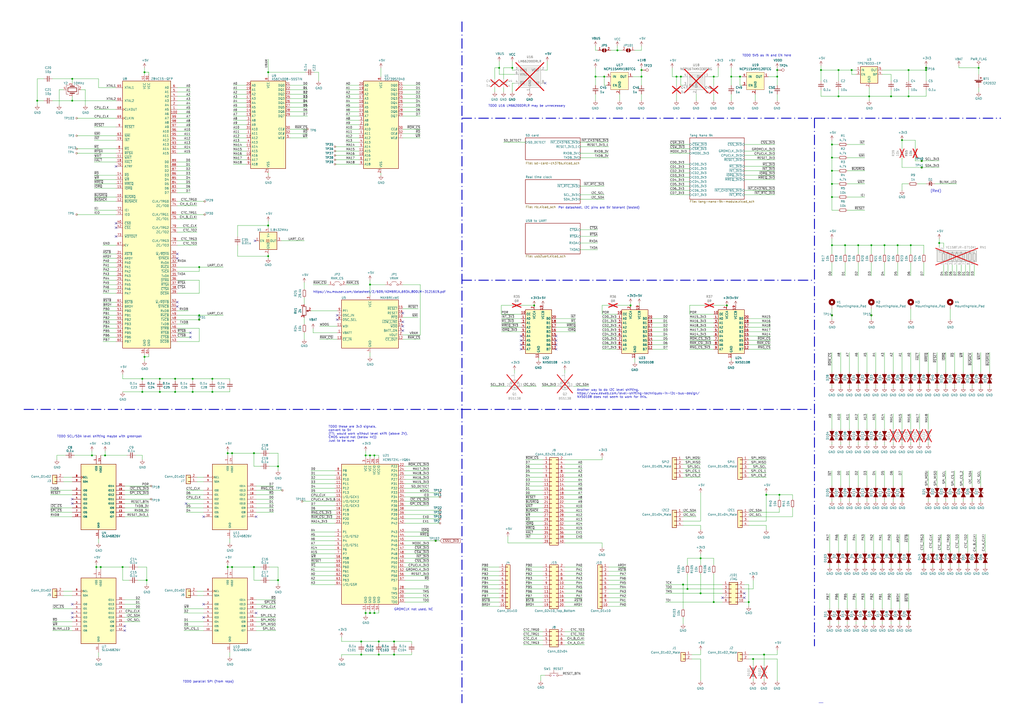
<source format=kicad_sch>
(kicad_sch (version 20230121) (generator eeschema)
  (paper "A2")
  (title_block (title "Tiny Z80 clone") (date "2023-03-16") (rev "1"))
  (junction (at 421.64 177.165))
  (junction (at 365.76 177.165))
  (junction (at 345.44 44.45))
  (junction (at 214.63 264.16))
  (junction (at 297.18 39.37))
  (junction (at 92.71 227.33))
  (junction (at 372.11 40.64))
  (junction (at 490.22 142.24))
  (junction (at 482.6 142.24))
  (junction (at 214.63 355.6))
  (junction (at 392.43 44.45))
  (junction (at 537.21 39.37))
  (junction (at 209.55 372.11))
  (junction (at 41.91 45.72))
  (junction (at 21.59 58.42))
  (junction (at 132.08 262.89))
  (junction (at 486.41 40.64))
  (junction (at 155.575 148.59))
  (junction (at 434.34 349.25))
  (junction (at 486.41 55.88))
  (junction (at 482.6 182.88))
  (junction (at 482.6 106.68))
  (junction (at 83.82 41.91))
  (junction (at 228.6 372.11))
  (junction (at 394.97 44.45))
  (junction (at 209.55 379.73))
  (junction (at 147.32 262.89))
  (junction (at 534.67 93.345))
  (junction (at 513.08 142.24))
  (junction (at 482.6 114.3))
  (junction (at 482.6 83.82))
  (junction (at 212.09 355.6))
  (junction (at 452.12 287.02))
  (junction (at 217.17 355.6))
  (junction (at 534.67 97.155))
  (junction (at 41.91 58.42))
  (junction (at 155.575 130.81))
  (junction (at 450.85 44.45))
  (junction (at 424.18 44.45))
  (junction (at 289.56 39.37))
  (junction (at 476.25 40.64))
  (junction (at 82.55 227.33))
  (junction (at 58.42 328.93))
  (junction (at 132.08 328.93))
  (junction (at 219.71 379.73))
  (junction (at 123.19 219.71))
  (junction (at 71.12 328.93))
  (junction (at 527.05 55.88))
  (junction (at 111.76 227.33))
  (junction (at 217.17 264.16))
  (junction (at 494.03 40.64))
  (junction (at 228.6 379.73))
  (junction (at 115.57 182.88))
  (junction (at 219.71 372.11))
  (junction (at 115.57 185.42))
  (junction (at 429.26 44.45))
  (junction (at 396.24 339.09))
  (junction (at 147.32 328.93))
  (junction (at 537.21 40.64))
  (junction (at 497.84 142.24))
  (junction (at 123.19 227.33))
  (junction (at 520.7 142.24))
  (junction (at 527.05 40.64))
  (junction (at 85.09 336.55))
  (junction (at 101.6 227.33))
  (junction (at 161.29 270.51))
  (junction (at 252.73 313.69))
  (junction (at 482.6 99.06))
  (junction (at 92.71 219.71))
  (junction (at 55.88 328.93))
  (junction (at 83.82 207.01))
  (junction (at 414.02 44.45))
  (junction (at 443.23 379.73))
  (junction (at 358.14 29.21))
  (junction (at 372.11 44.45))
  (junction (at 350.52 44.45))
  (junction (at 505.46 142.24))
  (junction (at 115.57 154.94))
  (junction (at 567.69 39.37))
  (junction (at 444.5 287.02))
  (junction (at 406.4 323.85))
  (junction (at 309.88 177.165))
  (junction (at 504.19 55.88))
  (junction (at 134.62 262.89))
  (junction (at 450.85 40.64))
  (junction (at 523.24 81.28))
  (junction (at 482.6 91.44))
  (junction (at 528.32 142.24))
  (junction (at 53.34 264.16))
  (junction (at 436.88 382.27))
  (junction (at 398.78 341.63))
  (junction (at 101.6 219.71))
  (junction (at 155.575 41.91))
  (junction (at 516.89 55.88))
  (junction (at 60.96 264.16))
  (junction (at 544.83 140.97))
  (junction (at 111.76 219.71))
  (junction (at 161.29 336.55))
  (junction (at 406.4 344.17))
  (junction (at 505.46 182.88))
  (junction (at 414.02 349.25))
  (junction (at 82.55 219.71))
  (junction (at 212.09 264.16))
  (junction (at 134.62 328.93))
  (junction (at 214.63 165.1))
  (no_connect (at 118.11 358.14))
  (no_connect (at 67.31 132.08))
  (no_connect (at 302.26 202.565))
  (no_connect (at 302.26 194.945))
  (no_connect (at 431.8 344.17))
  (no_connect (at 233.68 186.69))
  (no_connect (at 322.58 194.945))
  (no_connect (at 72.39 365.76))
  (no_connect (at 302.26 200.025))
  (no_connect (at 233.68 191.77))
  (no_connect (at 110.49 195.58))
  (no_connect (at 41.91 350.52))
  (no_connect (at 419.1 346.71))
  (no_connect (at 322.58 202.565))
  (no_connect (at 102.87 147.32))
  (no_connect (at 102.87 149.86))
  (no_connect (at 67.31 96.52))
  (no_connect (at 233.68 189.23))
  (no_connect (at 322.58 200.025))
  (no_connect (at 118.11 299.72))
  (no_connect (at 41.91 358.14))
  (no_connect (at 41.91 292.1))
  (no_connect (at 233.68 181.61))
  (no_connect (at 316.23 48.26))
  (no_connect (at 148.59 355.6))
  (no_connect (at 118.11 350.52))
  (no_connect (at 148.59 299.72))
  (no_connect (at 41.91 355.6))
  (no_connect (at 107.95 292.1))
  (no_connect (at 102.87 177.8))
  (no_connect (at 147.955 139.7))
  (no_connect (at 195.58 182.88))
  (no_connect (at 431.8 346.71))
  (no_connect (at 102.87 175.26))
  (no_connect (at 41.91 289.56))
  (no_connect (at 72.39 363.22))
  (no_connect (at 67.31 137.16))
  (no_connect (at 67.31 129.54))
  (no_connect (at 110.49 193.04))
  (no_connect (at 322.58 197.485))
  (no_connect (at 195.58 185.42))
  (no_connect (at 302.26 197.485))
  (wire (pts (xy 176.53 163.83) (xy 176.53 167.64)))
  (wire (pts (xy 314.96 274.32) (xy 304.8 274.32)))
  (wire (pts (xy 530.86 81.28) (xy 523.24 81.28)))
  (wire (pts (xy 67.31 58.42) (xy 41.91 58.42)))
  (wire (pts (xy 332.74 224.155) (xy 341.63 224.155)))
  (wire (pts (xy 400.05 187.325) (xy 414.02 187.325)))
  (wire (pts (xy 44.45 68.58) (xy 67.31 68.58)))
  (wire (pts (xy 71.12 219.71) (xy 82.55 219.71)))
  (wire (pts (xy 322.58 189.865) (xy 334.01 189.865)))
  (wire (pts (xy 508 289.56) (xy 508 290.83)))
  (wire (pts (xy 115.57 185.42) (xy 115.57 182.88)))
  (wire (pts (xy 41.91 45.72) (xy 41.91 48.26)))
  (wire (pts (xy 563.88 273.05) (xy 563.88 281.94)))
  (wire (pts (xy 59.69 170.18) (xy 67.31 170.18)))
  (wire (pts (xy 194.31 293.37) (xy 180.34 293.37)))
  (wire (pts (xy 102.87 119.38) (xy 114.3 119.38)))
  (wire (pts (xy 481.33 309.88) (xy 481.33 320.04)))
  (wire (pts (xy 190.5 165.1) (xy 181.61 165.1)))
  (wire (pts (xy 234.95 308.61) (xy 248.92 308.61)))
  (wire (pts (xy 72.39 294.64) (xy 86.36 294.64)))
  (wire (pts (xy 482.6 256.54) (xy 482.6 257.81)))
  (wire (pts (xy 297.18 35.56) (xy 297.18 39.37)))
  (wire (pts (xy 135.255 95.25) (xy 142.875 95.25)))
  (wire (pts (xy 316.23 40.64) (xy 317.5 40.64)))
  (wire (pts (xy 82.55 219.71) (xy 92.71 219.71)))
  (wire (pts (xy 363.22 349.25) (xy 353.06 349.25)))
  (wire (pts (xy 436.88 393.7) (xy 436.88 394.97)))
  (wire (pts (xy 487.68 204.47) (xy 487.68 215.9)))
  (wire (pts (xy 556.26 327.66) (xy 556.26 328.93)))
  (wire (pts (xy 155.575 34.29) (xy 155.575 41.91)))
  (wire (pts (xy 552.45 160.02) (xy 552.45 153.67)))
  (wire (pts (xy 135.255 87.63) (xy 142.875 87.63)))
  (wire (pts (xy 521.97 327.66) (xy 521.97 328.93)))
  (wire (pts (xy 36.83 345.44) (xy 41.91 345.44)))
  (wire (pts (xy 567.69 38.1) (xy 567.69 39.37)))
  (wire (pts (xy 133.35 226.06) (xy 133.35 227.33)))
  (wire (pts (xy 337.82 339.09) (xy 327.66 339.09)))
  (wire (pts (xy 175.26 290.83) (xy 194.31 290.83)))
  (wire (pts (xy 132.08 261.62) (xy 132.08 262.89)))
  (wire (pts (xy 234.95 280.67) (xy 248.92 280.67)))
  (wire (pts (xy 59.69 175.26) (xy 67.31 175.26)))
  (wire (pts (xy 302.26 182.245) (xy 290.83 182.245)))
  (wire (pts (xy 506.73 309.88) (xy 506.73 320.04)))
  (wire (pts (xy 388.62 97.79) (xy 400.05 97.79)))
  (wire (pts (xy 148.59 353.06) (xy 160.02 353.06)))
  (wire (pts (xy 339.09 371.475) (xy 327.66 371.475)))
  (wire (pts (xy 114.3 279.4) (xy 118.11 279.4)))
  (wire (pts (xy 134.62 330.2) (xy 134.62 328.93)))
  (wire (pts (xy 198.12 379.73) (xy 209.55 379.73)))
  (wire (pts (xy 234.95 344.17) (xy 248.92 344.17)))
  (wire (pts (xy 538.48 256.54) (xy 538.48 257.81)))
  (wire (pts (xy 416.56 44.45) (xy 416.56 39.37)))
  (wire (pts (xy 314.96 281.94) (xy 304.8 281.94)))
  (wire (pts (xy 368.3 207.645) (xy 368.3 210.185)))
  (wire (pts (xy 434.34 269.24) (xy 444.5 269.24)))
  (wire (pts (xy 80.01 336.55) (xy 85.09 336.55)))
  (wire (pts (xy 59.69 157.48) (xy 67.31 157.48)))
  (wire (pts (xy 29.21 297.18) (xy 41.91 297.18)))
  (wire (pts (xy 111.76 227.33) (xy 123.19 227.33)))
  (wire (pts (xy 102.87 162.56) (xy 115.57 162.56)))
  (wire (pts (xy 518.16 256.54) (xy 518.16 257.81)))
  (wire (pts (xy 553.72 289.56) (xy 553.72 290.83)))
  (wire (pts (xy 337.82 276.86) (xy 327.66 276.86)))
  (wire (pts (xy 114.3 345.44) (xy 118.11 345.44)))
  (wire (pts (xy 482.6 83.82) (xy 482.6 91.44)))
  (wire (pts (xy 30.48 45.72) (xy 41.91 45.72)))
  (wire (pts (xy 562.61 160.02) (xy 562.61 153.67)))
  (wire (pts (xy 156.21 336.55) (xy 161.29 336.55)))
  (wire (pts (xy 102.87 96.52) (xy 110.49 96.52)))
  (wire (pts (xy 86.36 207.01) (xy 86.36 205.74)))
  (wire (pts (xy 530.86 86.36) (xy 530.86 81.28)))
  (wire (pts (xy 314.96 328.93) (xy 304.8 328.93)))
  (wire (pts (xy 102.87 83.82) (xy 110.49 83.82)))
  (wire (pts (xy 303.53 366.395) (xy 314.96 366.395)))
  (wire (pts (xy 452.12 287.02) (xy 459.74 287.02)))
  (wire (pts (xy 30.48 58.42) (xy 41.91 58.42)))
  (wire (pts (xy 102.87 127) (xy 114.3 127)))
  (wire (pts (xy 521.97 360.68) (xy 521.97 361.95)))
  (wire (pts (xy 44.45 88.9) (xy 67.31 88.9)))
  (wire (pts (xy 314.96 351.79) (xy 304.8 351.79)))
  (wire (pts (xy 161.29 336.55) (xy 161.29 328.93)))
  (wire (pts (xy 44.45 86.36) (xy 67.31 86.36)))
  (wire (pts (xy 535.94 309.88) (xy 535.94 320.04)))
  (wire (pts (xy 537.21 40.64) (xy 537.21 46.99)))
  (wire (pts (xy 400.05 194.945) (xy 414.02 194.945)))
  (wire (pts (xy 431.8 99.06) (xy 449.58 99.06)))
  (wire (pts (xy 151.13 270.51) (xy 147.32 270.51)))
  (wire (pts (xy 511.81 360.68) (xy 511.81 361.95)))
  (wire (pts (xy 336.55 115.57) (xy 350.52 115.57)))
  (wire (pts (xy 337.82 341.63) (xy 327.66 341.63)))
  (wire (pts (xy 71.12 227.33) (xy 82.55 227.33)))
  (wire (pts (xy 147.32 270.51) (xy 147.32 262.89)))
  (wire (pts (xy 297.18 48.26) (xy 298.45 48.26)))
  (wire (pts (xy 107.95 292.1) (xy 118.11 292.1)))
  (wire (pts (xy 502.92 289.56) (xy 502.92 290.83)))
  (wire (pts (xy 487.68 256.54) (xy 487.68 257.81)))
  (wire (pts (xy 568.96 204.47) (xy 568.96 215.9)))
  (wire (pts (xy 59.69 162.56) (xy 67.31 162.56)))
  (wire (pts (xy 543.56 223.52) (xy 543.56 224.79)))
  (wire (pts (xy 242.57 184.15) (xy 233.68 184.15)))
  (wire (pts (xy 78.74 264.16) (xy 82.55 264.16)))
  (wire (pts (xy 337.82 284.48) (xy 327.66 284.48)))
  (wire (pts (xy 378.46 189.865) (xy 387.35 189.865)))
  (wire (pts (xy 102.87 73.66) (xy 110.49 73.66)))
  (wire (pts (xy 148.59 347.98) (xy 160.02 347.98)))
  (wire (pts (xy 234.95 298.45) (xy 255.27 298.45)))
  (wire (pts (xy 523.24 91.44) (xy 523.24 97.155)))
  (wire (pts (xy 434.34 271.78) (xy 444.5 271.78)))
  (wire (pts (xy 57.15 45.72) (xy 41.91 45.72)))
  (wire (pts (xy 528.32 142.24) (xy 528.32 147.32)))
  (wire (pts (xy 396.24 276.86) (xy 406.4 276.86)))
  (wire (pts (xy 238.76 378.46) (xy 238.76 379.73)))
  (wire (pts (xy 67.31 198.12) (xy 59.69 198.12)))
  (wire (pts (xy 516.89 55.88) (xy 504.19 55.88)))
  (wire (pts (xy 502.92 248.92) (xy 502.92 240.03)))
  (wire (pts (xy 388.62 95.25) (xy 400.05 95.25)))
  (wire (pts (xy 504.19 50.8) (xy 504.19 55.88)))
  (wire (pts (xy 544.83 140.97) (xy 544.83 143.51)))
  (wire (pts (xy 101.6 227.33) (xy 111.76 227.33)))
  (wire (pts (xy 168.275 52.07) (xy 178.435 52.07)))
  (wire (pts (xy 180.34 328.93) (xy 194.31 328.93)))
  (wire (pts (xy 400.05 177.165) (xy 408.94 177.165)))
  (wire (pts (xy 155.575 41.91) (xy 155.575 44.45)))
  (wire (pts (xy 290.83 192.405) (xy 302.26 192.405)))
  (wire (pts (xy 349.25 194.945) (xy 358.14 194.945)))
  (wire (pts (xy 482.6 204.47) (xy 482.6 215.9)))
  (wire (pts (xy 571.5 327.66) (xy 571.5 328.93)))
  (wire (pts (xy 82.55 264.16) (xy 82.55 266.7)))
  (wire (pts (xy 434.34 349.25) (xy 434.34 351.79)))
  (wire (pts (xy 137.795 142.24) (xy 137.795 148.59)))
  (wire (pts (xy 378.46 192.405) (xy 387.35 192.405)))
  (wire (pts (xy 135.255 74.93) (xy 142.875 74.93)))
  (wire (pts (xy 482.6 179.07) (xy 482.6 182.88)))
  (wire (pts (xy 386.08 339.09) (xy 396.24 339.09)))
  (wire (pts (xy 219.71 265.43) (xy 219.71 264.16)))
  (wire (pts (xy 398.78 341.63) (xy 419.1 341.63)))
  (wire (pts (xy 558.8 204.47) (xy 558.8 215.9)))
  (wire (pts (xy 388.62 100.33) (xy 400.05 100.33)))
  (wire (pts (xy 482.6 182.88) (xy 482.6 185.42)))
  (wire (pts (xy 148.59 360.68) (xy 160.02 360.68)))
  (wire (pts (xy 482.6 138.43) (xy 482.6 142.24)))
  (wire (pts (xy 520.7 142.24) (xy 520.7 147.32)))
  (wire (pts (xy 132.08 328.93) (xy 132.08 330.2)))
  (wire (pts (xy 67.31 101.6) (xy 54.61 101.6)))
  (wire (pts (xy 123.19 226.06) (xy 123.19 227.33)))
  (wire (pts (xy 290.83 187.325) (xy 302.26 187.325)))
  (wire (pts (xy 431.8 96.52) (xy 449.58 96.52)))
  (wire (pts (xy 314.325 224.155) (xy 322.58 224.155)))
  (wire (pts (xy 339.09 366.395) (xy 327.66 366.395)))
  (wire (pts (xy 431.8 83.82) (xy 449.58 83.82)))
  (wire (pts (xy 392.43 44.45) (xy 389.89 44.45)))
  (wire (pts (xy 107.95 294.64) (xy 118.11 294.64)))
  (wire (pts (xy 505.46 142.24) (xy 505.46 147.32)))
  (wire (pts (xy 135.255 80.01) (xy 142.875 80.01)))
  (wire (pts (xy 414.02 332.74) (xy 414.02 349.25)))
  (wire (pts (xy 135.255 54.61) (xy 142.875 54.61)))
  (wire (pts (xy 214.63 265.43) (xy 214.63 264.16)))
  (wire (pts (xy 180.34 300.99) (xy 194.31 300.99)))
  (wire (pts (xy 135.255 57.15) (xy 142.875 57.15)))
  (wire (pts (xy 59.69 180.34) (xy 67.31 180.34)))
  (wire (pts (xy 394.97 44.45) (xy 394.97 49.53)))
  (wire (pts (xy 209.55 372.11) (xy 219.71 372.11)))
  (wire (pts (xy 137.795 130.81) (xy 155.575 130.81)))
  (wire (pts (xy 289.56 39.37) (xy 289.56 43.18)))
  (wire (pts (xy 363.22 351.79) (xy 353.06 351.79)))
  (wire (pts (xy 520.7 152.4) (xy 520.7 160.02)))
  (wire (pts (xy 345.44 44.45) (xy 345.44 39.37)))
  (wire (pts (xy 574.04 204.47) (xy 574.04 215.9)))
  (wire (pts (xy 314.96 269.24) (xy 304.8 269.24)))
  (wire (pts (xy 111.76 226.06) (xy 111.76 227.33)))
  (wire (pts (xy 574.04 223.52) (xy 574.04 224.79)))
  (wire (pts (xy 372.11 44.45) (xy 372.11 40.64)))
  (wire (pts (xy 168.275 64.77) (xy 178.435 64.77)))
  (wire (pts (xy 424.18 58.42) (xy 424.18 54.61)))
  (wire (pts (xy 102.87 101.6) (xy 110.49 101.6)))
  (wire (pts (xy 21.59 58.42) (xy 25.4 58.42)))
  (wire (pts (xy 518.16 248.92) (xy 518.16 240.03)))
  (wire (pts (xy 388.62 113.03) (xy 400.05 113.03)))
  (wire (pts (xy 476.25 38.1) (xy 476.25 40.64)))
  (wire (pts (xy 212.09 355.6) (xy 212.09 356.87)))
  (wire (pts (xy 71.12 336.55) (xy 74.93 336.55)))
  (wire (pts (xy 424.18 44.45) (xy 424.18 39.37)))
  (wire (pts (xy 314.96 284.48) (xy 304.8 284.48)))
  (wire (pts (xy 414.02 323.85) (xy 414.02 327.66)))
  (wire (pts (xy 289.56 328.93) (xy 279.4 328.93)))
  (wire (pts (xy 313.69 394.97) (xy 313.69 391.795)))
  (wire (pts (xy 396.24 339.09) (xy 396.24 353.06)))
  (wire (pts (xy 102.87 55.88) (xy 110.49 55.88)))
  (wire (pts (xy 490.22 142.24) (xy 490.22 147.32)))
  (wire (pts (xy 102.87 68.58) (xy 110.49 68.58)))
  (wire (pts (xy 200.66 57.15) (xy 208.28 57.15)))
  (wire (pts (xy 386.08 349.25) (xy 414.02 349.25)))
  (wire (pts (xy 194.31 316.23) (xy 180.34 316.23)))
  (wire (pts (xy 135.255 85.09) (xy 142.875 85.09)))
  (wire (pts (xy 532.13 106.68) (xy 537.21 106.68)))
  (wire (pts (xy 521.97 309.88) (xy 521.97 320.04)))
  (wire (pts (xy 102.87 99.06) (xy 110.49 99.06)))
  (wire (pts (xy 508 204.47) (xy 508 215.9)))
  (wire (pts (xy 36.83 279.4) (xy 41.91 279.4)))
  (wire (pts (xy 434.34 184.785) (xy 447.04 184.785)))
  (wire (pts (xy 511.81 40.64) (xy 527.05 40.64)))
  (wire (pts (xy 92.71 219.71) (xy 92.71 220.98)))
  (wire (pts (xy 336.55 88.9) (xy 353.06 88.9)))
  (wire (pts (xy 194.31 92.71) (xy 208.28 92.71)))
  (wire (pts (xy 563.88 289.56) (xy 563.88 290.83)))
  (wire (pts (xy 518.16 204.47) (xy 518.16 215.9)))
  (wire (pts (xy 111.76 219.71) (xy 123.19 219.71)))
  (polyline (pts (xy 474.98 407.67) (xy 477.52 407.67)))
  (wire (pts (xy 161.29 270.51) (xy 161.29 262.89)))
  (wire (pts (xy 234.95 346.71) (xy 248.92 346.71)))
  (wire (pts (xy 302.26 177.165) (xy 309.88 177.165)))
  (wire (pts (xy 349.25 202.565) (xy 358.14 202.565)))
  (wire (pts (xy 147.32 262.89) (xy 151.13 262.89)))
  (wire (pts (xy 511.81 327.66) (xy 511.81 328.93)))
  (wire (pts (xy 452.12 287.02) (xy 452.12 289.56)))
  (wire (pts (xy 359.41 54.61) (xy 359.41 58.42)))
  (wire (pts (xy 497.84 223.52) (xy 497.84 224.79)))
  (wire (pts (xy 114.3 276.86) (xy 118.11 276.86)))
  (wire (pts (xy 434.34 299.72) (xy 459.74 299.72)))
  (wire (pts (xy 29.21 299.72) (xy 41.91 299.72)))
  (wire (pts (xy 33.02 264.16) (xy 38.1 264.16)))
  (wire (pts (xy 497.84 142.24) (xy 505.46 142.24)))
  (wire (pts (xy 533.4 204.47) (xy 533.4 215.9)))
  (wire (pts (xy 72.39 355.6) (xy 81.28 355.6)))
  (wire (pts (xy 289.56 35.56) (xy 289.56 39.37)))
  (wire (pts (xy 194.31 85.09) (xy 208.28 85.09)))
  (wire (pts (xy 568.96 289.56) (xy 568.96 290.83)))
  (wire (pts (xy 314.96 341.63) (xy 304.8 341.63)))
  (wire (pts (xy 497.84 248.92) (xy 497.84 240.03)))
  (wire (pts (xy 327.66 297.18) (xy 337.82 297.18)))
  (wire (pts (xy 558.8 289.56) (xy 558.8 290.83)))
  (wire (pts (xy 233.68 194.31) (xy 243.84 194.31)))
  (wire (pts (xy 372.11 29.21) (xy 372.11 26.67)))
  (wire (pts (xy 434.34 382.27) (xy 436.88 382.27)))
  (wire (pts (xy 337.82 349.25) (xy 327.66 349.25)))
  (wire (pts (xy 327.66 292.1) (xy 337.82 292.1)))
  (wire (pts (xy 102.87 157.48) (xy 115.57 157.48)))
  (wire (pts (xy 219.71 379.73) (xy 228.6 379.73)))
  (wire (pts (xy 513.08 142.24) (xy 513.08 147.32)))
  (wire (pts (xy 314.96 344.17) (xy 304.8 344.17)))
  (wire (pts (xy 502.92 223.52) (xy 502.92 224.79)))
  (wire (pts (xy 497.84 204.47) (xy 497.84 215.9)))
  (wire (pts (xy 363.22 339.09) (xy 353.06 339.09)))
  (wire (pts (xy 168.275 49.53) (xy 178.435 49.53)))
  (wire (pts (xy 563.88 204.47) (xy 563.88 215.9)))
  (wire (pts (xy 155.575 132.08) (xy 155.575 130.81)))
  (wire (pts (xy 434.34 266.7) (xy 444.5 266.7)))
  (wire (pts (xy 527.05 327.66) (xy 527.05 328.93)))
  (wire (pts (xy 297.18 39.37) (xy 297.18 40.64)))
  (wire (pts (xy 336.55 144.78) (xy 346.71 144.78)))
  (wire (pts (xy 501.65 309.88) (xy 501.65 320.04)))
  (wire (pts (xy 388.62 86.36) (xy 400.05 86.36)))
  (wire (pts (xy 314.96 287.02) (xy 304.8 287.02)))
  (wire (pts (xy 214.63 171.45) (xy 214.63 165.1)))
  (wire (pts (xy 482.6 106.68) (xy 482.6 114.3)))
  (wire (pts (xy 431.8 104.14) (xy 449.58 104.14)))
  (wire (pts (xy 102.87 187.96) (xy 109.22 187.96)))
  (wire (pts (xy 336.55 133.35) (xy 346.71 133.35)))
  (wire (pts (xy 491.49 327.66) (xy 491.49 328.93)))
  (wire (pts (xy 111.76 219.71) (xy 111.76 220.98)))
  (wire (pts (xy 118.11 360.68) (xy 106.68 360.68)))
  (wire (pts (xy 501.65 344.17) (xy 501.65 353.06)))
  (wire (pts (xy 102.87 78.74) (xy 110.49 78.74)))
  (wire (pts (xy 314.96 299.72) (xy 304.8 299.72)))
  (wire (pts (xy 72.39 360.68) (xy 81.28 360.68)))
  (wire (pts (xy 234.95 275.59) (xy 248.92 275.59)))
  (wire (pts (xy 491.49 106.68) (xy 501.65 106.68)))
  (wire (pts (xy 565.15 160.02) (xy 565.15 153.67)))
  (wire (pts (xy 434.34 339.09) (xy 431.8 339.09)))
  (wire (pts (xy 511.81 344.17) (xy 511.81 353.06)))
  (wire (pts (xy 491.49 360.68) (xy 491.49 361.95)))
  (wire (pts (xy 303.53 368.935) (xy 314.96 368.935)))
  (wire (pts (xy 487.68 224.79) (xy 487.68 223.52)))
  (wire (pts (xy 429.26 49.53) (xy 430.53 49.53)))
  (wire (pts (xy 115.57 182.88) (xy 129.54 182.88)))
  (wire (pts (xy 83.82 41.91) (xy 86.36 41.91)))
  (wire (pts (xy 481.33 327.66) (xy 481.33 328.93)))
  (wire (pts (xy 53.34 264.16) (xy 53.34 261.62)))
  (wire (pts (xy 85.09 328.93) (xy 80.01 328.93)))
  (wire (pts (xy 560.07 160.02) (xy 560.07 153.67)))
  (wire (pts (xy 83.82 41.91) (xy 83.82 39.37)))
  (wire (pts (xy 194.31 303.53) (xy 180.34 303.53)))
  (wire (pts (xy 72.39 299.72) (xy 86.36 299.72)))
  (wire (pts (xy 135.255 90.17) (xy 142.875 90.17)))
  (wire (pts (xy 234.95 303.53) (xy 255.27 303.53)))
  (wire (pts (xy 234.95 273.05) (xy 248.92 273.05)))
  (wire (pts (xy 396.24 297.18) (xy 403.86 297.18)))
  (wire (pts (xy 219.71 378.46) (xy 219.71 379.73)))
  (wire (pts (xy 398.78 323.85) (xy 398.78 327.66)))
  (wire (pts (xy 55.88 327.66) (xy 55.88 328.93)))
  (wire (pts (xy 234.95 323.85) (xy 248.92 323.85)))
  (wire (pts (xy 115.57 190.5) (xy 102.87 190.5)))
  (wire (pts (xy 234.95 295.91) (xy 255.27 295.91)))
  (wire (pts (xy 337.82 336.55) (xy 327.66 336.55)))
  (wire (pts (xy 233.68 54.61) (xy 243.84 54.61)))
  (wire (pts (xy 147.32 328.93) (xy 147.32 336.55)))
  (wire (pts (xy 228.6 372.11) (xy 228.6 373.38)))
  (wire (pts (xy 434.34 276.86) (xy 444.5 276.86)))
  (wire (pts (xy 444.5 287.02) (xy 444.5 302.26)))
  (wire (pts (xy 67.31 106.68) (xy 54.61 106.68)))
  (wire (pts (xy 294.64 311.15) (xy 294.64 314.96)))
  (wire (pts (xy 349.25 187.325) (xy 358.14 187.325)))
  (wire (pts (xy 349.25 197.485) (xy 358.14 197.485)))
  (wire (pts (xy 349.25 177.165) (xy 353.06 177.165)))
  (wire (pts (xy 358.14 177.165) (xy 365.76 177.165)))
  (wire (pts (xy 181.61 193.04) (xy 195.58 193.04)))
  (wire (pts (xy 388.62 110.49) (xy 400.05 110.49)))
  (wire (pts (xy 234.95 300.99) (xy 255.27 300.99)))
  (wire (pts (xy 372.11 44.45) (xy 372.11 49.53)))
  (wire (pts (xy 523.24 223.52) (xy 523.24 224.79)))
  (wire (pts (xy 568.96 223.52) (xy 568.96 224.79)))
  (wire (pts (xy 219.71 355.6) (xy 217.17 355.6)))
  (wire (pts (xy 233.68 59.69) (xy 243.84 59.69)))
  (wire (pts (xy 337.82 344.17) (xy 327.66 344.17)))
  (wire (pts (xy 289.56 39.37) (xy 287.02 39.37)))
  (wire (pts (xy 497.84 152.4) (xy 497.84 160.02)))
  (wire (pts (xy 452.12 287.02) (xy 444.5 287.02)))
  (wire (pts (xy 168.275 54.61) (xy 178.435 54.61)))
  (wire (pts (xy 505.46 179.07) (xy 505.46 182.88)))
  (wire (pts (xy 350.52 49.53) (xy 350.52 44.45)))
  (wire (pts (xy 114.3 342.9) (xy 118.11 342.9)))
  (wire (pts (xy 450.85 40.64) (xy 450.85 39.37)))
  (wire (pts (xy 314.96 312.42) (xy 304.8 312.42)))
  (wire (pts (xy 513.08 204.47) (xy 513.08 215.9)))
  (wire (pts (xy 194.31 90.17) (xy 208.28 90.17)))
  (wire (pts (xy 358.14 182.245) (xy 349.25 182.245)))
  (wire (pts (xy 554.99 160.02) (xy 554.99 153.67)))
  (wire (pts (xy 304.8 297.18) (xy 314.96 297.18)))
  (wire (pts (xy 234.95 288.29) (xy 255.27 288.29)))
  (wire (pts (xy 72.39 292.1) (xy 86.36 292.1)))
  (wire (pts (xy 55.88 328.93) (xy 58.42 328.93)))
  (wire (pts (xy 553.72 223.52) (xy 553.72 224.79)))
  (wire (pts (xy 220.98 39.37) (xy 220.98 44.45)))
  (wire (pts (xy 434.34 200.025) (xy 447.04 200.025)))
  (wire (pts (xy 135.255 69.85) (xy 142.875 69.85)))
  (wire (pts (xy 414.02 49.53) (xy 414.02 44.45)))
  (wire (pts (xy 538.48 273.05) (xy 538.48 281.94)))
  (wire (pts (xy 528.32 204.47) (xy 528.32 215.9)))
  (wire (pts (xy 36.83 342.9) (xy 41.91 342.9)))
  (wire (pts (xy 523.24 97.155) (xy 534.67 97.155)))
  (wire (pts (xy 444.5 302.26) (xy 434.34 302.26)))
  (wire (pts (xy 516.89 309.88) (xy 516.89 320.04)))
  (wire (pts (xy 214.63 355.6) (xy 212.09 355.6)))
  (wire (pts (xy 200.66 49.53) (xy 208.28 49.53)))
  (wire (pts (xy 135.255 62.23) (xy 142.875 62.23)))
  (wire (pts (xy 58.42 330.2) (xy 58.42 328.93)))
  (wire (pts (xy 406.4 323.85) (xy 406.4 327.66)))
  (wire (pts (xy 400.05 192.405) (xy 414.02 192.405)))
  (wire (pts (xy 487.68 289.56) (xy 487.68 290.83)))
  (wire (pts (xy 135.255 72.39) (xy 142.875 72.39)))
  (wire (pts (xy 200.66 82.55) (xy 208.28 82.55)))
  (wire (pts (xy 486.41 360.68) (xy 486.41 361.95)))
  (wire (pts (xy 492.76 223.52) (xy 492.76 224.79)))
  (wire (pts (xy 558.8 273.05) (xy 558.8 281.94)))
  (wire (pts (xy 345.44 44.45) (xy 350.52 44.45)))
  (wire (pts (xy 314.96 302.26) (xy 304.8 302.26)))
  (wire (pts (xy 482.6 289.56) (xy 482.6 290.83)))
  (wire (pts (xy 482.6 91.44) (xy 482.6 99.06)))
  (wire (pts (xy 176.53 172.72) (xy 176.53 176.53)))
  (wire (pts (xy 289.56 336.55) (xy 279.4 336.55)))
  (wire (pts (xy 133.35 312.42) (xy 133.35 314.96)))
  (wire (pts (xy 194.31 95.25) (xy 208.28 95.25)))
  (wire (pts (xy 86.36 41.91) (xy 86.36 43.18)))
  (wire (pts (xy 363.22 331.47) (xy 353.06 331.47)))
  (wire (pts (xy 289.56 346.71) (xy 279.4 346.71)))
  (wire (pts (xy 363.22 341.63) (xy 353.06 341.63)))
  (wire (pts (xy 523.24 289.56) (xy 523.24 290.83)))
  (wire (pts (xy 102.87 154.94) (xy 115.57 154.94)))
  (wire (pts (xy 345.44 49.53) (xy 345.44 44.45)))
  (wire (pts (xy 490.22 152.4) (xy 490.22 160.02)))
  (wire (pts (xy 336.55 113.03) (xy 350.52 113.03)))
  (wire (pts (xy 481.33 344.17) (xy 481.33 353.06)))
  (wire (pts (xy 44.45 124.46) (xy 67.31 124.46)))
  (wire (pts (xy 59.69 147.32) (xy 67.31 147.32)))
  (wire (pts (xy 513.08 240.03) (xy 513.08 248.92)))
  (wire (pts (xy 182.245 41.91) (xy 184.785 41.91)))
  (wire (pts (xy 233.68 49.53) (xy 243.84 49.53)))
  (wire (pts (xy 133.35 378.46) (xy 133.35 381)))
  (wire (pts (xy 431.8 110.49) (xy 449.58 110.49)))
  (wire (pts (xy 424.18 49.53) (xy 424.18 44.45)))
  (wire (pts (xy 34.29 52.07) (xy 34.29 60.96)))
  (wire (pts (xy 200.66 74.93) (xy 208.28 74.93)))
  (wire (pts (xy 337.82 287.02) (xy 327.66 287.02)))
  (wire (pts (xy 234.95 311.15) (xy 248.92 311.15)))
  (wire (pts (xy 336.55 137.16) (xy 346.71 137.16)))
  (wire (pts (xy 537.21 52.07) (xy 537.21 55.88)))
  (wire (pts (xy 67.31 142.24) (xy 59.69 142.24)))
  (wire (pts (xy 363.22 346.71) (xy 353.06 346.71)))
  (wire (pts (xy 289.56 334.01) (xy 279.4 334.01)))
  (wire (pts (xy 135.255 92.71) (xy 142.875 92.71)))
  (wire (pts (xy 102.87 88.9) (xy 110.49 88.9)))
  (wire (pts (xy 394.97 49.53) (xy 396.24 49.53)))
  (wire (pts (xy 336.55 140.97) (xy 346.71 140.97)))
  (wire (pts (xy 482.6 248.92) (xy 482.6 240.03)))
  (wire (pts (xy 349.25 266.7) (xy 349.25 265.43)))
  (wire (pts (xy 163.195 139.7) (xy 176.53 139.7)))
  (wire (pts (xy 102.87 193.04) (xy 110.49 193.04)))
  (wire (pts (xy 424.18 44.45) (xy 429.26 44.45)))
  (wire (pts (xy 72.39 358.14) (xy 81.28 358.14)))
  (wire (pts (xy 518.16 289.56) (xy 518.16 290.83)))
  (wire (pts (xy 339.09 368.935) (xy 327.66 368.935)))
  (wire (pts (xy 511.81 43.18) (xy 516.89 43.18)))
  (wire (pts (xy 212.09 264.16) (xy 212.09 265.43)))
  (wire (pts (xy 102.87 180.34) (xy 109.22 180.34)))
  (wire (pts (xy 313.69 391.795) (xy 316.23 391.795)))
  (wire (pts (xy 358.14 29.21) (xy 360.68 29.21)))
  (wire (pts (xy 233.68 64.77) (xy 243.84 64.77)))
  (wire (pts (xy 30.48 360.68) (xy 41.91 360.68)))
  (wire (pts (xy 54.61 121.92) (xy 67.31 121.92)))
  (wire (pts (xy 289.56 341.63) (xy 279.4 341.63)))
  (wire (pts (xy 482.6 114.3) (xy 482.6 121.92)))
  (wire (pts (xy 158.75 281.94) (xy 148.59 281.94)))
  (wire (pts (xy 158.75 294.64) (xy 148.59 294.64)))
  (wire (pts (xy 200.66 52.07) (xy 208.28 52.07)))
  (wire (pts (xy 304.8 289.56) (xy 314.96 289.56)))
  (wire (pts (xy 497.84 281.94) (xy 497.84 273.05)))
  (wire (pts (xy 349.25 189.865) (xy 358.14 189.865)))
  (wire (pts (xy 314.96 346.71) (xy 304.8 346.71)))
  (wire (pts (xy 85.09 339.09) (xy 85.09 336.55)))
  (wire (pts (xy 530.86 93.345) (xy 534.67 93.345)))
  (wire (pts (xy 200.66 59.69) (xy 208.28 59.69)))
  (wire (pts (xy 546.1 327.66) (xy 546.1 328.93)))
  (wire (pts (xy 303.53 224.155) (xy 311.15 224.155)))
  (wire (pts (xy 386.08 344.17) (xy 406.4 344.17)))
  (polyline (pts (xy 472.44 68.58) (xy 472.44 374.65)) (stroke (width 0.508) (type dash_dot)))
  (wire (pts (xy 290.83 184.785) (xy 302.26 184.785)))
  (wire (pts (xy 476.25 40.64) (xy 476.25 46.99)))
  (wire (pts (xy 123.19 219.71) (xy 133.35 219.71)))
  (wire (pts (xy 482.6 114.3) (xy 486.41 114.3)))
  (wire (pts (xy 198.12 379.73) (xy 198.12 381)))
  (wire (pts (xy 487.68 281.94) (xy 487.68 273.05)))
  (wire (pts (xy 444.5 307.34) (xy 444.5 304.8)))
  (wire (pts (xy 434.34 274.32) (xy 444.5 274.32)))
  (wire (pts (xy 287.02 39.37) (xy 287.02 45.72)))
  (wire (pts (xy 447.04 197.485) (xy 434.34 197.485)))
  (wire (pts (xy 378.46 200.025) (xy 387.35 200.025)))
  (wire (pts (xy 44.45 78.74) (xy 67.31 78.74)))
  (wire (pts (xy 394.97 44.45) (xy 396.24 44.45)))
  (wire (pts (xy 233.68 62.23) (xy 243.84 62.23)))
  (wire (pts (xy 396.24 274.32) (xy 406.4 274.32)))
  (wire (pts (xy 284.48 224.155) (xy 293.37 224.155)))
  (wire (pts (xy 327.66 307.34) (xy 337.82 307.34)))
  (wire (pts (xy 101.6 219.71) (xy 111.76 219.71)))
  (wire (pts (xy 482.6 99.06) (xy 486.41 99.06)))
  (wire (pts (xy 533.4 248.92) (xy 533.4 240.03)))
  (wire (pts (xy 508 281.94) (xy 508 273.05)))
  (wire (pts (xy 102.87 116.84) (xy 118.745 116.84)))
  (wire (pts (xy 436.88 341.63) (xy 436.88 336.55)))
  (wire (pts (xy 132.08 262.89) (xy 134.62 262.89)))
  (wire (pts (xy 443.23 379.73) (xy 450.85 379.73)))
  (wire (pts (xy 148.59 287.02) (xy 158.75 287.02)))
  (wire (pts (xy 168.275 77.47) (xy 178.435 77.47)))
  (wire (pts (xy 571.5 309.88) (xy 571.5 320.04)))
  (wire (pts (xy 516.89 327.66) (xy 516.89 328.93)))
  (wire (pts (xy 444.5 304.8) (xy 434.34 304.8)))
  (wire (pts (xy 490.22 142.24) (xy 497.84 142.24)))
  (wire (pts (xy 327.66 266.7) (xy 349.25 266.7)))
  (wire (pts (xy 561.34 327.66) (xy 561.34 328.93)))
  (wire (pts (xy 431.8 87.63) (xy 449.58 87.63)))
  (wire (pts (xy 378.46 197.485) (xy 387.35 197.485)))
  (wire (pts (xy 523.24 106.68) (xy 523.24 110.49)))
  (wire (pts (xy 504.19 55.88) (xy 486.41 55.88)))
  (wire (pts (xy 135.255 49.53) (xy 142.875 49.53)))
  (wire (pts (xy 492.76 256.54) (xy 492.76 257.81)))
  (wire (pts (xy 497.84 256.54) (xy 497.84 257.81)))
  (wire (pts (xy 71.12 217.17) (xy 71.12 219.71)))
  (wire (pts (xy 496.57 360.68) (xy 496.57 361.95)))
  (wire (pts (xy 148.59 358.14) (xy 160.02 358.14)))
  (wire (pts (xy 508 223.52) (xy 508 224.79)))
  (wire (pts (xy 102.87 124.46) (xy 118.745 124.46)))
  (wire (pts (xy 505.46 182.88) (xy 505.46 185.42)))
  (wire (pts (xy 563.88 223.52) (xy 563.88 224.79)))
  (wire (pts (xy 132.08 328.93) (xy 134.62 328.93)))
  (wire (pts (xy 482.6 142.24) (xy 490.22 142.24)))
  (wire (pts (xy 297.18 53.34) (xy 297.18 48.26)))
  (wire (pts (xy 520.7 142.24) (xy 528.32 142.24)))
  (wire (pts (xy 219.71 372.11) (xy 219.71 373.38)))
  (wire (pts (xy 527.05 52.07) (xy 527.05 55.88)))
  (polyline (pts (xy 267.97 162.56) (xy 472.44 162.56)) (stroke (width 0.508) (type dash_dot)))
  (wire (pts (xy 414.02 58.42) (xy 414.02 54.61)))
  (wire (pts (xy 59.69 149.86) (xy 67.31 149.86)))
  (wire (pts (xy 185.42 189.23) (xy 195.58 189.23)))
  (polyline (pts (xy 267.97 68.58) (xy 580.39 68.58)) (stroke (width 0.508) (type dash_dot)))
  (wire (pts (xy 350.52 49.53) (xy 351.79 49.53)))
  (wire (pts (xy 372.11 40.64) (xy 372.11 39.37)))
  (wire (pts (xy 365.76 175.895) (xy 365.76 177.165)))
  (wire (pts (xy 115.57 157.48) (xy 115.57 154.94)))
  (wire (pts (xy 287.02 53.34) (xy 287.02 50.8)))
  (wire (pts (xy 367.03 44.45) (xy 372.11 44.45)))
  (wire (pts (xy 233.68 52.07) (xy 243.84 52.07)))
  (wire (pts (xy 102.87 109.22) (xy 110.49 109.22)))
  (wire (pts (xy 450.85 379.73) (xy 450.85 377.19)))
  (wire (pts (xy 527.05 40.64) (xy 537.21 40.64)))
  (wire (pts (xy 304.8 266.7) (xy 314.96 266.7)))
  (wire (pts (xy 549.91 160.02) (xy 549.91 153.67)))
  (wire (pts (xy 424.18 207.645) (xy 424.18 208.915)))
  (wire (pts (xy 238.76 372.11) (xy 238.76 373.38)))
  (wire (pts (xy 209.55 378.46) (xy 209.55 379.73)))
  (wire (pts (xy 148.59 284.48) (xy 163.83 284.48)))
  (wire (pts (xy 392.43 58.42) (xy 392.43 54.61)))
  (wire (pts (xy 29.21 284.48) (xy 41.91 284.48)))
  (wire (pts (xy 511.81 309.88) (xy 511.81 320.04)))
  (wire (pts (xy 388.62 105.41) (xy 400.05 105.41)))
  (wire (pts (xy 83.82 207.01) (xy 83.82 209.55)))
  (wire (pts (xy 543.56 204.47) (xy 543.56 215.9)))
  (wire (pts (xy 41.91 58.42) (xy 41.91 55.88)))
  (wire (pts (xy 339.09 374.015) (xy 327.66 374.015)))
  (wire (pts (xy 200.66 77.47) (xy 208.28 77.47)))
  (wire (pts (xy 538.48 223.52) (xy 538.48 224.79)))
  (wire (pts (xy 504.19 55.88) (xy 504.19 58.42)))
  (wire (pts (xy 30.48 353.06) (xy 41.91 353.06)))
  (wire (pts (xy 434.34 379.73) (xy 443.23 379.73)))
  (wire (pts (xy 443.23 379.73) (xy 443.23 386.08)))
  (wire (pts (xy 372.11 58.42) (xy 372.11 54.61)))
  (wire (pts (xy 535.94 142.24) (xy 535.94 147.32)))
  (wire (pts (xy 289.56 43.18) (xy 298.45 43.18)))
  (wire (pts (xy 406.4 379.73) (xy 406.4 377.19)))
  (wire (pts (xy 161.29 262.89) (xy 156.21 262.89)))
  (wire (pts (xy 392.43 44.45) (xy 394.97 44.45)))
  (wire (pts (xy 527.05 309.88) (xy 527.05 320.04)))
  (wire (pts (xy 497.84 289.56) (xy 497.84 290.83)))
  (wire (pts (xy 518.16 281.94) (xy 518.16 273.05)))
  (wire (pts (xy 297.18 39.37) (xy 292.1 39.37)))
  (wire (pts (xy 521.97 344.17) (xy 521.97 353.06)))
  (wire (pts (xy 185.42 196.85) (xy 195.58 196.85)))
  (wire (pts (xy 336.55 107.95) (xy 350.52 107.95)))
  (wire (pts (xy 161.29 339.09) (xy 161.29 336.55)))
  (wire (pts (xy 523.24 256.54) (xy 523.24 257.81)))
  (wire (pts (xy 491.49 121.92) (xy 501.65 121.92)))
  (wire (pts (xy 180.34 298.45) (xy 194.31 298.45)))
  (wire (pts (xy 297.18 40.64) (xy 298.45 40.64)))
  (wire (pts (xy 60.96 264.16) (xy 73.66 264.16)))
  (wire (pts (xy 294.64 314.96) (xy 314.96 314.96)))
  (wire (pts (xy 132.08 327.66) (xy 132.08 328.93)))
  (wire (pts (xy 135.255 77.47) (xy 142.875 77.47)))
  (wire (pts (xy 459.74 287.02) (xy 459.74 289.56)))
  (wire (pts (xy 556.26 38.1) (xy 556.26 39.37)))
  (wire (pts (xy 137.795 137.16) (xy 137.795 130.81)))
  (wire (pts (xy 214.63 204.47) (xy 214.63 207.01)))
  (wire (pts (xy 107.95 289.56) (xy 118.11 289.56)))
  (wire (pts (xy 212.09 354.33) (xy 212.09 355.6)))
  (wire (pts (xy 431.8 101.6) (xy 449.58 101.6)))
  (wire (pts (xy 482.6 91.44) (xy 486.41 91.44)))
  (wire (pts (xy 59.69 152.4) (xy 67.31 152.4)))
  (wire (pts (xy 502.92 281.94) (xy 502.92 273.05)))
  (wire (pts (xy 430.53 44.45) (xy 429.26 44.45)))
  (wire (pts (xy 161.29 328.93) (xy 156.21 328.93)))
  (wire (pts (xy 314.96 276.86) (xy 304.8 276.86)))
  (wire (pts (xy 59.69 193.04) (xy 67.31 193.04)))
  (wire (pts (xy 314.96 339.09) (xy 304.8 339.09)))
  (wire (pts (xy 546.1 309.88) (xy 546.1 320.04)))
  (wire (pts (xy 386.08 341.63) (xy 398.78 341.63)))
  (wire (pts (xy 289.56 331.47) (xy 279.4 331.47)))
  (wire (pts (xy 21.59 60.96) (xy 21.59 58.42)))
  (wire (pts (xy 194.31 278.13) (xy 180.34 278.13)))
  (wire (pts (xy 194.31 336.55) (xy 180.34 336.55)))
  (wire (pts (xy 406.4 382.27) (xy 406.4 394.97)))
  (wire (pts (xy 548.64 223.52) (xy 548.64 224.79)))
  (wire (pts (xy 255.27 313.69) (xy 252.73 313.69)))
  (wire (pts (xy 482.6 83.82) (xy 486.41 83.82)))
  (wire (pts (xy 194.31 280.67) (xy 180.34 280.67)))
  (wire (pts (xy 516.89 43.18) (xy 516.89 46.99)))
  (wire (pts (xy 327.66 309.88) (xy 337.82 309.88)))
  (wire (pts (xy 502.92 204.47) (xy 502.92 215.9)))
  (wire (pts (xy 214.63 264.16) (xy 212.09 264.16)))
  (wire (pts (xy 168.275 80.01) (xy 178.435 80.01)))
  (wire (pts (xy 102.87 76.2) (xy 110.49 76.2)))
  (wire (pts (xy 406.4 332.74) (xy 406.4 344.17)))
  (wire (pts (xy 363.22 336.55) (xy 353.06 336.55)))
  (wire (pts (xy 538.48 289.56) (xy 538.48 290.83)))
  (wire (pts (xy 214.63 165.1) (xy 214.63 162.56)))
  (wire (pts (xy 72.39 289.56) (xy 87.63 289.56)))
  (wire (pts (xy 406.4 344.17) (xy 419.1 344.17)))
  (polyline (pts (xy 13.97 237.49) (xy 472.44 237.49)) (stroke (width 0.508) (type dash_dot)))
  (wire (pts (xy 486.41 327.66) (xy 486.41 328.93)))
  (wire (pts (xy 134.62 262.89) (xy 134.62 264.16)))
  (wire (pts (xy 481.33 360.68) (xy 481.33 361.95)))
  (wire (pts (xy 228.6 372.11) (xy 238.76 372.11)))
  (wire (pts (xy 317.5 35.56) (xy 317.5 40.64)))
  (wire (pts (xy 290.83 177.165) (xy 297.18 177.165)))
  (wire (pts (xy 132.08 262.89) (xy 132.08 264.16)))
  (wire (pts (xy 538.48 204.47) (xy 538.48 215.9)))
  (wire (pts (xy 135.255 67.31) (xy 142.875 67.31)))
  (wire (pts (xy 450.85 58.42) (xy 450.85 54.61)))
  (wire (pts (xy 327.66 302.26) (xy 337.82 302.26)))
  (wire (pts (xy 92.71 219.71) (xy 101.6 219.71)))
  (wire (pts (xy 543.56 273.05) (xy 543.56 281.94)))
  (wire (pts (xy 83.82 43.18) (xy 83.82 41.91)))
  (wire (pts (xy 217.17 264.16) (xy 219.71 264.16)))
  (wire (pts (xy 101.6 219.71) (xy 101.6 220.98)))
  (wire (pts (xy 438.15 54.61) (xy 438.15 58.42)))
  (wire (pts (xy 59.69 182.88) (xy 67.31 182.88)))
  (wire (pts (xy 234.95 341.63) (xy 248.92 341.63)))
  (wire (pts (xy 561.34 309.88) (xy 561.34 320.04)))
  (wire (pts (xy 314.96 349.25) (xy 304.8 349.25)))
  (wire (pts (xy 248.92 328.93) (xy 234.95 328.93)))
  (wire (pts (xy 200.66 54.61) (xy 208.28 54.61)))
  (wire (pts (xy 243.84 165.1) (xy 243.84 194.31)))
  (wire (pts (xy 527.05 40.64) (xy 527.05 46.99)))
  (wire (pts (xy 528.32 256.54) (xy 528.32 257.81)))
  (wire (pts (xy 314.96 271.78) (xy 304.8 271.78)))
  (wire (pts (xy 518.16 223.52) (xy 518.16 224.79)))
  (wire (pts (xy 135.255 59.69) (xy 142.875 59.69)))
  (wire (pts (xy 248.92 290.83) (xy 234.95 290.83)))
  (wire (pts (xy 29.21 287.02) (xy 41.91 287.02)))
  (wire (pts (xy 102.87 66.04) (xy 110.49 66.04)))
  (wire (pts (xy 312.42 207.645) (xy 312.42 208.915)))
  (wire (pts (xy 102.87 63.5) (xy 110.49 63.5)))
  (wire (pts (xy 168.275 59.69) (xy 178.435 59.69)))
  (wire (pts (xy 137.795 148.59) (xy 155.575 148.59)))
  (wire (pts (xy 486.41 344.17) (xy 486.41 353.06)))
  (wire (pts (xy 486.41 40.64) (xy 486.41 46.99)))
  (wire (pts (xy 219.71 372.11) (xy 228.6 372.11)))
  (wire (pts (xy 322.58 192.405) (xy 334.01 192.405)))
  (wire (pts (xy 158.75 297.18) (xy 148.59 297.18)))
  (wire (pts (xy 102.87 86.36) (xy 110.49 86.36)))
  (wire (pts (xy 83.82 205.74) (xy 83.82 207.01)))
  (wire (pts (xy 370.84 175.895) (xy 370.84 177.165)))
  (wire (pts (xy 67.31 93.98) (xy 54.61 93.98)))
  (wire (pts (xy 198.12 372.11) (xy 209.55 372.11)))
  (wire (pts (xy 168.275 67.31) (xy 178.435 67.31)))
  (wire (pts (xy 21.59 45.72) (xy 25.4 45.72)))
  (wire (pts (xy 398.78 332.74) (xy 398.78 341.63)))
  (wire (pts (xy 134.62 328.93) (xy 147.32 328.93)))
  (wire (pts (xy 102.87 106.68) (xy 110.49 106.68)))
  (wire (pts (xy 501.65 360.68) (xy 501.65 361.95)))
  (wire (pts (xy 396.24 339.09) (xy 419.1 339.09)))
  (wire (pts (xy 491.49 114.3) (xy 501.65 114.3)))
  (wire (pts (xy 233.68 165.1) (xy 243.84 165.1)))
  (wire (pts (xy 558.8 223.52) (xy 558.8 224.79)))
  (wire (pts (xy 513.08 142.24) (xy 520.7 142.24)))
  (wire (pts (xy 548.64 289.56) (xy 548.64 290.83)))
  (wire (pts (xy 349.25 182.245) (xy 349.25 177.165)))
  (wire (pts (xy 72.39 297.18) (xy 86.36 297.18)))
  (wire (pts (xy 378.46 184.785) (xy 387.35 184.785)))
  (wire (pts (xy 290.83 189.865) (xy 302.26 189.865)))
  (wire (pts (xy 482.6 223.52) (xy 482.6 224.79)))
  (wire (pts (xy 118.11 284.48) (xy 107.95 284.48)))
  (wire (pts (xy 102.87 198.12) (xy 115.57 198.12)))
  (wire (pts (xy 155.575 100.33) (xy 155.575 101.6)))
  (wire (pts (xy 345.44 58.42) (xy 345.44 54.61)))
  (wire (pts (xy 30.48 363.22) (xy 41.91 363.22)))
  (wire (pts (xy 107.95 297.18) (xy 118.11 297.18)))
  (wire (pts (xy 217.17 355.6) (xy 214.63 355.6)))
  (wire (pts (xy 496.57 309.88) (xy 496.57 320.04)))
  (wire (pts (xy 544.83 138.43) (xy 544.83 140.97)))
  (wire (pts (xy 538.48 248.92) (xy 538.48 240.03)))
  (wire (pts (xy 482.6 281.94) (xy 482.6 273.05)))
  (wire (pts (xy 482.6 152.4) (xy 482.6 160.02)))
  (wire (pts (xy 248.92 318.77) (xy 234.95 318.77)))
  (wire (pts (xy 434.34 192.405) (xy 447.04 192.405)))
  (wire (pts (xy 67.31 104.14) (xy 54.61 104.14)))
  (wire (pts (xy 447.04 189.865) (xy 434.34 189.865)))
  (wire (pts (xy 314.96 309.88) (xy 304.8 309.88)))
  (wire (pts (xy 403.86 54.61) (xy 403.86 58.42)))
  (wire (pts (xy 436.88 382.27) (xy 450.85 382.27)))
  (wire (pts (xy 544.83 140.97) (xy 547.37 140.97)))
  (wire (pts (xy 209.55 379.73) (xy 219.71 379.73)))
  (wire (pts (xy 82.55 226.06) (xy 82.55 227.33)))
  (wire (pts (xy 212.09 261.62) (xy 212.09 264.16)))
  (wire (pts (xy 337.82 346.71) (xy 327.66 346.71)))
  (wire (pts (xy 388.62 83.82) (xy 400.05 83.82)))
  (wire (pts (xy 327.66 214.63) (xy 327.66 216.535)))
  (wire (pts (xy 492.76 204.47) (xy 492.76 215.9)))
  (wire (pts (xy 349.25 317.5) (xy 349.25 314.96)))
  (wire (pts (xy 337.82 334.01) (xy 327.66 334.01)))
  (wire (pts (xy 198.12 369.57) (xy 198.12 372.11)))
  (wire (pts (xy 148.59 365.76) (xy 160.02 365.76)))
  (wire (pts (xy 58.42 264.16) (xy 60.96 264.16)))
  (wire (pts (xy 67.31 109.22) (xy 54.61 109.22)))
  (wire (pts (xy 85.09 336.55) (xy 85.09 328.93)))
  (wire (pts (xy 528.32 223.52) (xy 528.32 224.79)))
  (wire (pts (xy 194.31 295.91) (xy 180.34 295.91)))
  (wire (pts (xy 459.74 294.64) (xy 459.74 299.72)))
  (wire (pts (xy 406.4 307.34) (xy 406.4 304.8)))
  (wire (pts (xy 491.49 309.88) (xy 491.49 320.04)))
  (wire (pts (xy 200.66 69.85) (xy 208.28 69.85)))
  (wire (pts (xy 541.02 309.88) (xy 541.02 320.04)))
  (wire (pts (xy 392.43 49.53) (xy 392.43 44.45)))
  (wire (pts (xy 345.44 26.67) (xy 345.44 29.21)))
  (wire (pts (xy 176.53 184.15) (xy 176.53 187.96)))
  (wire (pts (xy 161.29 273.05) (xy 161.29 270.51)))
  (wire (pts (xy 516.89 344.17) (xy 516.89 353.06)))
  (wire (pts (xy 200.66 67.31) (xy 208.28 67.31)))
  (wire (pts (xy 304.8 307.34) (xy 314.96 307.34)))
  (wire (pts (xy 82.55 219.71) (xy 82.55 220.98)))
  (wire (pts (xy 476.25 52.07) (xy 476.25 55.88)))
  (wire (pts (xy 106.68 365.76) (xy 118.11 365.76)))
  (wire (pts (xy 349.25 192.405) (xy 358.14 192.405)))
  (wire (pts (xy 541.02 327.66) (xy 541.02 328.93)))
  (wire (pts (xy 135.255 64.77) (xy 142.875 64.77)))
  (wire (pts (xy 83.82 207.01) (xy 86.36 207.01)))
  (wire (pts (xy 289.56 339.09) (xy 279.4 339.09)))
  (wire (pts (xy 59.69 195.58) (xy 67.31 195.58)))
  (wire (pts (xy 147.32 336.55) (xy 151.13 336.55)))
  (wire (pts (xy 292.1 82.55) (xy 304.8 82.55)))
  (wire (pts (xy 436.88 386.08) (xy 436.88 382.27)))
  (wire (pts (xy 243.84 80.01) (xy 233.68 80.01)))
  (wire (pts (xy 106.68 363.22) (xy 118.11 363.22)))
  (wire (pts (xy 194.31 275.59) (xy 180.34 275.59)))
  (wire (pts (xy 345.44 29.21) (xy 346.71 29.21)))
  (wire (pts (xy 528.32 152.4) (xy 528.32 160.02)))
  (wire (pts (xy 72.39 284.48) (xy 86.36 284.48)))
  (wire (pts (xy 200.66 62.23) (xy 208.28 62.23)))
  (wire (pts (xy 234.95 285.75) (xy 255.27 285.75)))
  (wire (pts (xy 492.76 248.92) (xy 492.76 240.03)))
  (wire (pts (xy 102.87 104.14) (xy 110.49 104.14)))
  (wire (pts (xy 506.73 344.17) (xy 506.73 353.06)))
  (wire (pts (xy 71.12 328.93) (xy 74.93 328.93)))
  (wire (pts (xy 327.66 314.96) (xy 349.25 314.96)))
  (wire (pts (xy 194.31 311.15) (xy 180.34 311.15)))
  (wire (pts (xy 102.87 185.42) (xy 115.57 185.42)))
  (wire (pts (xy 67.31 116.84) (xy 54.61 116.84)))
  (wire (pts (xy 327.66 289.56) (xy 337.82 289.56)))
  (wire (pts (xy 304.8 294.64) (xy 314.96 294.64)))
  (wire (pts (xy 516.89 360.68) (xy 516.89 361.95)))
  (wire (pts (xy 547.37 143.51) (xy 547.37 140.97)))
  (wire (pts (xy 54.61 114.3) (xy 67.31 114.3)))
  (wire (pts (xy 102.87 195.58) (xy 110.49 195.58)))
  (wire (pts (xy 289.56 344.17) (xy 279.4 344.17)))
  (wire (pts (xy 534.67 97.155) (xy 544.83 97.155)))
  (wire (pts (xy 176.53 193.04) (xy 176.53 196.85)))
  (wire (pts (xy 102.87 50.8) (xy 110.49 50.8)))
  (wire (pts (xy 123.19 219.71) (xy 123.19 220.98)))
  (wire (pts (xy 496.57 43.18) (xy 494.03 43.18)))
  (wire (pts (xy 252.73 313.69) (xy 234.95 313.69)))
  (wire (pts (xy 102.87 58.42) (xy 110.49 58.42)))
  (wire (pts (xy 155.575 148.59) (xy 155.575 149.86)))
  (wire (pts (xy 492.76 281.94) (xy 492.76 273.05)))
  (wire (pts (xy 303.53 371.475) (xy 314.96 371.475)))
  (wire (pts (xy 220.98 100.33) (xy 220.98 101.6)))
  (wire (pts (xy 59.69 187.96) (xy 67.31 187.96)))
  (wire (pts (xy 337.82 331.47) (xy 327.66 331.47)))
  (wire (pts (xy 482.6 99.06) (xy 482.6 106.68)))
  (wire (pts (xy 551.18 179.07) (xy 551.18 185.42)))
  (wire (pts (xy 292.1 39.37) (xy 292.1 45.72)))
  (wire (pts (xy 368.3 29.21) (xy 372.11 29.21)))
  (wire (pts (xy 537.21 38.1) (xy 537.21 39.37)))
  (wire (pts (xy 102.87 139.7) (xy 114.3 139.7)))
  (wire (pts (xy 400.05 202.565) (xy 414.02 202.565)))
  (wire (pts (xy 400.05 189.865) (xy 414.02 189.865)))
  (wire (pts (xy 33.02 266.7) (xy 33.02 264.16)))
  (wire (pts (xy 336.55 91.44) (xy 353.06 91.44)))
  (wire (pts (xy 523.24 204.47) (xy 523.24 215.9)))
  (wire (pts (xy 486.41 52.07) (xy 486.41 55.88)))
  (wire (pts (xy 248.92 293.37) (xy 234.95 293.37)))
  (wire (pts (xy 314.96 304.8) (xy 304.8 304.8)))
  (wire (pts (xy 491.49 91.44) (xy 501.65 91.44)))
  (wire (pts (xy 180.34 180.34) (xy 195.58 180.34)))
  (wire (pts (xy 102.87 132.08) (xy 114.3 132.08)))
  (wire (pts (xy 398.78 323.85) (xy 406.4 323.85)))
  (wire (pts (xy 353.06 82.55) (xy 336.55 82.55)))
  (wire (pts (xy 516.89 55.88) (xy 527.05 55.88)))
  (wire (pts (xy 434.34 339.09) (xy 434.34 349.25)))
  (wire (pts (xy 194.31 308.61) (xy 180.34 308.61)))
  (wire (pts (xy 351.79 44.45) (xy 350.52 44.45)))
  (wire (pts (xy 434.34 194.945) (xy 447.04 194.945)))
  (wire (pts (xy 147.32 328.93) (xy 151.13 328.93)))
  (wire (pts (xy 102.87 81.28) (xy 110.49 81.28)))
  (wire (pts (xy 36.83 276.86) (xy 41.91 276.86)))
  (wire (pts (xy 389.89 44.45) (xy 389.89 39.37)))
  (wire (pts (xy 200.66 72.39) (xy 208.28 72.39)))
  (wire (pts (xy 567.69 39.37) (xy 567.69 43.18)))
  (wire (pts (xy 513.08 223.52) (xy 513.08 224.79)))
  (wire (pts (xy 491.49 99.06) (xy 501.65 99.06)))
  (wire (pts (xy 81.28 347.98) (xy 72.39 347.98)))
  (wire (pts (xy 314.96 334.01) (xy 304.8 334.01)))
  (wire (pts (xy 298.45 214.63) (xy 298.45 216.535)))
  (wire (pts (xy 181.61 190.5) (xy 181.61 193.04)))
  (wire (pts (xy 496.57 327.66) (xy 496.57 328.93)))
  (wire (pts (xy 41.91 294.64) (xy 29.21 294.64)))
  (wire (pts (xy 396.24 266.7) (xy 406.4 266.7)))
  (wire (pts (xy 528.32 179.07) (xy 528.32 185.42)))
  (wire (pts (xy 501.65 327.66) (xy 501.65 328.93)))
  (wire (pts (xy 349.25 200.025) (xy 358.14 200.025)))
  (wire (pts (xy 434.34 297.18) (xy 452.12 297.18)))
  (wire (pts (xy 67.31 73.66) (xy 54.61 73.66)))
  (wire (pts (xy 243.84 77.47) (xy 233.68 77.47)))
  (wire (pts (xy 486.41 309.88) (xy 486.41 320.04)))
  (wire (pts (xy 102.87 93.98) (xy 110.49 93.98)))
  (wire (pts (xy 396.24 358.14) (xy 396.24 361.95)))
  (wire (pts (xy 57.15 312.42) (xy 57.15 314.96)))
  (wire (pts (xy 214.63 264.16) (xy 217.17 264.16)))
  (wire (pts (xy 180.34 321.31) (xy 194.31 321.31)))
  (wire (pts (xy 102.87 182.88) (xy 115.57 182.88)))
  (wire (pts (xy 102.87 71.12) (xy 110.49 71.12)))
  (wire (pts (xy 401.32 379.73) (xy 406.4 379.73)))
  (wire (pts (xy 363.22 344.17) (xy 353.06 344.17)))
  (wire (pts (xy 194.31 339.09) (xy 180.34 339.09)))
  (wire (pts (xy 556.26 309.88) (xy 556.26 320.04)))
  (wire (pts (xy 486.41 55.88) (xy 476.25 55.88)))
  (wire (pts (xy 209.55 372.11) (xy 209.55 373.38)))
  (wire (pts (xy 248.92 334.01) (xy 234.95 334.01)))
  (wire (pts (xy 401.32 382.27) (xy 406.4 382.27)))
  (wire (pts (xy 155.575 147.32) (xy 155.575 148.59)))
  (wire (pts (xy 548.64 204.47) (xy 548.64 215.9)))
  (wire (pts (xy 234.95 331.47) (xy 248.92 331.47)))
  (wire (pts (xy 544.83 93.345) (xy 534.67 93.345)))
  (wire (pts (xy 290.83 182.245) (xy 290.83 177.165)))
  (wire (pts (xy 200.66 165.1) (xy 208.28 165.1)))
  (wire (pts (xy 400.05 197.485) (xy 414.02 197.485)))
  (wire (pts (xy 214.63 165.1) (xy 223.52 165.1)))
  (wire (pts (xy 194.31 331.47) (xy 180.34 331.47)))
  (wire (pts (xy 102.87 134.62) (xy 114.3 134.62)))
  (wire (pts (xy 337.82 269.24) (xy 327.66 269.24)))
  (wire (pts (xy 314.96 331.47) (xy 304.8 331.47)))
  (wire (pts (xy 506.73 327.66) (xy 506.73 328.93)))
  (wire (pts (xy 568.96 273.05) (xy 568.96 281.94)))
  (wire (pts (xy 444.5 285.75) (xy 444.5 287.02)))
  (wire (pts (xy 200.66 64.77) (xy 208.28 64.77)))
  (wire (pts (xy 400.05 200.025) (xy 414.02 200.025)))
  (wire (pts (xy 486.41 40.64) (xy 476.25 40.64)))
  (wire (pts (xy 148.59 350.52) (xy 160.02 350.52)))
  (wire (pts (xy 102.87 53.34) (xy 110.49 53.34)))
  (wire (pts (xy 180.34 318.77) (xy 194.31 318.77)))
  (wire (pts (xy 194.31 334.01) (xy 180.34 334.01)))
  (wire (pts (xy 155.575 41.91) (xy 177.165 41.91)))
  (wire (pts (xy 337.82 328.93) (xy 327.66 328.93)))
  (wire (pts (xy 566.42 327.66) (xy 566.42 328.93)))
  (wire (pts (xy 491.49 344.17) (xy 491.49 353.06)))
  (wire (pts (xy 414.02 182.245) (xy 400.05 182.245)))
  (wire (pts (xy 248.92 270.51) (xy 234.95 270.51)))
  (wire (pts (xy 482.6 106.68) (xy 486.41 106.68)))
  (wire (pts (xy 482.6 81.28) (xy 482.6 83.82)))
  (wire (pts (xy 388.62 88.9) (xy 400.05 88.9)))
  (wire (pts (xy 414.02 349.25) (xy 419.1 349.25)))
  (wire (pts (xy 523.24 273.05) (xy 523.24 281.94)))
  (wire (pts (xy 450.85 44.45) (xy 450.85 49.53)))
  (wire (pts (xy 57.15 378.46) (xy 57.15 381)))
  (wire (pts (xy 180.34 326.39) (xy 194.31 326.39)))
  (wire (pts (xy 106.68 353.06) (xy 118.11 353.06)))
  (wire (pts (xy 123.19 227.33) (xy 133.35 227.33)))
  (wire (pts (xy 228.6 379.73) (xy 238.76 379.73)))
  (wire (pts (xy 482.6 121.92) (xy 486.41 121.92)))
  (wire (pts (xy 378.46 194.945) (xy 387.35 194.945)))
  (wire (pts (xy 434.34 202.565) (xy 447.04 202.565)))
  (wire (pts (xy 158.75 292.1) (xy 148.59 292.1)))
  (wire (pts (xy 436.88 341.63) (xy 431.8 341.63)))
  (wire (pts (xy 513.08 152.4) (xy 513.08 160.02)))
  (wire (pts (xy 82.55 227.33) (xy 92.71 227.33)))
  (wire (pts (xy 54.61 81.28) (xy 67.31 81.28)))
  (wire (pts (xy 248.92 321.31) (xy 234.95 321.31)))
  (wire (pts (xy 194.31 283.21) (xy 180.34 283.21)))
  (wire (pts (xy 233.68 67.31) (xy 243.84 67.31)))
  (wire (pts (xy 81.28 350.52) (xy 72.39 350.52)))
  (wire (pts (xy 443.23 393.7) (xy 443.23 394.97)))
  (wire (pts (xy 396.24 299.72) (xy 403.86 299.72)))
  (wire (pts (xy 115.57 154.94) (xy 129.54 154.94)))
  (wire (pts (xy 156.21 270.51) (xy 161.29 270.51)))
  (wire (pts (xy 289.56 351.79) (xy 279.4 351.79)))
  (wire (pts (xy 92.71 226.06) (xy 92.71 227.33)))
  (wire (pts (xy 528.32 142.24) (xy 535.94 142.24)))
  (wire (pts (xy 378.46 202.565) (xy 387.35 202.565)))
  (wire (pts (xy 304.8 292.1) (xy 314.96 292.1)))
  (wire (pts (xy 59.69 154.94) (xy 67.31 154.94)))
  (wire (pts (xy 406.4 323.85) (xy 414.02 323.85)))
  (wire (pts (xy 322.58 187.325) (xy 334.01 187.325)))
  (wire (pts (xy 168.275 62.23) (xy 178.435 62.23)))
  (wire (pts (xy 537.21 39.37) (xy 537.21 40.64)))
  (wire (pts (xy 234.95 283.21) (xy 248.92 283.21)))
  (wire (pts (xy 107.95 287.02) (xy 118.11 287.02)))
  (wire (pts (xy 513.08 289.56) (xy 513.08 290.83)))
  (polyline (pts (xy 267.97 12.7) (xy 267.97 407.67)) (stroke (width 0.508) (type dash_dot)))
  (wire (pts (xy 106.68 355.6) (xy 118.11 355.6)))
  (wire (pts (xy 200.66 80.01) (xy 208.28 80.01)))
  (wire (pts (xy 378.46 187.325) (xy 387.35 187.325)))
  (wire (pts (xy 55.88 328.93) (xy 55.88 330.2)))
  (wire (pts (xy 194.31 87.63) (xy 208.28 87.63)))
  (wire (pts (xy 59.69 177.8) (xy 67.31 177.8)))
  (wire (pts (xy 450.85 44.45) (xy 450.85 40.64)))
  (wire (pts (xy 527.05 360.68) (xy 527.05 361.95)))
  (wire (pts (xy 135.255 82.55) (xy 142.875 82.55)))
  (wire (pts (xy 414.02 177.165) (xy 421.64 177.165)))
  (wire (pts (xy 102.87 111.76) (xy 110.49 111.76)))
  (wire (pts (xy 553.72 273.05) (xy 553.72 281.94)))
  (wire (pts (xy 217.17 265.43) (xy 217.17 264.16)))
  (wire (pts (xy 535.94 327.66) (xy 535.94 328.93)))
  (wire (pts (xy 411.48 44.45) (xy 414.02 44.45)))
  (wire (pts (xy 303.53 374.015) (xy 314.96 374.015)))
  (wire (pts (xy 194.31 273.05) (xy 180.34 273.05)))
  (wire (pts (xy 54.61 63.5) (xy 67.31 63.5)))
  (wire (pts (xy 494.03 40.64) (xy 496.57 40.64)))
  (wire (pts (xy 505.46 152.4) (xy 505.46 160.02)))
  (wire (pts (xy 337.82 271.78) (xy 327.66 271.78)))
  (wire (pts (xy 528.32 248.92) (xy 528.32 240.03)))
  (wire (pts (xy 135.255 52.07) (xy 142.875 52.07)))
  (wire (pts (xy 556.26 39.37) (xy 567.69 39.37)))
  (wire (pts (xy 496.57 344.17) (xy 496.57 353.06)))
  (wire (pts (xy 527.05 344.17) (xy 527.05 353.06)))
  (wire (pts (xy 337.82 351.79) (xy 327.66 351.79)))
  (wire (pts (xy 551.18 327.66) (xy 551.18 328.93)))
  (wire (pts (xy 59.69 167.64) (xy 67.31 167.64)))
  (wire (pts (xy 322.58 184.785) (xy 334.01 184.785)))
  (wire (pts (xy 388.62 102.87) (xy 400.05 102.87)))
  (wire (pts (xy 133.35 219.71) (xy 133.35 220.98)))
  (wire (pts (xy 115.57 162.56) (xy 115.57 170.18)))
  (wire (pts (xy 30.48 365.76) (xy 41.91 365.76)))
  (wire (pts (xy 487.68 248.92) (xy 487.68 240.03)))
  (wire (pts (xy 155.575 128.27) (xy 155.575 130.81)))
  (wire (pts (xy 184.785 46.99) (xy 184.785 41.91)))
  (wire (pts (xy 557.53 160.02) (xy 557.53 153.67)))
  (wire (pts (xy 148.59 363.22) (xy 160.02 363.22)))
  (wire (pts (xy 289.56 349.25) (xy 279.4 349.25)))
  (wire (pts (xy 567.69 50.8) (xy 567.69 53.34)))
  (wire (pts (xy 217.17 354.33) (xy 217.17 355.6)))
  (wire (pts (xy 497.84 142.24) (xy 497.84 147.32)))
  (wire (pts (xy 553.72 204.47) (xy 553.72 215.9)))
  (wire (pts (xy 49.53 52.07) (xy 49.53 60.96)))
  (wire (pts (xy 406.4 304.8) (xy 396.24 304.8)))
  (wire (pts (xy 337.82 274.32) (xy 327.66 274.32)))
  (wire (pts (xy 115.57 170.18) (xy 102.87 170.18)))
  (wire (pts (xy 363.22 328.93) (xy 353.06 328.93)))
  (wire (pts (xy 337.82 279.4) (xy 327.66 279.4)))
  (wire (pts (xy 358.14 26.67) (xy 358.14 29.21)))
  (wire (pts (xy 542.29 106.68) (xy 554.99 106.68)))
  (wire (pts (xy 337.82 281.94) (xy 327.66 281.94)))
  (wire (pts (xy 414.02 44.45) (xy 416.56 44.45)))
  (wire (pts (xy 566.42 309.88) (xy 566.42 320.04)))
  (wire (pts (xy 505.46 142.24) (xy 513.08 142.24)))
  (wire (pts (xy 86.36 287.02) (xy 72.39 287.02)))
  (wire (pts (xy 21.59 58.42) (xy 21.59 45.72)))
  (wire (pts (xy 134.62 262.89) (xy 147.32 262.89)))
  (wire (pts (xy 530.86 91.44) (xy 530.86 93.345)))
  (wire (pts (xy 400.05 184.785) (xy 414.02 184.785)))
  (wire (pts (xy 434.34 349.25) (xy 431.8 349.25)))
  (wire (pts (xy 492.76 289.56) (xy 492.76 290.83)))
  (wire (pts (xy 533.4 256.54) (xy 533.4 257.81)))
  (wire (pts (xy 523.24 106.68) (xy 527.05 106.68)))
  (wire (pts (xy 101.6 226.06) (xy 101.6 227.33)))
  (wire (pts (xy 452.12 294.64) (xy 452.12 297.18)))
  (wire (pts (xy 248.92 326.39) (xy 234.95 326.39)))
  (wire (pts (xy 36.83 52.07) (xy 34.29 52.07)))
  (wire (pts (xy 194.31 285.75) (xy 180.34 285.75)))
  (wire (pts (xy 523.24 248.92) (xy 523.24 240.03)))
  (wire (pts (xy 527.05 55.88) (xy 537.21 55.88)))
  (wire (pts (xy 406.4 302.26) (xy 396.24 302.26)))
  (wire (pts (xy 327.66 312.42) (xy 337.82 312.42)))
  (wire (pts (xy 523.24 81.28) (xy 523.24 86.36)))
  (wire (pts (xy 180.34 288.29) (xy 194.31 288.29)))
  (wire (pts (xy 494.03 40.64) (xy 486.41 40.64)))
  (wire (pts (xy 431.8 92.71) (xy 449.58 92.71)))
  (wire (pts (xy 508 240.03) (xy 508 248.92)))
  (wire (pts (xy 327.66 299.72) (xy 337.82 299.72)))
  (wire (pts (xy 429.26 49.53) (xy 429.26 44.45)))
  (wire (pts (xy 327.66 294.64) (xy 337.82 294.64)))
  (wire (pts (xy 314.96 279.4) (xy 304.8 279.4)))
  (wire (pts (xy 243.84 74.93) (xy 233.68 74.93)))
  (wire (pts (xy 43.18 264.16) (xy 53.34 264.16)))
  (wire (pts (xy 354.33 29.21) (xy 358.14 29.21)))
  (wire (pts (xy 363.22 334.01) (xy 353.06 334.01)))
  (wire (pts (xy 178.435 74.93) (xy 168.275 74.93)))
  (wire (pts (xy 502.92 256.54) (xy 502.92 257.81)))
  (wire (pts (xy 535.94 152.4) (xy 535.94 160.02)))
  (wire (pts (xy 388.62 107.95) (xy 400.05 107.95)))
  (wire (pts (xy 543.56 289.56) (xy 543.56 290.83)))
  (wire (pts (xy 71.12 328.93) (xy 71.12 336.55)))
  (wire (pts (xy 292.1 53.34) (xy 292.1 50.8)))
  (wire (pts (xy 516.89 52.07) (xy 516.89 55.88)))
  (wire (pts (xy 400.05 182.245) (xy 400.05 177.165)))
  (wire (pts (xy 81.28 353.06) (xy 72.39 353.06)))
  (wire (pts (xy 115.57 198.12) (xy 115.57 190.5)))
  (wire (pts (xy 233.68 196.85) (xy 243.84 196.85)))
  (wire (pts (xy 406.4 285.75) (xy 406.4 302.26)))
  (wire (pts (xy 59.69 165.1) (xy 67.31 165.1)))
  (wire (pts (xy 57.15 45.72) (xy 57.15 50.8)))
  (wire (pts (xy 547.37 160.02) (xy 547.37 153.67)))
  (wire (pts (xy 336.55 85.09) (xy 353.06 85.09)))
  (wire (pts (xy 450.85 382.27) (xy 450.85 394.97)))
  (wire (pts (xy 194.31 313.69) (xy 180.34 313.69)))
  (wire (pts (xy 194.31 323.85) (xy 180.34 323.85)))
  (wire (pts (xy 102.87 142.24) (xy 114.3 142.24)))
  (wire (pts (xy 513.08 281.94) (xy 513.08 273.05)))
  (wire (pts (xy 59.69 190.5) (xy 67.31 190.5)))
  (wire (pts (xy 327.66 304.8) (xy 337.82 304.8)))
  (wire (pts (xy 148.59 289.56) (xy 158.75 289.56)))
  (wire (pts (xy 219.71 354.33) (xy 219.71 355.6)))
  (wire (pts (xy 396.24 269.24) (xy 406.4 269.24)))
  (wire (pts (xy 228.6 378.46) (xy 228.6 379.73)))
  (wire (pts (xy 234.95 349.25) (xy 248.92 349.25)))
  (wire (pts (xy 234.95 336.55) (xy 248.92 336.55)))
  (wire (pts (xy 349.25 184.785) (xy 358.14 184.785)))
  (wire (pts (xy 491.49 83.82) (xy 501.65 83.82)))
  (wire (pts (xy 548.64 273.05) (xy 548.64 281.94)))
  (wire (pts (xy 46.99 52.07) (xy 49.53 52.07)))
  (wire (pts (xy 233.68 57.15) (xy 243.84 57.15)))
  (wire (pts (xy 59.69 160.02) (xy 67.31 160.02)))
  (wire (pts (xy 214.63 354.33) (xy 214.63 355.6)))
  (wire (pts (xy 513.08 256.54) (xy 513.08 257.81)))
  (wire (pts (xy 58.42 328.93) (xy 71.12 328.93)))
  (wire (pts (xy 533.4 223.52) (xy 533.4 224.79)))
  (wire (pts (xy 434.34 187.325) (xy 447.04 187.325)))
  (wire (pts (xy 67.31 50.8) (xy 57.15 50.8)))
  (wire (pts (xy 60.96 264.16) (xy 60.96 261.62)))
  (wire (pts (xy 168.275 57.15) (xy 178.435 57.15)))
  (wire (pts (xy 494.03 43.18) (xy 494.03 40.64)))
  (wire (pts (xy 551.18 309.88) (xy 551.18 320.04)))
  (wire (pts (xy 55.88 264.16) (xy 53.34 264.16)))
  (wire (pts (xy 482.6 142.24) (xy 482.6 147.32)))
  (wire (pts (xy 508 256.54) (xy 508 257.81)))
  (wire (pts (xy 431.8 90.17) (xy 449.58 90.17)))
  (wire (pts (xy 445.77 44.45) (xy 450.85 44.45)))
  (wire (pts (xy 102.87 60.96) (xy 110.49 60.96)))
  (wire (pts (xy 314.96 336.55) (xy 304.8 336.55)))
  (wire (pts (xy 242.57 179.07) (xy 233.68 179.07)))
  (wire (pts (xy 396.24 271.78) (xy 406.4 271.78)))
  (wire (pts (xy 406.4 323.85) (xy 406.4 321.31)))
  (wire (pts (xy 92.71 227.33) (xy 101.6 227.33)))
  (wire (pts (xy 54.61 91.44) (xy 67.31 91.44)))
  (wire (pts (xy 234.95 278.13) (xy 248.92 278.13)))
  (wire (pts (xy 59.69 185.42) (xy 67.31 185.42)))
  (wire (pts (xy 449.58 113.03) (xy 431.8 113.03)))
  (wire (pts (xy 248.92 316.23) (xy 234.95 316.23)))
  (wire (pts (xy 506.73 360.68) (xy 506.73 361.95)))
  (wire (pts (xy 72.39 281.94) (xy 87.63 281.94)))
  (text "TODO SCL/SDA level shifting maybe with greenpak" (at 33.02 254 0) (effects (font (size 1.27 1.27)) (justify left bottom)))
  (text "https://eu.mouser.com/datasheet/2/609/ADM691A_693A_800LM-3121619.pdf" (at 181.61 170.18 0) (effects (font (size 1.27 1.27)) (justify left bottom)))
  (text "Another way to do I2C level shifting.\nhttps://www.eeweb.com/level-shifting-techniques-in-i2c-bus-design/\nNXS0108 does not seem to work for this." (at 334.645 231.14 0) (effects (font (size 1.27 1.27)) (justify left bottom)))
  (text "GROMCLK not used. NC" (at 228.6 354.33 0) (effects (font (size 1.27 1.27)) (justify left bottom)))
  (text "TODO parallel SPI (from repo)" (at 106.045 396.24 0) (effects (font (size 1.27 1.27)) (justify left bottom)))
  (text "TODO U16 LM66200DRLR may be unnecessary" (at 283.21 62.23 0) (effects (font (size 1.27 1.27)) (justify left bottom)))
  (text "TODO 5V5 as IN and EN here" (at 430.53 33.02 0) (effects (font (size 1.27 1.27)) (justify left bottom)))
  (text "TODO these are 3v3 signals,\nconvert to 5V\n(TTL would work without level shift (above 2V),\nCMOS would not (below 4V))\nJust to be sure" (at 190.5 256.54 0) (effects (font (size 1.27 1.27)) (justify left bottom)))
  (text "Per datasheet, I2C pins are 5V tolerant (tested)" (at 323.85 121.285 0) (effects (font (size 1.27 1.27)) (justify left bottom)))
  (text "(Red)" (at 546.1 111.76 0) (effects (font (size 1.524 1.524)) (justify right bottom)))
  (label "CD3_3V3" (at 349.25 192.405 0))
  (label "A13" (at 337.82 302.26 180))
  (label "D3" (at 178.435 57.15 180))
  (label "CTC_TO3" (at 114.3 142.24 180))
  (label "~{CTSB}" (at 102.87 195.58 0))
  (label "MA18" (at 447.04 189.865 180))
  (label "~{BUSREQ}" (at 304.8 292.1 0))
  (label "I2C_SDA" (at 350.52 115.57 180))
  (label "IEI" (at 54.61 121.92 0))
  (label "ARDY" (at 59.69 149.86 0))
  (label "MA18" (at 538.48 240.03 270))
  (label "PA2" (at 59.69 157.48 0))
  (label "~{BSTB}" (at 279.4 349.25 0))
  (label "A1" (at 110.49 53.34 180))
  (label "GROMCLK_3V3" (at 248.92 331.47 180))
  (label "A13" (at 200.66 82.55 0))
  (label "D7" (at 110.49 111.76 180))
  (label "CD0_3V3" (at 388.62 95.25 0))
  (label "A6" (at 110.49 66.04 180))
  (label "D2" (at 106.68 355.6 0))
  (label "CD3_3V3" (at 388.62 102.87 0))
  (label "D6" (at 178.435 64.77 180))
  (label "ARDY" (at 337.82 351.79 180))
  (label "A11" (at 135.255 77.47 0))
  (label "PA5" (at 363.22 339.09 180))
  (label "PB7" (at 279.4 346.71 0))
  (label "TXDB" (at 29.21 284.48 0))
  (label "SPI_MOSI" (at 406.4 266.7 180))
  (label "D4" (at 387.35 194.945 180))
  (label "A11" (at 200.66 77.47 0))
  (label "A7" (at 492.76 204.47 270))
  (label "SCL_3V3" (at 284.48 224.155 0))
  (label "PB5" (at 59.69 193.04 0))
  (label "A9" (at 110.49 73.66 180))
  (label "D0" (at 557.53 160.02 90))
  (label "TXDB_3V" (at 353.06 91.44 180))
  (label "SPI_SCL" (at 160.02 365.76 180))
  (label "PB5" (at 491.49 344.17 270))
  (label "~{CTSA}" (at 102.87 167.64 0))
  (label "PA5" (at 491.49 309.88 270))
  (label "ARDY" (at 363.22 328.93 180))
  (label "RXDB_3V" (at 86.36 297.18 180))
  (label "CTC_TO2" (at 114.3 134.62 180))
  (label "CPUCLK_3V3" (at 248.92 328.93 180))
  (label "A14" (at 513.08 240.03 270))
  (label "~{WR}" (at 304.8 299.72 0))
  (label "~{INT}" (at 334.01 184.785 180))
  (label "~{IORQ}" (at 54.61 109.22 0))
  (label "RXDA" (at 102.87 152.4 0))
  (label "A12" (at 200.66 80.01 0))
  (label "~{I2C_CS}" (at 29.21 294.64 0))
  (label "PB3" (at 501.65 344.17 270))
  (label "MODE_3V3" (at 248.92 316.23 180))
  (label "~{RD}" (at 158.75 287.02 180))
  (label "~{INT_3V3}" (at 248.92 323.85 180))
  (label "~{I2C_CS_3V3}" (at 248.92 290.83 180))
  (label "RESET_BTN" (at 326.39 391.795 0))
  (label "A10" (at 337.82 294.64 180))
  (label "D7" (at 178.435 67.31 180))
  (label "A11" (at 110.49 78.74 180))
  (label "~{INT_CH376S_3V3}" (at 449.58 110.49 180))
  (label "PA6" (at 363.22 336.55 180))
  (label "~{WR}" (at 30.48 363.22 0))
  (label "~{INT}" (at 482.6 273.05 270))
  (label "D5" (at 387.35 197.485 180))
  (label "D5" (at 520.7 160.02 90))
  (label "A0" (at 135.255 49.53 0))
  (label "PA1" (at 363.22 349.25 180))
  (label "~{ROM_CS}" (at 482.6 204.47 270))
  (label "~{RESET}" (at 304.8 289.56 0))
  (label "MA16" (at 528.32 240.03 270))
  (label "PA4" (at 496.57 309.88 270))
  (label "D4" (at 513.08 160.02 90))
  (label "D1" (at 178.435 52.07 180))
  (label "PB4" (at 59.69 190.5 0))
  (label "TDI" (at 386.08 349.25 0))
  (label "XTAL2" (at 67.31 58.42 180))
  (label "MA17_3V3" (at 400.05 192.405 0))
  (label "~{RD}" (at 30.48 360.68 0))
  (label "SPI_MISO" (at 160.02 363.22 180))
  (label "A0" (at 180.34 334.01 0))
  (label "A2" (at 337.82 274.32 180))
  (label "A4" (at 110.49 60.96 180))
  (label "MA15" (at 200.66 87.63 0))
  (label "D4" (at 180.34 283.21 0))
  (label "D7" (at 158.75 281.94 180))
  (label "EX1" (at 245.11 303.53 0))
  (label "A3" (at 200.66 57.15 0))
  (label "D5" (at 178.435 62.23 180))
  (label "D7" (at 554.99 160.02 90))
  (label "D1" (at 387.35 187.325 180))
  (label "A10" (at 487.68 240.03 270))
  (label "PB0" (at 304.8 328.93 0))
  (label "~{RD}" (at 178.435 77.47 180))
  (label "RXDA" (at 346.71 140.97 180))
  (label "~{RNG_CS}" (at 447.04 202.565 180))
  (label "SD_DETECT" (at 248.92 283.21 180))
  (label "A10" (at 200.66 74.93 0))
  (label "PB0" (at 279.4 328.93 0))
  (label "SPI_CS_2" (at 160.02 358.14 180))
  (label "D1" (at 304.8 284.48 0))
  (label "~{RTSA}" (at 102.87 165.1 0))
  (label "~{M1}" (at 180.34 328.93 0))
  (label "D0" (at 106.68 363.22 0))
  (label "D3" (at 110.49 101.6 180))
  (label "A7" (at 135.255 67.31 0))
  (label "SPI_SCL" (at 444.5 271.78 180))
  (label "D5" (at 107.95 294.64 0))
  (label "D0" (at 178.435 49.53 180))
  (label "CD6_3V3" (at 349.25 200.025 0))
  (label "CD5_3V3" (at 349.25 197.485 0))
  (label "D1" (at 158.75 292.1 180))
  (label "D4" (at 243.84 59.69 180))
  (label "CD7_3V3" (at 349.25 202.565 0))
  (label "A3" (at 513.08 204.47 270))
  (label "A9" (at 337.82 292.1 180))
  (label "I2C_SCL" (at 81.28 360.68 180))
  (label "D2" (at 497.84 273.05 270))
  (label "PB6" (at 59.69 195.58 0))
  (label "PA7" (at 59.69 170.18 0))
  (label "I2C_SCL" (at 350.52 113.03 180))
  (label "PA7" (at 337.82 346.71 180))
  (label "CH_B_CLKI" (at 339.09 371.475 180))
  (label "D6" (at 528.32 160.02 90))
  (label "CTC_TRG3" (at 535.94 309.88 270))
  (label "PA5" (at 59.69 165.1 0))
  (label "PB5" (at 279.4 341.63 0))
  (label "MA18" (at 135.255 95.25 0))
  (label "RESET_BTN" (at 86.36 292.1 180))
  (label "~{BUSACK}" (at 563.88 204.47 270))
  (label "PB7" (at 481.33 344.17 270))
  (label "CTC_TRG0" (at 551.18 309.88 270))
  (label "PB7" (at 59.69 198.12 0))
  (label "PB3" (at 59.69 187.96 0))
  (label "~{HALT}" (at 304.8 309.88 0))
  (label "~{INT_RTC_3V3}" (at 449.58 113.03 180))
  (label "~{RD}" (at 553.72 204.47 270))
  (label "A3" (at 180.34 339.09 0))
  (label "A14" (at 337.82 304.8 180))
  (label "A4" (at 200.66 59.69 0))
  (label "PB3" (at 304.8 336.55 0))
  (label "~{M1_3V3}" (at 449.58 96.52 180))
  (label "PA6" (at 59.69 167.64 0))
  (label "MA14" (at 447.04 194.945 180))
  (label "D3" (at 565.15 160.02 90))
  (label "~{RESET}" (at 180.34 326.39 0))
  (label "CPUCLK_3V3" (at 449.58 90.17 180))
  (label "A11" (at 492.76 240.03 270))
  (label "SD_DETECT" (at 292.1 82.55 0))
  (label "MA17" (at 533.4 240.03 270))
  (label "D3" (at 387.35 192.405 180))
  (label "EX1" (at 337.82 309.88 180))
  (label "A12" (at 135.255 80.01 0))
  (label "CPU_CLK" (at 160.02 353.06 180))
  (label "CH_B_CLKI" (at 114.3 127 180))
  (label "~{RNG_CS}" (at 158.75 284.48 180))
  (label "D2" (at 562.61 160.02 90))
  (label "D1" (at 243.84 52.07 180))
  (label "~{RD}" (at 248.92 336.55 180))
  (label "SPI_CS_1" (at 444.5 274.32 180))
  (label "~{BUSREQ}" (at 501.65 99.06 180))
  (label "D4" (at 107.95 297.18 0))
  (label "D0" (at 487.68 273.05 270))
  (label "CTC_TRG1" (at 303.53 368.935 0))
  (label "~{SPI_CS_3V3}" (at 248.92 293.37 180))
  (label "TDI" (at 248.92 341.63 180))
  (label "BRDY" (at 279.4 351.79 0))
  (label "~{BUSREQ}" (at 54.61 114.3 0))
  (label "A5" (at 200.66 62.23 0))
  (label "~{ROM_CS}" (at 447.04 197.485 180))
  (label "CTC_TRG0" (at 114.3 116.84 180))
  (label "A15" (at 508 240.03 270))
  (label "PB2" (at 59.69 185.42 0))
  (label "VRAM" (at 237.49 194.31 0))
  (label "MA16_3V3" (at 248.92 278.13 180))
  (label "~{BSTB}" (at 527.05 344.17 270))
  (label "~{RFSH}" (at 54.61 88.9 0))
  (label "A5" (at 337.82 281.94 180))
  (label "A6" (at 180.34 313.69 0))
  (label "TXDA" (at 102.87 160.02 0))
  (label "A1" (at 180.34 331.47 0))
  (label "CPU_CLK" (at 180.34 288.29 0))
  (label "A6" (at 337.82 284.48 180))
  (label "~{MREQ}" (at 334.01 189.865 180))
  (label "D3" (at 178.435 57.15 180))
  (label "D7" (at 304.8 269.24 0))
  (label "UART_CLK" (at 176.53 139.7 180))
  (label "D6" (at 304.8 271.78 0))
  (label "A4" (at 508 204.47 270))
  (label "D6" (at 518.16 273.05 270))
  (label "D1" (at 110.49 96.52 180))
  (label "A2" (at 135.255 54.61 0))
  (label "A8" (at 135.255 69.85 0))
  (label "PB4" (at 496.57 344.17 270))
  (label "D2" (at 387.35 189.865 180))
  (label "A0" (at 528.32 204.47 270))
  (label "CTC_CLK" (at 541.02 309.88 270))
  (label "I2C_SDA" (at 341.63 224.155 180))
  (label "SPI_MOSI" (at 538.48 273.05 270))
  (label "~{INT}" (at 501.65 83.82 180))
  (label "TXDA" (at 346.71 144.78 180))
  (label "A5" (at 135.255 62.23 0))
  (label "PB1" (at 279.4 331.47 0))
  (label "A2" (at 518.16 204.47 270))
  (label "PA7" (at 481.33 309.88 270))
  (label "PB4" (at 279.4 339.09 0))
  (label "CTC_TRG0" (at 303.53 366.395 0))
  (label "PA1" (at 59.69 154.94 0))
  (label "CTC_CLK" (at 107.95 284.48 0))
  (label "PA6" (at 337.82 344.17 180))
  (label "TXDB" (at 109.22 187.96 180))
  (label "~{BUSREQ}" (at 574.04 204.47 270))
  (label "I2C_SCL" (at 311.15 224.155 180))
  (label "D0" (at 110.49 93.98 180))
  (label "MA15_3V3" (at 400.05 184.785 0))
  (label "~{NMI}" (at 242.57 184.15 180))
  (label "PA2" (at 337.82 334.01 180))
  (label "D1" (at 180.34 275.59 0))
  (label "A2" (at 180.34 336.55 0))
  (label "~{IORQ_3V3}" (at 290.83 192.405 0))
  (label "PA3" (at 337.82 336.55 180))
  (label "MA18_3V3" (at 248.92 275.59 180))
  (label "BRDY" (at 521.97 344.17 270))
  (label "MA16_3V3" (at 400.05 187.325 0))
  (label "~{BUSACK}" (at 54.61 116.84 0))
  (label "D5" (at 243.84 62.23 180))
  (label "D2" (at 243.84 54.61 180))
  (label "POR" (at 400.05 182.245 0))
  (label "D1" (at 560.07 160.02 90))
  (label "D7" (at 180.34 293.37 0))
  (label "D0" (at 387.35 184.785 180))
  (label "CD6_3V3" (at 388.62 110.49 0))
  (label "~{IORQ}" (at 334.01 192.405 180))
  (label "MA14_3V3" (at 400.05 194.945 0))
  (label "CD5_3V3" (at 388.62 107.95 0))
  (label "~{RNG_CS_3V3}" (at 180.34 298.45 0))
  (label "SPI_CS_1" (at 553.72 273.05 270))
  (label "CTC_TO2" (at 561.34 309.88 270))
  (label "PA4" (at 363.22 341.63 180))
  (label "I2C_SDA" (at 441.96 297.18 180))
  (label "D3" (at 505.46 160.02 90))
  (label "~{RAM_CSI_3V3}" (at 400.05 200.025 0))
  (label "~{INT}" (at 54.61 81.28 0))
  (label "MA16" (at 200.66 90.17 0))
  (label "~{SPI_CS_3V3}" (at 86.36 287.02 180))
  (label "A10" (at 110.49 76.2 180))
  (label "TDO" (at 248.92 349.25 180))
  (label "D0" (at 482.6 160.02 90))
  (label "MA18_3V3" (at 400.05 189.865 0))
  (label "MA15_3V3" (at 248.92 280.67 180))
  (label "POR" (at 86.36 281.94 180))
  (label "CD2_3V3" (at 349.25 189.865 0))
  (label "D2" (at 497.84 160.02 90))
  (label "D4" (at 110.49 104.14 180))
  (label "~{ROM_CS_3V3}" (at 400.05 197.485 0))
  (label "POR" (at 349.25 182.245 0))
  (label "CH_A_CLKI" (at 339.09 374.015 180))
  (label "PA6" (at 486.41 309.88 270))
  (label "MA14" (at 518.16 240.03 270))
  (label "~{WAIT}" (at 304.8 294.64 0))
  (label "~{WR}" (at 243.84 80.01 180))
  (label "D2" (at 110.49 99.06 180))
  (label "RESET_3V3_1" (at 353.06 85.09 180))
  (label "I2C_SDA" (at 81.28 358.14 180))
  (label "~{RD}" (at 304.8 302.26 0))
  (label "MA18" (at 200.66 95.25 0))
  (label "A0" (at 110.49 50.8 180))
  (label "SDA_3V3" (at 314.325 224.155 0))
  (label "EX0" (at 245.11 300.99 0))
  (label "A7" (at 180.34 316.23 0))
  (label "CTC_TRG1" (at 546.1 309.88 270))
  (label "D3" (at 180.34 280.67 0))
  (label "D6" (at 180.34 295.91 0))
  (label "CTC_TO3" (at 339.09 366.395 180))
  (label "~{IORQ}" (at 548.64 204.47 270))
  (label "~{WAIT}" (at 54.61 91.44 0))
  (label "~{ASTB}" (at 527.05 309.88 270))
  (label "~{MREQ}" (at 538.48 204.47 270))
  (label "A6" (at 135.255 64.77 0))
  (label "MODE_3V3" (at 388.62 88.9 0))
  (label "~{RESET}" (at 543.56 204.47 270))
  (label "~{WR}" (at 106.68 353.06 0))
  (label "CD7_3V3" (at 388.62 113.03 0))
  (label "D4" (at 547.37 160.02 90))
  (label "~{BUSACK}" (at 304.8 297.18 0))
  (label "D3" (at 158.75 297.18 180))
  (label "~{I2C_CS}" (at 30.48 353.06 0))
  (label "SPI_CS_2" (at 444.5 276.86 180))
  (label "D1" (at 106.68 360.68 0))
  (label "~{CSW_3V3}" (at 388.62 86.36 0))
  (label "PB1" (at 59.69 182.88 0))
  (label "~{BSTB}" (at 304.8 349.25 0))
  (label "UART_CLK" (at 129.54 154.94 180))
  (label "A3" (at 337.82 276.86 180))
  (label "MA17" (at 135.255 92.71 0))
  (label "MA16" (at 447.04 187.325 180))
  (label "PB2" (at 279.4 334.01 0))
  (label "A13" (at 110.49 83.82 180))
  (label "SPI_CS_2" (at 406.4 276.86 180))
  (label "UART_CLK" (at 129.54 182.88 180))
  (label "PB0" (at 59.69 180.34 0))
  (label "~{HALT}" (at 533.4 204.47 270))
  (label "~{SPI_CS}" (at 160.02 350.52 180))
  (label "MA15" (at 523.24 240.03 270))
  (label "PB6" (at 279.4 344.17 0))
  (label "SPI_MISO" (at 444.5 269.24 180))
  (label "CH_A_CLKI" (at 114.3 119.38 180))
  (label "TCK" (at 248.92 346.71 180))
  (label "D4" (at 508 273.05 270))
  (label "CD1_3V3" (at 388.62 97.79 0))
  (label "~{IORQ}" (at 304.8 304.8 0))
  (label "A1" (at 135.255 52.07 0))
  (label "CTC_TRG3" (at 114.3 139.7 180))
  (label "D2" (at 81.28 347.98 180))
  (label "SPI_CS_1" (at 106.68 365.76 0))
  (label "PB3" (at 279.4 336.55 0))
  (label "MA17" (at 447.04 192.405 180))
  (label "~{ROM_CS}" (at 304.8 266.7 0))
  (label "A12" (at 497.84 240.03 270))
  (label "A7" (at 200.66 67.31 0))
  (label "~{M1}" (at 334.01 187.325 180))
  (label "TCK" (at 386.08 339.09 0))
  (label "~{M1_3V3}" (at 290.83 187.325 0))
  (label "A8" (at 337.82 289.56 180))
  (label "A9" (at 482.6 240.03 270))
  (label "A8" (at 110.49 71.12 180))
  (label "~{M1}" (at 54.61 86.36 0))
  (label "RXDB_3V" (at 353.06 88.9 180))
  (label "RESET_3V3_1" (at 86.36 299.72 180))
  (label "~{MREQ_3V3}" (at 449.58 104.14 180))
  (label "~{RAM_CSI}" (at 447.04 200.025 180))
  (label "MA15" (at 447.04 184.785 180))
  (label "~{IORQ}" (at 248.92 308.61 180))
  (label "MA15" (at 135.255 87.63 0))
  (label "D2" (at 178.435 54.61 180))
  (label "~{WR}" (at 180.34 323.85 0))
  (label "A10" (at 135.255 74.93 0))
  (label "~{RESET}" (at 501.65 121.92 180))
  (label "D6" (at 243.84 64.77 180))
  (label "IEI" (at 501.65 114.3 180))
  (label "A15" (at 337.82 307.34 180))
  (label "~{BSTB}" (at 59.69 175.26 0))
  (label "~{RNG_CS_3V3}" (at 400.05 202.565 0))
  (label "A3" (at 110.49 58.42 180))
  (label "A4" (at 135.255 59.69 0))
  (label "~{RESET}" (at 242.57 179.07 180))
  (label "~{MREQ}" (at 248.92 311.15 180))
  (label "A6" (at 200.66 64.77 0))
  (label "D0" (at 180.34 273.05 0))
  (label "IEO" (at 248.92 288.29 180))
  (label "PA5" (at 337.82 341.63 180))
  (label "CTC_TO3" (at 556.26 309.88 270))
  (label "~{ROM_CS}" (at 243.84 74.93 180))
  (label "D4" (at 178.435 59.69 180))
  (label "SDA_3V3" (at 544.83 97.155 180))
  (label "BLINK_LED" (at 554.99 106.68 180))
  (label "~{NMI}" (at 501.65 91.44 180))
  (label "PA1" (at 511.81 309.88 270))
  (label "BLINK_LED" (at 30.48 365.76 0))
  (label "D2" (at 304.8 281.94 0))
  (label "SPI_SCL" (at 548.64 273.05 270))
  (label "D1" (at 492.76 273.05 270))
  (label "~{WAIT}" (at 568.96 204.47 270))
  (label "TXDB_3V" (at 86.36 294.64 180))
  (label "A7" (at 110.49 68.58 180))
  (label "A4" (at 180.34 308.61 0))
  (label "CTC_CLK" (at 303.53 371.475 0))
  (label "CTC_CLK" (at 114.3 132.08 180))
  (label "MA14" (at 135.255 85.09 0))
  (label "A1" (at 200.66 52.07 0))
  (label "D2" (at 180.34 278.13 0))
  (label "A14" (at 110.49 86.36 180))
  (label "~{CSS_3V3}" (at 449.58 83.82 180))
  (label "~{RAM_CS}" (at 243.84 196.85 180))
  (label "PA0" (at 363.22 351.79 180))
  (label "~{ASTB}" (at 337.82 349.25 180))
  (label "I2C_SDA" (at 403.86 297.18 180))
  (label "PA3" (at 59.69 160.02 0))
  (label "D5" (at 513.08 273.05 270))
  (label "PB6" (at 486.41 344.17 270))
  (label "D2" (at 178.435 54.61 180))
  (label "CD4_3V3" (at 388.62 105.41 0))
  (label "~{CSR_3V3}" (at 248.92 318.77 180))
  (label "MA14_3V3" (at 180.34 303.53 0))
  (label "SPI_MISO" (at 543.56 273.05 270))
  (label "PB0" (at 516.89 344.17 270))
  (label "MA14" (at 200.66 85.09 0))
  (label "D5" (at 180.34 285.75 0))
  (label "PB2" (at 304.8 334.01 0))
  (label "~{INT_3V3}" (at 449.58 99.06 180))
  (label "SCL_3V3" (at 544.83 93.345 180))
  (label "~{MREQ}" (at 304.8 307.34 0))
  (label "D5" (at 304.8 274.32 0))
  (label "D0" (at 304.8 287.02 0))
  (label "VRAM" (at 155.575 34.29 270))
  (label "PB4" (at 304.8 339.09 0))
  (label "D5" (at 110.49 106.68 180))
  (label "D1" (at 178.435 52.07 180))
  (label "~{CSS_3V3}" (at 248.92 326.39 180))
  (label "BRDY" (at 304.8 351.79 0))
  (label "~{RTSA}" (at 346.71 137.16 180))
  (label "~{ASTB}" (at 363.22 331.47 180))
  (label "PA0" (at 516.89 309.88 270))
  (label "A15" (at 110.49 88.9 180))
  (label "CH_B_CLKI" (at 566.42 309.88 270))
  (label "CTC_TRG3" (at 303.53 374.015 0))
  (label "XTAL1" (at 67.31 50.8 180))
  (label "SPI_CS_1" (at 406.4 274.32 180))
  (label "~{RAM_CSI}" (at 181.61 165.1 0))
  (label "~{RD}" (at 160.02 347.98 180))
  (label "CPU_CLK" (at 54.61 63.5 0))
  (label "D2" (at 158.75 294.64 180))
  (label "A8" (at 487.68 204.47 270))
  (label "A5" (at 180.34 311.15 0))
  (label "MA16" (at 135.255 90.17 0))
  (label "A3" (at 135.255 57.15 0))
  (label "~{RAM_CS}" (at 208.28 165.1 180))
  (label "~{INT_RTC_3V3}" (at 350.52 107.95 180))
  (label "D4" (at 304.8 276.86 0))
  (label "CH_A_CLKI" (at 571.5 309.88 270))
  (label "GND" (at 59.69 142.24 0))
  (label "D3" (at 304.8 279.4 0))
  (label "CTC_TO2" (at 339.09 368.935 180))
  (label "PA4" (at 337.82 339.09 180))
  (label "A0" (at 200.66 49.53 0))
  (label "~{WR}" (at 178.435 80.01 180))
  (label "PA2" (at 506.73 309.88 270))
  (label "MA17_3V3" (at 248.92 273.05 180))
  (label "A12" (at 337.82 299.72 180))
  (label "D3" (at 502.92 273.05 270))
  (label "SPI_CS_2" (at 558.8 273.05 270))
  (label "A5" (at 502.92 204.47 270))
  (label "~{WR}" (at 54.61 104.14 0))
  (label "A1" (at 337.82 271.78 180))
  (label "PA1" (at 337.82 331.47 180))
  (label "PB1" (at 511.81 344.17 270))
  (label "TMS" (at 248.92 344.17 180))
  (label "A9" (at 135.255 72.39 0))
  (label "~{MREQ_3V3}" (at 290.83 189.865 0))
  (label "SPI_SCL" (at 406.4 271.78 180))
  (label "~{RD}" (at 243.84 77.47 180))
  (label "I2C_SCL" (at 441.96 299.72 180))
  (label "PA0" (at 59.69 152.4 0))
  (label "PB7" (at 304.8 346.71 0))
  (label "~{CTSA}" (at 346.71 133.35 180))
  (label "SPI_MOSI" (at 444.5 266.7 180))
  (label "PA3" (at 363.22 344.17 180))
  (label "A14" (at 180.34 318.77 0))
  (label "~{IORQ_3V3}" (at 449.58 101.6 180))
  (label "A4" (at 337.82 279.4 180))
  (label "~{RAM_CSI}" (at 185.42 196.85 0))
  (label "CD4_3V3" (at 349.25 194.945 0))
  (label "CD0_3V3" (at 349.25 184.785 0))
  (label "D0" (at 158.75 289.56 180))
  (label "RESET_3V3" (at 248.92 334.01 180))
  (label "~{HALT}" (at 54.61 93.98 0))
  (label "D7" (at 535.94 160.02 90))
  (label "D6" (at 107.95 287.02 0))
  (label "TMS" (at 386.08 344.17 0))
  (label "~{INT_3V3}" (at 290.83 184.785 0))
  (label "PA4" (at 59.69 162.56 0))
  (label "~{RAM_CS}" (at 178.435 74.93 180))
  (label "POR" (at 290.83 182.245 0))
  (label "A8" (at 200.66 69.85 0))
  (label "~{SPI_CS}" (at 29.21 297.18 0))
  (label "A12" (at 110.49 81.28 180))
  (label "A11" (at 337.82 297.18 180))
  (label "PA3" (at 501.65 309.88 270))
  (label "A9" (at 200.66 72.39 0))
  (label "A7" (at 337.82 287.02 180))
  (label "D3" (at 243.84 57.15 180))
  (label "A13" (at 135.255 82.55 0))
  (label "PA2" (at 363.22 346.71 180))
  (label "ARDY" (at 521.97 309.88 270))
  (label "CPU_CLK" (at 81.28 355.6 180))
  (label "PB5" (at 304.8 341.63 0))
  (label "IEO" (at 54.61 124.46 0))
  (label "D4" (at 178.435 59.69 180))
  (label "CD2_3V3" (at 388.62 100.33 0))
  (label "~{RTSB}" (at 102.87 193.04 0))
  (label "RXDB" (at 109.22 180.34 180))
  (label "~{I2C_CS_3V3}" (at 86.36 284.48 180))
  (label "SPI_MOSI" (at 160.02 360.68 180))
  (label "WDOG" (at 248.92 285.75 180))
  (label "I2C_SCL" (at 568.96 273.05 270))
  (label "D0" (at 243.84 49.53 180))
  (label "~{ASTB}" (at 59.69 147.32 0))
  (label "~{NMI}" (at 54.61 78.74 0))
  (label "CPU_CLK" (at 54.61 68.58 0))
  (label "A0" (at 337.82 269.24 180))
  (label "D6" (at 552.45 160.02 90))
  (label "BRDY" (at 59.69 177.8 0))
  (label "EX0" (at 337.82 312.42 180))
  (label "D5" (at 549.91 160.02 90))
  (label "~{CSW_3V3}" (at 248.92 321.31 180))
  (label "D6" (at 110.49 109.22 180))
  (label "D6" (at 387.35 200.025 180))
  (label "A6" (at 497.84 204.47 270))
  (label "WDOG" (at 185.42 189.23 0))
  (label "~{CSR_3V3}" (at 388.62 83.82 0))
  (label "A2" (at 110.49 55.88 180))
  (label "CTC_TRG1" (at 114.3 124.46 180))
  (label "D1" (at 81.28 350.52 180))
  (label "~{RESET}" (at 29.21 287.02 0))
  (label "A15" (at 180.34 321.31 0))
  (label "PB1" (at 304.8 331.47 0))
  (label "I2C_SDA" (at 563.88 273.05 270))
  (label "~{WR}" (at 558.8 204.47 270))
  (label "PA0" (at 337.82 328.93 180))
  (label "RESET_3V3" (at 449.58 92.71 180))
  (label "D1" (at 490.22 160.02 90))
  (label "~{INT_CH376S_3V3}" (at 353.06 82.55 180))
  (label "PA7" (at 363.22 334.01 180))
  (label "~{RD}" (at 54.61 101.6 0))
  (label "PB2" (at 506.73 344.17 270))
  (label "A13" (at 502.92 240.03 270))
  (label "TDO" (at 386.08 341.63 0))
  (label "CPU_CLK" (at 107.95 289.56 0))
  (label "D7" (at 243.84 67.31 180))
  (label "A2" (at 200.66 54.61 0))
  (label "D7" (at 523.24 273.05 270))
  (label "~{MREQ}" (at 54.61 106.68 0))
  (label "~{INT}" (at 304.8 312.42 0))
  (label "D0" (at 81.28 353.06 180))
  (label "SPI_MISO" (at 406.4 269.24 180))
  (label "CD1_3V3" (at 349.25 187.325 0))
  (label "GROMCLK_3V3" (at 449.58 87.63 180))
  (label "D5" (at 178.435 62.23 180))
  (label "D7" (at 387.35 202.565 180))
  (label "MA17" (at 200.66 92.71 0))
  (label "~{RESET}" (at 54.61 73.66 0))
  (label "~{WAIT}" (at 501.65 106.68 180))
  (label "A5" (at 110.49 63.5 180))
  (label "PB6" (at 304.8 344.17 0))
  (label "A1" (at 523.24 204.47 270))
  (label "~{ROM_CS_3V3}" (at 248.92 270.51 180))
  (label "I2C_SCL" (at 403.86 299.72 180))
  (label "~{RAM_CSI_3V3}" (at 180.34 300.99 0))
  (label "RXDB" (at 29.21 299.72 0))
  (label "CPUCLK_3V3_B" (at 180.34 290.83 0))
  (global_label "~{CSS1_3V3}" (shape input) (at 255.27 313.69 0) (property "Intersheetrefs" "${INTERSHEET_REFS}" (effects hide)))
  (symbol (lib_id "power:GND") (at 359.41 58.42 0) (mirror y) (unit 1)
    (property "Reference" "#PWR0105" (effects hide))
    (property "Value" "GND" (at 359.283 62.8142 0))
  )
  (symbol (lib_id "power:GND") (at 501.65 328.93 0) (mirror y) (unit 1)
    (property "Reference" "#PWR0167" (effects hide))
    (property "Value" "GND" (at 501.65 332.74 0))
  )
  (symbol (lib_id "Device:D_TVS_Filled") (at 486.41 356.87 90) (unit 1)
    (property "Reference" "D12" (at 483.87 354.33 0) (effects (justify right)))
    (property "Value" "0402ESDA-05N" (effects hide))
    (property "Footprint" "Diode_SMD:D_0402_1005Metric" (effects hide))
    (property "Datasheet" "https://datasheet.lcsc.com/lcsc/2304140030_BORN-0402ESDA-05N_C316049.pdf" (effects hide))
  )
  (symbol (lib_id "Device:D_TVS_Filled") (at 563.88 285.75 90) (unit 1)
    (property "Reference" "D26" (at 561.34 283.21 0) (effects (justify right)))
    (property "Value" "0402ESDA-05N" (effects hide))
    (property "Footprint" "Diode_SMD:D_0402_1005Metric" (effects hide))
    (property "Datasheet" "https://datasheet.lcsc.com/lcsc/2304140030_BORN-0402ESDA-05N_C316049.pdf" (effects hide))
  )
  (symbol (lib_id "Device:D_TVS_Filled") (at 501.65 323.85 90) (unit 1)
    (property "Reference" "D5" (at 499.11 321.31 0) (effects (justify right)))
    (property "Value" "0402ESDA-05N" (effects hide))
    (property "Footprint" "Diode_SMD:D_0402_1005Metric" (effects hide))
    (property "Datasheet" "https://datasheet.lcsc.com/lcsc/2304140030_BORN-0402ESDA-05N_C316049.pdf" (effects hide))
  )
  (symbol (lib_id "Connector_Generic:Conn_01x04") (at 429.26 299.72 0) (mirror y) (unit 1)
    (property "Reference" "I2C1" (at 424.18 295.91 0))
    (property "Value" "Conn_01x04_Male" (at 419.1 298.45 0))
    (property "Footprint" "Connector_Molex:Molex_PicoBlade_53048-0410_1x04_P1.25mm_Horizontal" (effects hide))
  )
  (symbol (lib_id "power:GND") (at 487.68 224.79 0) (mirror y) (unit 1)
    (property "Reference" "#PWR0191" (effects hide))
    (property "Value" "GND" (at 487.553 229.1842 0))
  )
  (symbol (lib_id "Device:D_TVS_Filled") (at 481.33 323.85 90) (unit 1)
    (property "Reference" "D103" (at 478.79 321.31 0) (effects (justify right)))
    (property "Value" "0402ESDA-05N" (effects hide))
    (property "Footprint" "Diode_SMD:D_0402_1005Metric" (effects hide))
    (property "Datasheet" "https://datasheet.lcsc.com/lcsc/2304140030_BORN-0402ESDA-05N_C316049.pdf" (effects hide))
  )
  (symbol (lib_id "power:GND") (at 57.15 381 0) (unit 1)
    (property "Reference" "#PWR05" (effects hide))
    (property "Value" "GND" (at 57.277 385.3942 0))
  )
  (symbol (lib_id "Device:D_TVS_Filled") (at 523.24 219.71 90) (unit 1)
    (property "Reference" "D36" (at 520.7 217.17 0) (effects (justify right)))
    (property "Value" "0402ESDA-05N" (effects hide))
    (property "Footprint" "Diode_SMD:D_0402_1005Metric" (effects hide))
    (property "Datasheet" "https://datasheet.lcsc.com/lcsc/2304140030_BORN-0402ESDA-05N_C316049.pdf" (effects hide))
  )
  (symbol (lib_id "power:VCC") (at 297.18 35.56 0) (unit 1)
    (property "Reference" "#PWR057" (effects hide))
    (property "Value" "VCC" (at 297.18 31.615 0))
  )
  (symbol (lib_name "+3V3_6") (lib_id "power:+3V3") (at 406.4 321.31 0) (unit 1)
    (property "Reference" "#PWR078" (effects hide))
    (property "Value" "+3.3V" (at 406.4 317.5 0))
  )
  (symbol (lib_id "power:GND") (at 568.96 224.79 0) (mirror y) (unit 1)
    (property "Reference" "#PWR0214" (effects hide))
    (property "Value" "GND" (at 568.833 229.1842 0))
  )
  (symbol (lib_id "power:GND") (at 556.26 328.93 0) (mirror y) (unit 1)
    (property "Reference" "#PWR0142" (effects hide))
    (property "Value" "GND" (at 556.26 332.74 0))
  )
  (symbol (lib_id "Device:D_TVS_Filled") (at 513.08 219.71 90) (unit 1)
    (property "Reference" "D34" (at 510.54 217.17 0) (effects (justify right)))
    (property "Value" "0402ESDA-05N" (effects hide))
    (property "Footprint" "Diode_SMD:D_0402_1005Metric" (effects hide))
    (property "Datasheet" "https://datasheet.lcsc.com/lcsc/2304140030_BORN-0402ESDA-05N_C316049.pdf" (effects hide))
  )
  (symbol (lib_id "Device:C_Polarized_Small_US") (at 486.41 49.53 0) (unit 1)
    (property "Reference" "C2" (at 487.68 46.99 0) (effects (justify left)))
    (property "Value" "10u" (at 487.68 52.07 0) (effects (justify left)))
    (property "Footprint" "Capacitor_Tantalum_SMD:CP_EIA-6032-28_Kemet-C_Pad2.25x2.35mm_HandSolder" (effects hide))
  )
  (symbol (lib_id "Device:R_Small") (at 488.95 83.82 270) (unit 1)
    (property "Reference" "R1" (at 488.95 78.74 90))
    (property "Value" "4.7k" (at 488.95 81.28 90))
    (property "Footprint" "Resistor_SMD:R_0402_1005Metric_Pad0.72x0.64mm_HandSolder" (effects hide))
  )
  (symbol (lib_id "Tiny_Z80:VDDD") (at 450.85 39.37 0) (unit 1)
    (property "Reference" "#PWR0116" (effects hide))
    (property "Value" "VDDD" (at 451.231 34.9758 0))
  )
  (symbol (lib_id "power:GND") (at 481.33 328.93 0) (mirror y) (unit 1)
    (property "Reference" "#PWR0157" (effects hide))
    (property "Value" "GND" (at 481.33 332.74 0))
  )
  (symbol (lib_id "power:+5V") (at 426.72 177.165 0) (mirror y) (unit 1)
    (property "Reference" "#PWR0141" (effects hide))
    (property "Value" "+5V" (at 426.339 172.7708 0))
  )
  (symbol (lib_id "power:GND") (at 527.05 361.95 0) (mirror y) (unit 1)
    (property "Reference" "#PWR0182" (effects hide))
    (property "Value" "GND" (at 527.05 365.76 0))
  )
  (symbol (lib_id "power:GND") (at 313.69 394.97 0) (unit 1)
    (property "Reference" "#PWR039" (effects hide))
    (property "Value" "GND" (at 313.69 398.78 0))
  )
  (symbol (lib_id "Device:D_TVS_Filled") (at 563.88 219.71 90) (unit 1)
    (property "Reference" "D128" (at 561.34 217.17 0) (effects (justify right)))
    (property "Value" "0402ESDA-05N" (effects hide))
    (property "Footprint" "Diode_SMD:D_0402_1005Metric" (effects hide))
    (property "Datasheet" "https://datasheet.lcsc.com/lcsc/2304140030_BORN-0402ESDA-05N_C316049.pdf" (effects hide))
  )
  (symbol (lib_id "Connector:TestPoint_Small") (at 44.45 68.58 180) (unit 1)
    (property "Reference" "TP103" (at 43.18 68.58 0) (effects (justify left)))
    (property "Value" "U2_10" (effects hide))
    (property "Footprint" "footprints:TestPoint_Pad_0.8x0.8mm" (effects hide))
  )
  (symbol (lib_name "+5V_1") (lib_id "power:+5V") (at 482.6 81.28 0) (unit 1)
    (property "Reference" "#PWR0137" (effects hide))
    (property "Value" "+5V" (at 482.981 76.8858 0))
  )
  (symbol (lib_id "power:GND") (at 558.8 290.83 0) (mirror y) (unit 1)
    (property "Reference" "#PWR0187" (effects hide))
    (property "Value" "GND" (at 558.8 294.64 0))
  )
  (symbol (lib_name "+5V_1") (lib_id "power:+5V") (at 220.98 39.37 0) (unit 1)
    (property "Reference" "#PWR0120" (effects hide))
    (property "Value" "+5V" (at 221.361 34.9758 0))
  )
  (symbol (lib_id "Device:C_Small") (at 153.67 328.93 90) (unit 1)
    (property "Reference" "C16" (at 153.6763 324.358 90))
    (property "Value" "0.1u" (at 153.6763 326.279 90))
    (property "Footprint" "Capacitor_SMD:C_0402_1005Metric_Pad0.74x0.62mm_HandSolder" (effects hide))
  )
  (symbol (lib_id "power:GND") (at 561.34 328.93 0) (mirror y) (unit 1)
    (property "Reference" "#PWR0143" (effects hide))
    (property "Value" "GND" (at 561.34 332.74 0))
  )
  (symbol (lib_id "power:VCC") (at 358.14 26.67 0) (unit 1)
    (property "Reference" "#PWR0138" (effects hide))
    (property "Value" "VCC" (at 358.14 22.725 0))
  )
  (symbol (lib_id "power:GND") (at 491.49 361.95 0) (mirror y) (unit 1)
    (property "Reference" "#PWR0175" (effects hide))
    (property "Value" "GND" (at 491.49 365.76 0))
  )
  (symbol (lib_id "Device:D_TVS_Filled") (at 492.76 285.75 90) (unit 1)
    (property "Reference" "D109" (at 490.22 283.21 0) (effects (justify right)))
    (property "Value" "0402ESDA-05N" (effects hide))
    (property "Footprint" "Diode_SMD:D_0402_1005Metric" (effects hide))
    (property "Datasheet" "https://datasheet.lcsc.com/lcsc/2304140030_BORN-0402ESDA-05N_C316049.pdf" (effects hide))
  )
  (symbol (lib_id "power:GND") (at 553.72 290.83 0) (mirror y) (unit 1)
    (property "Reference" "#PWR0186" (effects hide))
    (property "Value" "GND" (at 553.72 294.64 0))
  )
  (symbol (lib_id "Connector:TestPoint_Small") (at 44.45 78.74 180) (unit 1)
    (property "Reference" "TP3" (at 43.18 78.74 0) (effects (justify left)))
    (property "Value" "U2_10" (effects hide))
    (property "Footprint" "footprints:TestPoint_Pad_0.8x0.8mm" (effects hide))
  )
  (symbol (lib_id "Connector:TestPoint_Small") (at 175.26 290.83 0) (unit 1)
    (property "Reference" "TP101" (at 171.45 289.56 0) (effects (justify left)))
    (property "Value" "U2_10" (effects hide))
    (property "Footprint" "footprints:TestPoint_Pad_0.8x0.4mm" (effects hide))
  )
  (symbol (lib_name "+5V_2") (lib_id "power:+5V") (at 389.89 39.37 0) (unit 1)
    (property "Reference" "#PWR0108" (effects hide))
    (property "Value" "+5V" (at 390.271 34.9758 0))
  )
  (symbol (lib_id "Device:D_TVS_Filled") (at 518.16 285.75 90) (unit 1)
    (property "Reference" "D119" (at 515.62 283.21 0) (effects (justify right)))
    (property "Value" "0402ESDA-05N" (effects hide))
    (property "Footprint" "Diode_SMD:D_0402_1005Metric" (effects hide))
    (property "Datasheet" "https://datasheet.lcsc.com/lcsc/2304140030_BORN-0402ESDA-05N_C316049.pdf" (effects hide))
  )
  (symbol (lib_id "Device:R_Small") (at 488.95 91.44 270) (unit 1)
    (property "Reference" "R2" (at 488.95 86.36 90))
    (property "Value" "4.7k" (at 488.95 88.9 90))
    (property "Footprint" "Resistor_SMD:R_0402_1005Metric_Pad0.72x0.64mm_HandSolder" (effects hide))
  )
  (symbol (lib_id "Device:R_Small") (at 535.94 149.86 0) (unit 1)
    (property "Reference" "R24" (at 530.86 149.86 90))
    (property "Value" "10k" (at 533.4 149.86 90))
    (property "Footprint" "Resistor_SMD:R_0402_1005Metric_Pad0.72x0.64mm_HandSolder" (effects hide))
  )
  (symbol (lib_id "power:GND") (at 214.63 207.01 0) (unit 1)
    (property "Reference" "#PWR035" (effects hide))
    (property "Value" "GND" (at 214.757 211.4042 0))
  )
  (symbol (lib_id "power:GND") (at 523.24 257.81 0) (mirror y) (unit 1)
    (property "Reference" "#PWR0222" (effects hide))
    (property "Value" "GND" (at 523.113 262.2042 0))
  )
  (symbol (lib_id "Device:R_Small") (at 523.24 88.9 0) (unit 1) (on_board no) (dnp yes)
    (property "Reference" "R39" (at 518.16 88.9 90))
    (property "Value" "10k" (at 520.7 88.9 90))
    (property "Footprint" "Resistor_SMD:R_0402_1005Metric_Pad0.72x0.64mm_HandSolder" (effects hide))
  )
  (symbol (lib_id "power:GND") (at 548.64 224.79 0) (mirror y) (unit 1)
    (property "Reference" "#PWR0210" (effects hide))
    (property "Value" "GND" (at 548.513 229.1842 0))
  )
  (symbol (lib_id "Jumper:Jumper_2_Open") (at 195.58 165.1 0) (unit 1)
    (property "Reference" "JP2" (at 195.58 159.131 0))
    (property "Value" "RAM_CS" (at 195.58 161.4424 0))
    (property "Footprint" "Jumper:SolderJumper-2_P1.3mm_Open_RoundedPad1.0x1.5mm" (effects hide))
  )
  (symbol (lib_id "power:GND") (at 292.1 53.34 0) (mirror y) (unit 1)
    (property "Reference" "#PWR099" (effects hide))
    (property "Value" "GND" (at 291.973 57.7342 0))
  )
  (symbol (lib_id "power:GND") (at 528.32 257.81 0) (mirror y) (unit 1)
    (property "Reference" "#PWR0223" (effects hide))
    (property "Value" "GND" (at 528.193 262.2042 0))
  )
  (symbol (lib_id "Tiny_Z80:SLG46826V") (at 133.35 287.02 0) (unit 1)
    (property "Reference" "U11" (at 135.1789 309.0625 0) (effects (justify left)))
    (property "Value" "SLG46826V" (at 135.1789 310.9835 0) (effects (justify left)))
    (property "Footprint" "footprints:IC_SLG46826V" (effects hide))
    (property "PARTREV" "3.10" (effects hide))
    (property "STANDARD" "Manufacturer Recommendations" (effects hide))
    (property "MAXIMUM_PACKAGE_HEIGHT" "0.6 mm" (effects hide))
    (property "MANUFACTURER" "Dialog Semiconductor" (effects hide))
  )
  (symbol (lib_id "power:GND") (at 312.42 208.915 0) (mirror y) (unit 1)
    (property "Reference" "#PWR0256" (effects hide))
    (property "Value" "GND" (at 312.293 213.3092 0))
  )
  (symbol (lib_id "power:GND") (at 161.29 273.05 0) (unit 1)
    (property "Reference" "#PWR032" (effects hide))
    (property "Value" "GND" (at 161.417 277.4442 0))
  )
  (symbol (lib_id "power:GND") (at 491.49 328.93 0) (mirror y) (unit 1)
    (property "Reference" "#PWR0165" (effects hide))
    (property "Value" "GND" (at 491.49 332.74 0))
  )
  (symbol (lib_id "Device:R_Small") (at 459.74 292.1 0) (unit 1)
    (property "Reference" "R41" (at 454.66 292.1 90))
    (property "Value" "10k" (at 457.2 292.1 90))
    (property "Footprint" "Resistor_SMD:R_0402_1005Metric_Pad0.72x0.64mm_HandSolder" (effects hide))
  )
  (symbol (lib_id "Transistor_FET:BSS138") (at 327.66 221.615 270) (unit 1) (on_board no) (dnp yes)
    (property "Reference" "Q2" (at 327.66 228.6 90))
    (property "Value" "BSS138" (at 327.66 231.14 90))
    (property "Footprint" "Package_TO_SOT_SMD:SOT-23" (effects hide))
    (property "Datasheet" "https://www.onsemi.com/pub/Collateral/BSS138-D.PDF" (effects hide))
  )
  (symbol (lib_id "Connector:TestPoint") (at 450.85 40.64 270) (unit 1)
    (property "Reference" "TP24" (at 452.12 38.1 90) (effects (justify left)))
    (property "Value" "TestPoint" (effects hide))
    (property "Footprint" "footprints:TestPoint_Pad_0.8x0.8mm" (effects hide))
    (property "DNP" "PAD" (effects hide))
    (property "Description" "TEST POINT" (effects hide))
  )
  (symbol (lib_id "Device:D_TVS_Filled") (at 497.84 219.71 90) (unit 1)
    (property "Reference" "D31" (at 495.3 217.17 0) (effects (justify right)))
    (property "Value" "0402ESDA-05N" (effects hide))
    (property "Footprint" "Diode_SMD:D_0402_1005Metric" (effects hide))
    (property "Datasheet" "https://datasheet.lcsc.com/lcsc/2304140030_BORN-0402ESDA-05N_C316049.pdf" (effects hide))
  )
  (symbol (lib_id "Transistor_FET:BSS138") (at 298.45 221.615 270) (unit 1) (on_board no) (dnp yes)
    (property "Reference" "Q1" (at 298.45 228.6 90))
    (property "Value" "BSS138" (at 298.45 231.14 90))
    (property "Footprint" "Package_TO_SOT_SMD:SOT-23" (effects hide))
    (property "Datasheet" "https://www.onsemi.com/pub/Collateral/BSS138-D.PDF" (effects hide))
  )
  (symbol (lib_id "power:GND") (at 535.94 328.93 0) (mirror y) (unit 1)
    (property "Reference" "#PWR073" (effects hide))
    (property "Value" "GND" (at 535.94 332.74 0))
  )
  (symbol (lib_id "Device:C_Polarized_Small_US") (at 527.05 49.53 0) (unit 1)
    (property "Reference" "C4" (at 528.32 46.99 0) (effects (justify left)))
    (property "Value" "10u" (at 528.32 52.07 0) (effects (justify left)))
    (property "Footprint" "Capacitor_Tantalum_SMD:CP_EIA-6032-28_Kemet-C_Pad2.25x2.35mm_HandSolder" (effects hide))
  )
  (symbol (lib_id "power:GND") (at 501.65 361.95 0) (mirror y) (unit 1)
    (property "Reference" "#PWR0177" (effects hide))
    (property "Value" "GND" (at 501.65 365.76 0))
  )
  (symbol (lib_id "power:GND") (at 563.88 224.79 0) (mirror y) (unit 1)
    (property "Reference" "#PWR0213" (effects hide))
    (property "Value" "GND" (at 563.753 229.1842 0))
  )
  (symbol (lib_id "power:GND") (at 21.59 60.96 0) (unit 1)
    (property "Reference" "#PWR044" (effects hide))
    (property "Value" "GND" (at 21.717 65.3542 0))
  )
  (symbol (lib_id "Connector:TestPoint_Small") (at 178.435 74.93 0) (mirror y) (unit 1)
    (property "Reference" "TP6" (at 183.515 75.565 0) (effects (justify left)))
    (property "Value" "U2_10" (effects hide))
    (property "Footprint" "footprints:TestPoint_Pad_0.8x0.8mm" (effects hide))
  )
  (symbol (lib_id "Device:R_Small") (at 490.22 149.86 0) (unit 1)
    (property "Reference" "R18" (at 485.14 149.86 90))
    (property "Value" "10k" (at 487.68 149.86 90))
    (property "Footprint" "Resistor_SMD:R_0402_1005Metric_Pad0.72x0.64mm_HandSolder" (effects hide))
  )
  (symbol (lib_id "power:GND") (at 438.15 58.42 0) (mirror y) (unit 1)
    (property "Reference" "#PWR0114" (effects hide))
    (property "Value" "GND" (at 438.023 62.8142 0))
  )
  (symbol (lib_name "+5V_1") (lib_id "power:+5V") (at 132.08 327.66 0) (unit 1)
    (property "Reference" "#PWR0128" (effects hide))
    (property "Value" "+5V" (at 132.461 323.2658 0))
  )
  (symbol (lib_id "Device:D_TVS_Filled") (at 496.57 356.87 90) (unit 1)
    (property "Reference" "D14" (at 494.03 354.33 0) (effects (justify right)))
    (property "Value" "0402ESDA-05N" (effects hide))
    (property "Footprint" "Diode_SMD:D_0402_1005Metric" (effects hide))
    (property "Datasheet" "https://datasheet.lcsc.com/lcsc/2304140030_BORN-0402ESDA-05N_C316049.pdf" (effects hide))
  )
  (symbol (lib_id "power:GND") (at 521.97 328.93 0) (mirror y) (unit 1)
    (property "Reference" "#PWR0171" (effects hide))
    (property "Value" "GND" (at 521.97 332.74 0))
  )
  (symbol (lib_id "power:GND") (at 521.97 361.95 0) (mirror y) (unit 1)
    (property "Reference" "#PWR0181" (effects hide))
    (property "Value" "GND" (at 521.97 365.76 0))
  )
  (symbol (lib_id "Device:C_Small") (at 228.6 375.92 180) (unit 1)
    (property "Reference" "C103" (at 225.679 377.0884 0) (effects (justify left)))
    (property "Value" "0.1u" (at 225.679 374.777 0) (effects (justify left)))
    (property "Footprint" "Capacitor_SMD:C_0603_1608Metric_Pad1.08x0.95mm_HandSolder" (effects hide))
  )
  (symbol (lib_id "Device:R_Small") (at 299.72 177.165 270) (unit 1) (dnp yes)
    (property "Reference" "R35" (at 299.72 172.085 90))
    (property "Value" "0R" (at 299.72 174.625 90))
    (property "Footprint" "Resistor_SMD:R_0402_1005Metric" (effects hide))
  )
  (symbol (lib_id "power:GND") (at 287.02 53.34 0) (mirror y) (unit 1)
    (property "Reference" "#PWR097" (effects hide))
    (property "Value" "GND" (at 286.893 57.7342 0))
  )
  (symbol (lib_id "Device:D_TVS_Filled") (at 511.81 323.85 90) (unit 1)
    (property "Reference" "D7" (at 509.27 321.31 0) (effects (justify right)))
    (property "Value" "0402ESDA-05N" (effects hide))
    (property "Footprint" "Diode_SMD:D_0402_1005Metric" (effects hide))
    (property "Datasheet" "https://datasheet.lcsc.com/lcsc/2304140030_BORN-0402ESDA-05N_C316049.pdf" (effects hide))
  )
  (symbol (lib_id "Connector_Generic:Conn_01x05") (at 391.16 271.78 0) (mirror y) (unit 1)
    (property "Reference" "SPI2" (at 386.08 267.97 0))
    (property "Value" "Conn_01x05_Male" (at 381 270.51 0))
    (property "Footprint" "Connector_PinHeader_2.54mm:PinHeader_1x05_P2.54mm_Vertical" (effects hide))
  )
  (symbol (lib_name "+5V_1") (lib_id "power:+5V") (at 83.82 39.37 0) (unit 1)
    (property "Reference" "#PWR0118" (effects hide))
    (property "Value" "+5V" (at 84.201 34.9758 0))
  )
  (symbol (lib_id "Device:D_TVS_Filled") (at 543.56 219.71 90) (unit 1)
    (property "Reference" "D40" (at 541.02 217.17 0) (effects (justify right)))
    (property "Value" "0402ESDA-05N" (effects hide))
    (property "Footprint" "Diode_SMD:D_0402_1005Metric" (effects hide))
    (property "Datasheet" "https://datasheet.lcsc.com/lcsc/2304140030_BORN-0402ESDA-05N_C316049.pdf" (effects hide))
  )
  (symbol (lib_id "Device:D_TVS_Filled") (at 482.6 219.71 90) (unit 1)
    (property "Reference" "D28" (at 480.06 217.17 0) (effects (justify right)))
    (property "Value" "0402ESDA-05N" (effects hide))
    (property "Footprint" "Diode_SMD:D_0402_1005Metric" (effects hide))
    (property "Datasheet" "https://datasheet.lcsc.com/lcsc/2304140030_BORN-0402ESDA-05N_C316049.pdf" (effects hide))
  )
  (symbol (lib_id "power:GND") (at 551.18 328.93 0) (mirror y) (unit 1)
    (property "Reference" "#PWR0119" (effects hide))
    (property "Value" "GND" (at 551.18 332.74 0))
  )
  (symbol (lib_id "Tiny_Z80:SLG46826V") (at 57.15 353.06 0) (unit 1)
    (property "Reference" "U7" (at 58.9789 375.1025 0) (effects (justify left)))
    (property "Value" "SLG46826V" (at 58.9789 377.0235 0) (effects (justify left)))
    (property "Footprint" "footprints:IC_SLG46826V" (effects hide))
    (property "PARTREV" "3.10" (effects hide))
    (property "STANDARD" "Manufacturer Recommendations" (effects hide))
    (property "MAXIMUM_PACKAGE_HEIGHT" "0.6 mm" (effects hide))
    (property "MANUFACTURER" "Dialog Semiconductor" (effects hide))
  )
  (symbol (lib_id "power:GND") (at 198.12 381 0) (unit 1)
    (property "Reference" "#PWR0209" (effects hide))
    (property "Value" "GND" (at 198.247 385.3942 0))
  )
  (symbol (lib_id "power:GND") (at 508 257.81 0) (mirror y) (unit 1)
    (property "Reference" "#PWR0226" (effects hide))
    (property "Value" "GND" (at 507.873 262.2042 0))
  )
  (symbol (lib_id "Connector:TestPoint_Small") (at 44.45 124.46 0) (mirror x) (unit 1)
    (property "Reference" "TP5" (at 39.37 123.825 0) (effects (justify left)))
    (property "Value" "U2_10" (effects hide))
    (property "Footprint" "footprints:TestPoint_Pad_0.8x0.8mm" (effects hide))
  )
  (symbol (lib_id "power:GND") (at 523.24 224.79 0) (mirror y) (unit 1)
    (property "Reference" "#PWR0198" (effects hide))
    (property "Value" "GND" (at 523.113 229.1842 0))
  )
  (symbol (lib_id "power:GND") (at 533.4 224.79 0) (mirror y) (unit 1)
    (property "Reference" "#PWR0200" (effects hide))
    (property "Value" "GND" (at 533.273 229.1842 0))
  )
  (symbol (lib_id "power:GND") (at 155.575 101.6 0) (unit 1)
    (property "Reference" "#PWR051" (effects hide))
    (property "Value" "GND" (at 155.702 105.9942 0))
  )
  (symbol (lib_id "power:GND") (at 444.5 307.34 0) (unit 1)
    (property "Reference" "#PWR026" (effects hide))
    (property "Value" "GND" (at 444.627 311.7342 0))
  )
  (symbol (lib_id "Device:C_Small") (at 40.64 264.16 270) (mirror x) (unit 1)
    (property "Reference" "C8" (at 40.6337 259.588 90))
    (property "Value" "0.1u" (at 40.6337 261.509 90))
    (property "Footprint" "Capacitor_SMD:C_0402_1005Metric_Pad0.74x0.62mm_HandSolder" (effects hide))
  )
  (symbol (lib_id "power:GND") (at 403.86 58.42 0) (mirror y) (unit 1)
    (property "Reference" "#PWR0110" (effects hide))
    (property "Value" "GND" (at 403.733 62.8142 0))
  )
  (symbol (lib_id "Connector:TestPoint_Small") (at 194.31 85.09 0) (mirror y) (unit 1)
    (property "Reference" "TP35" (at 188.595 83.82 0) (effects (justify right)))
    (property "Value" "U2_10" (effects hide))
    (property "Footprint" "footprints:TestPoint_Pad_0.8x0.4mm" (effects hide))
  )
  (symbol (lib_id "Device:C_Small") (at 27.94 45.72 270) (unit 1)
    (property "Reference" "C20" (at 27.94 39.3192 90))
    (property "Value" "10p" (at 27.94 41.6306 90))
    (property "Footprint" "Capacitor_SMD:C_0603_1608Metric_Pad1.08x0.95mm_HandSolder" (effects hide))
  )
  (symbol (lib_id "power:GND") (at 502.92 290.83 0) (mirror y) (unit 1)
    (property "Reference" "#PWR0232" (effects hide))
    (property "Value" "GND" (at 502.92 294.64 0))
  )
  (symbol (lib_id "Device:C_Small") (at 392.43 52.07 0) (unit 1) (dnp yes)
    (property "Reference" "C47" (at 394.97 50.8 0) (effects (justify left)))
    (property "Value" "1u" (at 394.97 53.34 0) (effects (justify left)))
    (property "Footprint" "Capacitor_SMD:C_0402_1005Metric" (effects hide))
    (property "Datasheet" "https://www.murata.com/products/productdetail.aspx?partno=GRM155C81C225KE11D" (effects hide))
    (property "Mfg" "Murata" (effects hide))
    (property "PN" "GRM155C81C225KE11D" (effects hide))
    (property "Description" "CAP CER 2.2uF 16V 10% X6S 0402" (effects hide))
    (property "Notes" "5V DC DERATED TO 1uF" (effects hide))
  )
  (symbol (lib_id "Device:R_Small") (at 398.78 330.2 0) (unit 1)
    (property "Reference" "R104" (at 393.7 330.2 90))
    (property "Value" "10k" (at 396.24 330.2 90))
    (property "Footprint" "Resistor_SMD:R_0402_1005Metric_Pad0.72x0.64mm_HandSolder" (effects hide))
  )
  (symbol (lib_id "Tiny_Z80:LM66200") (at 307.34 44.45 0) (unit 1) (on_board no) (dnp yes)
    (property "Reference" "U16" (at 307.34 33.02 0))
    (property "Value" "LM66200DRLR" (at 307.34 35.56 0))
    (property "Footprint" "redip:SOT-5X3" (effects hide))
    (property "Datasheet" "https://www.ti.com/lit/ds/symlink/lm66200.pdf" (effects hide))
    (property "Description" "IC DUAL IDEAL DIODE" (effects hide))
    (property "Mfg" "TI" (effects hide))
    (property "PN" "LM66200DRLR" (effects hide))
  )
  (symbol (lib_id "power:GND") (at 571.5 328.93 0) (mirror y) (unit 1)
    (property "Reference" "#PWR0150" (effects hide))
    (property "Value" "GND" (at 571.5 332.74 0))
  )
  (symbol (lib_id "Device:C_Small") (at 153.67 262.89 90) (unit 1)
    (property "Reference" "C18" (at 153.6763 258.318 90))
    (property "Value" "0.1u" (at 153.6763 260.239 90))
    (property "Footprint" "Capacitor_SMD:C_0402_1005Metric_Pad0.74x0.62mm_HandSolder" (effects hide))
  )
  (symbol (lib_name "+3V3_7") (lib_id "power:+3V3") (at 436.88 336.55 0) (unit 1)
    (property "Reference" "#PWR080" (effects hide))
    (property "Value" "+3.3V" (at 436.88 332.74 0))
  )
  (symbol (lib_id "power:GND") (at 396.24 361.95 0) (unit 1)
    (property "Reference" "#PWR077" (effects hide))
    (property "Value" "GND" (at 396.24 365.76 0))
  )
  (symbol (lib_id "Device:D_TVS_Filled") (at 523.24 252.73 90) (unit 1) (in_bom no) (on_board no) (dnp yes)
    (property "Reference" "D116" (at 520.7 250.19 0) (effects (justify right)))
    (property "Value" "0402ESDA-05N" (effects hide))
    (property "Footprint" "Diode_SMD:D_0402_1005Metric" (effects hide))
    (property "Datasheet" "https://datasheet.lcsc.com/lcsc/2304140030_BORN-0402ESDA-05N_C316049.pdf" (effects hide))
  )
  (symbol (lib_id "power:GND") (at 424.18 58.42 0) (mirror y) (unit 1)
    (property "Reference" "#PWR0113" (effects hide))
    (property "Value" "GND" (at 424.053 62.8142 0))
  )
  (symbol (lib_id "Device:R_Small") (at 488.95 106.68 270) (unit 1)
    (property "Reference" "R4" (at 488.95 101.6 90))
    (property "Value" "4.7k" (at 488.95 104.14 90))
    (property "Footprint" "Resistor_SMD:R_0402_1005Metric_Pad0.72x0.64mm_HandSolder" (effects hide))
  )
  (symbol (lib_id "Connector_Generic:Conn_01x02") (at 109.22 345.44 180) (unit 1)
    (property "Reference" "J6" (at 107.188 345.0047 0) (effects (justify left)))
    (property "Value" "Conn_01x02" (at 107.188 342.4678 0) (effects (justify left)))
    (property "Footprint" "footprints:SlgI2C-Pad0.5x1.5mm" (effects hide))
  )
  (symbol (lib_id "power:GND") (at 486.41 328.93 0) (mirror y) (unit 1)
    (property "Reference" "#PWR0164" (effects hide))
    (property "Value" "GND" (at 486.41 332.74 0))
  )
  (symbol (lib_id "CPLD_Xilinx:XC9572XL-VQ64") (at 214.63 308.61 0) (unit 1)
    (property "Reference" "U21" (at 221.9041 264.16 0) (effects (justify left)))
    (property "Value" "XC9572XL-VQ64" (at 221.9041 266.7 0) (effects (justify left)))
    (property "Footprint" "Package_QFP:TQFP-64_10x10mm_P0.5mm" (effects hide))
    (property "Datasheet" "http://www.xilinx.com/support/documentation/data_sheets/ds057.pdf" (effects hide))
  )
  (symbol (lib_id "power:GND") (at 543.56 224.79 0) (mirror y) (unit 1)
    (property "Reference" "#PWR0202" (effects hide))
    (property "Value" "GND" (at 543.433 229.1842 0))
  )
  (symbol (lib_id "Tiny_Z80:VBAT") (at 181.61 190.5 0) (unit 1)
    (property "Reference" "#PWR033" (effects hide))
    (property "Value" "VBAT" (at 181.61 185.42 0))
  )
  (symbol (lib_id "Connector:TestPoint_Small") (at 194.31 90.17 0) (unit 1)
    (property "Reference" "TP37" (at 188.595 88.9 0) (effects (justify left)))
    (property "Value" "U2_10" (effects hide))
    (property "Footprint" "footprints:TestPoint_Pad_0.8x0.4mm" (effects hide))
  )
  (symbol (lib_id "power:GND") (at 436.88 394.97 0) (mirror y) (unit 1)
    (property "Reference" "#PWR0251" (effects hide))
    (property "Value" "GND" (at 436.753 399.3642 0))
  )
  (symbol (lib_id "power:GND") (at 523.24 290.83 0) (mirror y) (unit 1)
    (property "Reference" "#PWR0236" (effects hide))
    (property "Value" "GND" (at 523.24 294.64 0))
  )
  (symbol (lib_id "power:GND") (at 528.32 224.79 0) (mirror y) (unit 1)
    (property "Reference" "#PWR0199" (effects hide))
    (property "Value" "GND" (at 528.193 229.1842 0))
  )
  (symbol (lib_name "+3V3_4") (lib_id "power:+3V3") (at 349.25 265.43 0) (unit 1)
    (property "Reference" "#PWR023" (effects hide))
    (property "Value" "+3V3" (at 349.631 261.0358 0))
  )
  (symbol (lib_id "Device:R_Small") (at 396.24 355.6 0) (unit 1)
    (property "Reference" "R103" (at 391.16 355.6 90))
    (property "Value" "10k" (at 393.7 355.6 90))
    (property "Footprint" "Resistor_SMD:R_0402_1005Metric_Pad0.72x0.64mm_HandSolder" (effects hide))
  )
  (symbol (lib_id "power:GND") (at 481.33 361.95 0) (mirror y) (unit 1)
    (property "Reference" "#PWR0173" (effects hide))
    (property "Value" "GND" (at 481.33 365.76 0))
  )
  (symbol (lib_id "Device:D_TVS_Filled") (at 558.8 219.71 90) (unit 1)
    (property "Reference" "D127" (at 556.26 217.17 0) (effects (justify right)))
    (property "Value" "0402ESDA-05N" (effects hide))
    (property "Footprint" "Diode_SMD:D_0402_1005Metric" (effects hide))
    (property "Datasheet" "https://datasheet.lcsc.com/lcsc/2304140030_BORN-0402ESDA-05N_C316049.pdf" (effects hide))
  )
  (symbol (lib_id "power:GND") (at 497.84 224.79 0) (mirror y) (unit 1)
    (property "Reference" "#PWR0193" (effects hide))
    (property "Value" "GND" (at 497.713 229.1842 0))
  )
  (symbol (lib_id "Device:D_TVS_Filled") (at 502.92 219.71 90) (unit 1)
    (property "Reference" "D32" (at 500.38 217.17 0) (effects (justify right)))
    (property "Value" "0402ESDA-05N" (effects hide))
    (property "Footprint" "Diode_SMD:D_0402_1005Metric" (effects hide))
    (property "Datasheet" "https://datasheet.lcsc.com/lcsc/2304140030_BORN-0402ESDA-05N_C316049.pdf" (effects hide))
  )
  (symbol (lib_id "Connector:TestPoint_Small") (at 44.45 88.9 0) (mirror x) (unit 1)
    (property "Reference" "TP4" (at 39.37 88.265 0) (effects (justify left)))
    (property "Value" "U2_10" (effects hide))
    (property "Footprint" "footprints:TestPoint_Pad_0.8x0.8mm" (effects hide))
  )
  (symbol (lib_id "power:GND") (at 518.16 257.81 0) (mirror y) (unit 1)
    (property "Reference" "#PWR0221" (effects hide))
    (property "Value" "GND" (at 518.033 262.2042 0))
  )
  (symbol (lib_id "power:GND") (at 543.56 290.83 0) (mirror y) (unit 1)
    (property "Reference" "#PWR0184" (effects hide))
    (property "Value" "GND" (at 543.56 294.64 0))
  )
  (symbol (lib_id "Device:D_TVS_Filled") (at 538.48 219.71 90) (unit 1)
    (property "Reference" "D39" (at 535.94 217.17 0) (effects (justify right)))
    (property "Value" "0402ESDA-05N" (effects hide))
    (property "Footprint" "Diode_SMD:D_0402_1005Metric" (effects hide))
    (property "Datasheet" "https://datasheet.lcsc.com/lcsc/2304140030_BORN-0402ESDA-05N_C316049.pdf" (effects hide))
  )
  (symbol (lib_id "power:GND") (at 450.85 394.97 0) (mirror y) (unit 1)
    (property "Reference" "#PWR071" (effects hide))
    (property "Value" "GND" (at 450.723 399.3642 0))
  )
  (symbol (lib_id "Mechanical:MountingHole_Pad") (at 505.46 176.53 0) (unit 1)
    (property "Reference" "H2" (at 508 175.2854 0) (effects (justify left)))
    (property "Value" "MountingHole_Pad" (at 508 177.5968 0) (effects (justify left)))
    (property "Footprint" "MountingHole:MountingHole_2.7mm_M2.5_Pad_Via" (effects hide))
  )
  (symbol (lib_id "Device:C_Small") (at 238.76 375.92 180) (unit 1)
    (property "Reference" "C104" (at 235.839 377.0884 0) (effects (justify left)))
    (property "Value" "0.1u" (at 235.839 374.777 0) (effects (justify left)))
    (property "Footprint" "Capacitor_SMD:C_0603_1608Metric_Pad1.08x0.95mm_HandSolder" (effects hide))
  )
  (symbol (lib_id "Device:C_Small") (at 137.795 139.7 180) (unit 1)
    (property "Reference" "C35" (at 140.1191 139.0499 0) (effects (justify right)))
    (property "Value" "0.01u" (at 140.1191 140.9709 0) (effects (justify right)))
    (property "Footprint" "Capacitor_SMD:C_0603_1608Metric_Pad1.08x0.95mm_HandSolder" (effects hide))
  )
  (symbol (lib_id "power:GND") (at 482.6 185.42 0) (unit 1)
    (property "Reference" "#PWR042" (effects hide))
    (property "Value" "GND" (at 482.727 189.8142 0))
  )
  (symbol (lib_id "power:GND") (at 482.6 257.81 0) (mirror y) (unit 1)
    (property "Reference" "#PWR0216" (effects hide))
    (property "Value" "GND" (at 482.473 262.2042 0))
  )
  (symbol (lib_id "power:GND") (at 443.23 394.97 0) (mirror y) (unit 1)
    (property "Reference" "#PWR0250" (effects hide))
    (property "Value" "GND" (at 443.103 399.3642 0))
  )
  (symbol (lib_id "Device:C_Small") (at 476.25 49.53 0) (unit 1)
    (property "Reference" "C1" (at 477.52 46.99 0) (effects (justify left)))
    (property "Value" "0.1u" (at 477.52 52.07 0) (effects (justify left)))
    (property "Footprint" "Capacitor_SMD:C_0603_1608Metric_Pad1.08x0.95mm_HandSolder" (effects hide))
  )
  (symbol (lib_id "power:GND") (at 518.16 224.79 0) (mirror y) (unit 1)
    (property "Reference" "#PWR0197" (effects hide))
    (property "Value" "GND" (at 518.033 229.1842 0))
  )
  (symbol (lib_id "Device:D_TVS_Filled") (at 502.92 252.73 90) (unit 1)
    (property "Reference" "D112" (at 500.38 250.19 0) (effects (justify right)))
    (property "Value" "0402ESDA-05N" (effects hide))
    (property "Footprint" "Diode_SMD:D_0402_1005Metric" (effects hide))
    (property "Datasheet" "https://datasheet.lcsc.com/lcsc/2304140030_BORN-0402ESDA-05N_C316049.pdf" (effects hide))
  )
  (symbol (lib_id "power:GND") (at 176.53 196.85 0) (unit 1)
    (property "Reference" "#PWR027" (effects hide))
    (property "Value" "GND" (at 176.53 200.66 0))
  )
  (symbol (lib_name "+5V_1") (lib_id "power:+5V") (at 544.83 138.43 0) (unit 1)
    (property "Reference" "#PWR0136" (effects hide))
    (property "Value" "+5V" (at 545.211 134.0358 0))
  )
  (symbol (lib_id "Oscillator:XO91") (at 155.575 139.7 0) (unit 1)
    (property "Reference" "X1" (at 150.495 133.35 0))
    (property "Value" "1.8432MHz" (at 161.925 133.35 0))
    (property "Footprint" "Oscillator:Oscillator_SMD_Abracon_ASE-4Pin_3.2x2.5mm" (effects hide))
    (property "Datasheet" "http://cdn-reichelt.de/documents/datenblatt/B400/XO91.pdf" (effects hide))
  )
  (symbol (lib_id "power:GND") (at 504.19 58.42 0) (unit 1)
    (property "Reference" "#PWR010" (effects hide))
    (property "Value" "GND" (at 504.317 62.8142 0))
  )
  (symbol (lib_id "Device:C_Small") (at 345.44 52.07 0) (unit 1)
    (property "Reference" "C45" (at 347.98 50.8 0) (effects (justify left)))
    (property "Value" "1u" (at 347.98 53.34 0) (effects (justify left)))
    (property "Footprint" "Capacitor_SMD:C_0402_1005Metric" (effects hide))
    (property "Datasheet" "https://www.murata.com/products/productdetail.aspx?partno=GRM155C81C225KE11D" (effects hide))
    (property "Mfg" "Murata" (effects hide))
    (property "PN" "GRM155C81C225KE11D" (effects hide))
    (property "Description" "CAP CER 2.2uF 16V 10% X6S 0402" (effects hide))
    (property "Notes" "5V DC DERATED TO 1uF" (effects hide))
  )
  (symbol (lib_id "power:GND") (at 511.81 328.93 0) (mirror y) (unit 1)
    (property "Reference" "#PWR0169" (effects hide))
    (property "Value" "GND" (at 511.81 332.74 0))
  )
  (symbol (lib_id "Device:D_TVS_Filled") (at 533.4 252.73 90) (unit 1) (in_bom no) (on_board no) (dnp yes)
    (property "Reference" "D120" (at 530.86 250.19 0) (effects (justify right)))
    (property "Value" "0402ESDA-05N" (effects hide))
    (property "Footprint" "Diode_SMD:D_0402_1005Metric" (effects hide))
    (property "Datasheet" "https://datasheet.lcsc.com/lcsc/2304140030_BORN-0402ESDA-05N_C316049.pdf" (effects hide))
  )
  (symbol (lib_id "Power_Supervisor:MAX691xWE") (at 214.63 186.69 0) (unit 1)
    (property "Reference" "U5" (at 199.39 172.72 0))
    (property "Value" "MAX691xWE" (at 226.06 172.72 0))
    (property "Footprint" "Package_SO:SOIC-16W_7.5x10.3mm_P1.27mm" (effects hide))
    (property "Datasheet" "https://datasheets.maximintegrated.com/en/ds/MAX690-MAX695.pdf" (effects hide))
    (property "Field4" "ADM691AARWZ" (effects hide))
  )
  (symbol (lib_name "+5V_4") (lib_id "power:+5V") (at 370.84 175.895 0) (mirror y) (unit 1)
    (property "Reference" "#PWR0144" (effects hide))
    (property "Value" "+5V" (at 370.459 171.5008 0))
  )
  (symbol (lib_id "Connector_Generic:Conn_01x10") (at 347.98 339.09 0) (mirror y) (unit 1)
    (property "Reference" "J10" (at 349.25 326.39 0) (effects (justify left)))
    (property "Value" "Conn_01x10" (at 354.33 354.33 0) (effects (justify left)))
    (property "Footprint" "Connector_Molex:Molex_PicoBlade_53261-1071_1x10-1MP_P1.25mm_Horizontal" (effects hide))
  )
  (symbol (lib_id "power:GND") (at 487.68 290.83 0) (mirror y) (unit 1)
    (property "Reference" "#PWR0229" (effects hide))
    (property "Value" "GND" (at 487.68 294.64 0))
  )
  (symbol (lib_id "power:GND") (at 492.76 224.79 0) (mirror y) (unit 1)
    (property "Reference" "#PWR0192" (effects hide))
    (property "Value" "GND" (at 492.633 229.1842 0))
  )
  (symbol (lib_id "power:GND") (at 508 224.79 0) (mirror y) (unit 1)
    (property "Reference" "#PWR0195" (effects hide))
    (property "Value" "GND" (at 507.873 229.1842 0))
  )
  (symbol (lib_id "Connector_Generic:Conn_01x05") (at 429.26 271.78 0) (mirror y) (unit 1)
    (property "Reference" "SPI1" (at 424.18 267.97 0))
    (property "Value" "Conn_01x05_Male" (at 419.1 270.51 0))
    (property "Footprint" "Connector_Molex:Molex_PicoBlade_53048-0510_1x05_P1.25mm_Horizontal" (effects hide))
  )
  (symbol (lib_id "Device:R_Small") (at 406.4 330.2 0) (unit 1)
    (property "Reference" "R105" (at 401.32 330.2 90))
    (property "Value" "10k" (at 403.86 330.2 90))
    (property "Footprint" "Resistor_SMD:R_0402_1005Metric_Pad0.72x0.64mm_HandSolder" (effects hide))
  )
  (symbol (lib_id "power:GND") (at 496.57 328.93 0) (mirror y) (unit 1)
    (property "Reference" "#PWR0166" (effects hide))
    (property "Value" "GND" (at 496.57 332.74 0))
  )
  (symbol (lib_id "Device:D_TVS_Filled") (at 502.92 285.75 90) (unit 1)
    (property "Reference" "D113" (at 500.38 283.21 0) (effects (justify right)))
    (property "Value" "0402ESDA-05N" (effects hide))
    (property "Footprint" "Diode_SMD:D_0402_1005Metric" (effects hide))
    (property "Datasheet" "https://datasheet.lcsc.com/lcsc/2304140030_BORN-0402ESDA-05N_C316049.pdf" (effects hide))
  )
  (symbol (lib_id "power:GND") (at 307.34 53.34 0) (mirror y) (unit 1)
    (property "Reference" "#PWR0102" (effects hide))
    (property "Value" "GND" (at 307.213 57.7342 0))
  )
  (symbol (lib_id "Device:D_TVS_Filled") (at 553.72 219.71 90) (unit 1)
    (property "Reference" "D126" (at 551.18 217.17 0) (effects (justify right)))
    (property "Value" "0402ESDA-05N" (effects hide))
    (property "Footprint" "Diode_SMD:D_0402_1005Metric" (effects hide))
    (property "Datasheet" "https://datasheet.lcsc.com/lcsc/2304140030_BORN-0402ESDA-05N_C316049.pdf" (effects hide))
  )
  (symbol (lib_name "+5V_1") (lib_id "power:+5V") (at 406.4 285.75 0) (unit 1)
    (property "Reference" "#PWR01" (effects hide))
    (property "Value" "+5V" (at 406.781 281.3558 0))
  )
  (symbol (lib_id "Tiny_Z80:VBAT") (at 556.26 38.1 0) (unit 1)
    (property "Reference" "#PWR045" (effects hide))
    (property "Value" "VBAT" (at 556.26 34.29 0))
  )
  (symbol (lib_id "Connector:TestPoint_Small") (at 163.83 284.48 0) (unit 1)
    (property "Reference" "TP1" (at 160.02 283.21 0) (effects (justify left)))
    (property "Value" "U2_10" (effects hide))
    (property "Footprint" "footprints:TestPoint_Pad_0.8x0.4mm" (effects hide))
  )
  (symbol (lib_id "Connector_Generic:Conn_01x02") (at 31.75 345.44 180) (unit 1)
    (property "Reference" "J5" (at 29.718 345.0047 0) (effects (justify left)))
    (property "Value" "Conn_01x02" (at 29.718 342.4678 0) (effects (justify left)))
    (property "Footprint" "footprints:SlgI2C-Pad0.5x1.5mm" (effects hide))
  )
  (symbol (lib_id "power:GND") (at 372.11 58.42 0) (mirror y) (unit 1)
    (property "Reference" "#PWR0106" (effects hide))
    (property "Value" "GND" (at 371.983 62.8142 0))
  )
  (symbol (lib_name "+3V3_1") (lib_id "power:+3V3") (at 416.56 39.37 0) (unit 1)
    (property "Reference" "#PWR0112" (effects hide))
    (property "Value" "+3V3" (at 416.941 34.9758 0))
  )
  (symbol (lib_id "Device:R_Small") (at 411.48 177.165 270) (unit 1) (dnp yes)
    (property "Reference" "R37" (at 411.48 172.085 90))
    (property "Value" "0R" (at 411.48 174.625 90))
    (property "Footprint" "Resistor_SMD:R_0402_1005Metric" (effects hide))
  )
  (symbol (lib_id "power:GND") (at 492.76 290.83 0) (mirror y) (unit 1)
    (property "Reference" "#PWR0230" (effects hide))
    (property "Value" "GND" (at 492.76 294.64 0))
  )
  (symbol (lib_id "Connector:TestPoint_Small") (at 44.45 86.36 0) (mirror x) (unit 1)
    (property "Reference" "TP13" (at 39.37 85.725 0) (effects (justify left)))
    (property "Value" "U2_10" (effects hide))
    (property "Footprint" "footprints:TestPoint_Pad_0.8x0.8mm" (effects hide))
  )
  (symbol (lib_id "power:GND") (at 297.18 53.34 0) (mirror y) (unit 1)
    (property "Reference" "#PWR0101" (effects hide))
    (property "Value" "GND" (at 297.053 57.7342 0))
  )
  (symbol (lib_id "Mechanical:MountingHole_Pad") (at 551.18 176.53 0) (unit 1)
    (property "Reference" "H4" (at 553.72 175.2854 0) (effects (justify left)))
    (property "Value" "MountingHole_Pad" (at 553.72 177.5968 0) (effects (justify left)))
    (property "Footprint" "MountingHole:MountingHole_2.7mm_M2.5_Pad_Via" (effects hide))
  )
  (symbol (lib_name "+3V3_4") (lib_id "power:+3V3") (at 365.76 175.895 0) (unit 1)
    (property "Reference" "#PWR0145" (effects hide))
    (property "Value" "+3V3" (at 366.141 171.5008 0))
  )
  (symbol (lib_id "power:GND") (at 486.41 361.95 0) (mirror y) (unit 1)
    (property "Reference" "#PWR0174" (effects hide))
    (property "Value" "GND" (at 486.41 365.76 0))
  )
  (symbol (lib_id "Connector:TestPoint_Small") (at 255.27 303.53 0) (unit 1)
    (property "Reference" "TP2" (at 251.46 302.26 0) (effects (justify left)))
    (property "Value" "U2_10" (effects hide))
    (property "Footprint" "footprints:TestPoint_Pad_0.8x0.4mm" (effects hide))
  )
  (symbol (lib_id "Device:D_TVS_Filled") (at 496.57 323.85 90) (unit 1)
    (property "Reference" "D4" (at 494.03 321.31 0) (effects (justify right)))
    (property "Value" "0402ESDA-05N" (effects hide))
    (property "Footprint" "Diode_SMD:D_0402_1005Metric" (effects hide))
    (property "Datasheet" "https://datasheet.lcsc.com/lcsc/2304140030_BORN-0402ESDA-05N_C316049.pdf" (effects hide))
  )
  (symbol (lib_id "Tiny_Z80:NXS0108") (at 312.42 192.405 0) (unit 1)
    (property "Reference" "U22" (at 314.6141 207.645 0) (effects (justify left)))
    (property "Value" "NXS0108" (at 314.6141 210.185 0) (effects (justify left)))
    (property "Footprint" "Package_DFN_QFN:WQFN-20-1EP_2.5x4.5mm_P0.5mm_EP1x2.9mm" (effects hide))
    (property "Datasheet" "https://eu.mouser.com/datasheet/2/916/NXS0108-1919490.pdf" (effects hide))
  )
  (symbol (lib_id "power:GND") (at 538.48 290.83 0) (mirror y) (unit 1)
    (property "Reference" "#PWR0183" (effects hide))
    (property "Value" "GND" (at 538.48 294.64 0))
  )
  (symbol (lib_id "Device:C_Small") (at 82.55 223.52 180) (unit 1)
    (property "Reference" "C23" (at 79.629 224.6884 0) (effects (justify left)))
    (property "Value" "0.1u" (at 79.629 222.377 0) (effects (justify left)))
    (property "Footprint" "Capacitor_SMD:C_0603_1608Metric_Pad1.08x0.95mm_HandSolder" (effects hide))
  )
  (symbol (lib_id "Device:C_Small") (at 77.47 328.93 90) (unit 1)
    (property "Reference" "C14" (at 77.4763 324.358 90))
    (property "Value" "0.1u" (at 77.4763 326.279 90))
    (property "Footprint" "Capacitor_SMD:C_0402_1005Metric_Pad0.74x0.62mm_HandSolder" (effects hide))
  )
  (symbol (lib_id "Device:D_TVS_Filled") (at 561.34 323.85 90) (unit 1)
    (property "Reference" "D51" (at 558.8 321.31 0) (effects (justify right)))
    (property "Value" "0402ESDA-05N" (effects hide))
    (property "Footprint" "Diode_SMD:D_0402_1005Metric" (effects hide))
    (property "Datasheet" "https://datasheet.lcsc.com/lcsc/2304140030_BORN-0402ESDA-05N_C316049.pdf" (effects hide))
  )
  (symbol (lib_id "Connector_Generic:Conn_02x05_Odd_Even") (at 424.18 344.17 0) (unit 1)
    (property "Reference" "J101" (at 425.45 333.5782 0))
    (property "Value" "JTAG" (at 425.45 335.8896 0))
    (property "Footprint" "Connector_PinHeader_2.54mm:PinHeader_2x05_P2.54mm_Vertical" (effects hide))
  )
  (symbol (lib_id "power:GND") (at 85.09 339.09 0) (unit 1)
    (property "Reference" "#PWR020" (effects hide))
    (property "Value" "GND" (at 85.217 343.4842 0))
  )
  (symbol (lib_id "Device:R_Small") (at 452.12 292.1 0) (unit 1)
    (property "Reference" "R40" (at 447.04 292.1 90))
    (property "Value" "10k" (at 449.58 292.1 90))
    (property "Footprint" "Resistor_SMD:R_0402_1005Metric_Pad0.72x0.64mm_HandSolder" (effects hide))
  )
  (symbol (lib_id "Device:D_TVS_Filled") (at 482.6 285.75 90) (unit 1)
    (property "Reference" "D105" (at 480.06 283.21 0) (effects (justify right)))
    (property "Value" "0402ESDA-05N" (effects hide))
    (property "Footprint" "Diode_SMD:D_0402_1005Metric" (effects hide))
    (property "Datasheet" "https://datasheet.lcsc.com/lcsc/2304140030_BORN-0402ESDA-05N_C316049.pdf" (effects hide))
  )
  (symbol (lib_id "power:GND") (at 34.29 60.96 0) (unit 1)
    (property "Reference" "#PWR047" (effects hide))
    (property "Value" "GND" (at 34.417 65.3542 0))
  )
  (symbol (lib_id "Connector_Generic:Conn_02x04_Odd_Even") (at 320.04 368.935 0) (unit 1)
    (property "Reference" "J8" (at 320.04 363.855 0) (effects (justify left)))
    (property "Value" "Conn_02x04" (at 317.5 377.825 0) (effects (justify left)))
    (property "Footprint" "Connector_PinHeader_1.27mm:PinHeader_2x04_P1.27mm_Vertical_SMD" (effects hide))
  )
  (symbol (lib_id "power:GND") (at 161.29 339.09 0) (unit 1)
    (property "Reference" "#PWR018" (effects hide))
    (property "Value" "GND" (at 161.417 343.4842 0))
  )
  (symbol (lib_id "power:GND") (at 57.15 314.96 0) (unit 1)
    (property "Reference" "#PWR028" (effects hide))
    (property "Value" "GND" (at 57.277 319.3542 0))
  )
  (symbol (lib_id "Device:R_Small") (at 520.7 149.86 0) (unit 1)
    (property "Reference" "R22" (at 515.62 149.86 90))
    (property "Value" "10k" (at 518.16 149.86 90))
    (property "Footprint" "Resistor_SMD:R_0402_1005Metric_Pad0.72x0.64mm_HandSolder" (effects hide))
  )
  (symbol (lib_name "+3V3_2") (lib_id "power:+3V3") (at 212.09 261.62 0) (unit 1)
    (property "Reference" "#PWR0204" (effects hide))
    (property "Value" "+3V3" (at 212.471 257.2258 0))
  )
  (symbol (lib_id "Device:D_TVS_Filled") (at 556.26 323.85 90) (unit 1)
    (property "Reference" "D50" (at 553.72 321.31 0) (effects (justify right)))
    (property "Value" "0402ESDA-05N" (effects hide))
    (property "Footprint" "Diode_SMD:D_0402_1005Metric" (effects hide))
    (property "Datasheet" "https://datasheet.lcsc.com/lcsc/2304140030_BORN-0402ESDA-05N_C316049.pdf" (effects hide))
  )
  (symbol (lib_id "power:GND") (at 574.04 224.79 0) (mirror y) (unit 1)
    (property "Reference" "#PWR0215" (effects hide))
    (property "Value" "GND" (at 573.913 229.1842 0))
  )
  (symbol (lib_id "power:GND") (at 482.6 290.83 0) (mirror y) (unit 1)
    (property "Reference" "#PWR0228" (effects hide))
    (property "Value" "GND" (at 482.6 294.64 0))
  )
  (symbol (lib_id "power:GND") (at 133.35 314.96 0) (unit 1)
    (property "Reference" "#PWR017" (effects hide))
    (property "Value" "GND" (at 133.477 319.3542 0))
  )
  (symbol (lib_id "Jumper:SolderJumper_2_Open") (at 364.49 29.21 0) (mirror y) (unit 1)
    (property "Reference" "JP101" (at 364.49 26.3398 0))
    (property "Value" "SolderJumper_2_Open" (effects hide))
    (property "Footprint" "Jumper:SolderJumper-2_P1.3mm_Open_Pad1.0x1.5mm" (effects hide))
    (property "DNP" "DNP" (effects hide))
    (property "Description" "JUMPER" (effects hide))
  )
  (symbol (lib_id "power:GND") (at 497.84 257.81 0) (mirror y) (unit 1)
    (property "Reference" "#PWR0219" (effects hide))
    (property "Value" "GND" (at 497.713 262.2042 0))
  )
  (symbol (lib_id "power:+1V8") (at 372.11 39.37 0) (unit 1)
    (property "Reference" "#PWR0257" (effects hide))
    (property "Value" "+1V8" (at 372.11 34.925 0))
  )
  (symbol (lib_id "Device:D_TVS_Filled") (at 551.18 323.85 90) (unit 1)
    (property "Reference" "D49" (at 548.64 321.31 0) (effects (justify right)))
    (property "Value" "0402ESDA-05N" (effects hide))
    (property "Footprint" "Diode_SMD:D_0402_1005Metric" (effects hide))
    (property "Datasheet" "https://datasheet.lcsc.com/lcsc/2304140030_BORN-0402ESDA-05N_C316049.pdf" (effects hide))
  )
  (symbol (lib_id "power:GND") (at 487.68 257.81 0) (mirror y) (unit 1)
    (property "Reference" "#PWR0217" (effects hide))
    (property "Value" "GND" (at 487.553 262.2042 0))
  )
  (symbol (lib_id "Device:C_Small") (at 92.71 223.52 180) (unit 1)
    (property "Reference" "C24" (at 89.789 224.6884 0) (effects (justify left)))
    (property "Value" "0.1u" (at 89.789 222.377 0) (effects (justify left)))
    (property "Footprint" "Capacitor_SMD:C_0603_1608Metric_Pad1.08x0.95mm_HandSolder" (effects hide))
  )
  (symbol (lib_id "Device:C_Small") (at 209.55 375.92 180) (unit 1)
    (property "Reference" "C101" (at 206.629 377.0884 0) (effects (justify left)))
    (property "Value" "0.1u" (at 206.629 374.777 0) (effects (justify left)))
    (property "Footprint" "Capacitor_SMD:C_0603_1608Metric_Pad1.08x0.95mm_HandSolder" (effects hide))
  )
  (symbol (lib_id "Device:D_TVS_Filled") (at 538.48 285.75 90) (unit 1)
    (property "Reference" "D21" (at 535.94 283.21 0) (effects (justify right)))
    (property "Value" "0402ESDA-05N" (effects hide))
    (property "Footprint" "Diode_SMD:D_0402_1005Metric" (effects hide))
    (property "Datasheet" "https://datasheet.lcsc.com/lcsc/2304140030_BORN-0402ESDA-05N_C316049.pdf" (effects hide))
  )
  (symbol (lib_name "+5V_3") (lib_id "power:+5V") (at 314.96 177.165 0) (mirror y) (unit 1)
    (property "Reference" "#PWR0259" (effects hide))
    (property "Value" "+5V" (at 314.579 172.7708 0))
  )
  (symbol (lib_id "Device:D_TVS_Filled") (at 482.6 252.73 90) (unit 1)
    (property "Reference" "D104" (at 480.06 250.19 0) (effects (justify right)))
    (property "Value" "0402ESDA-05N" (effects hide))
    (property "Footprint" "Diode_SMD:D_0402_1005Metric" (effects hide))
    (property "Datasheet" "https://datasheet.lcsc.com/lcsc/2304140030_BORN-0402ESDA-05N_C316049.pdf" (effects hide))
  )
  (symbol (lib_id "Device:D_TVS_Filled") (at 516.89 323.85 90) (unit 1)
    (property "Reference" "D8" (at 514.35 321.31 0) (effects (justify right)))
    (property "Value" "0402ESDA-05N" (effects hide))
    (property "Footprint" "Diode_SMD:D_0402_1005Metric" (effects hide))
    (property "Datasheet" "https://datasheet.lcsc.com/lcsc/2304140030_BORN-0402ESDA-05N_C316049.pdf" (effects hide))
  )
  (symbol (lib_id "Device:R_Small") (at 505.46 149.86 0) (unit 1)
    (property "Reference" "R20" (at 500.38 149.86 90))
    (property "Value" "10k" (at 502.92 149.86 90))
    (property "Footprint" "Resistor_SMD:R_0402_1005Metric_Pad0.72x0.64mm_HandSolder" (effects hide))
  )
  (symbol (lib_id "Connector:TestPoint_Small") (at 194.31 95.25 0) (unit 1)
    (property "Reference" "TP39" (at 188.595 93.98 0) (effects (justify left)))
    (property "Value" "U2_10" (effects hide))
    (property "Footprint" "footprints:TestPoint_Pad_0.8x0.4mm" (effects hide))
  )
  (symbol (lib_id "Device:R_Small") (at 530.86 88.9 0) (unit 1) (on_board no) (dnp yes)
    (property "Reference" "R65" (at 525.78 88.9 90))
    (property "Value" "10k" (at 528.32 88.9 90))
    (property "Footprint" "Resistor_SMD:R_0402_1005Metric_Pad0.72x0.64mm_HandSolder" (effects hide))
  )
  (symbol (lib_id "Connector:TestPoint_Small") (at 87.63 289.56 0) (mirror y) (unit 1)
    (property "Reference" "TP19" (at 92.71 290.195 0) (effects (justify left)))
    (property "Value" "U2_10" (effects hide))
    (property "Footprint" "footprints:TestPoint_Pad_0.8x0.8mm" (effects hide))
  )
  (symbol (lib_id "Device:C_Small") (at 450.85 52.07 0) (unit 1)
    (property "Reference" "C50" (at 445.77 50.8 0) (effects (justify left)))
    (property "Value" "1u" (at 445.77 53.34 0) (effects (justify left)))
    (property "Footprint" "Capacitor_SMD:C_0402_1005Metric" (effects hide))
    (property "Datasheet" "https://www.murata.com/products/productdetail.aspx?partno=GRM033C80J105ME05D" (effects hide))
    (property "Mfg" "Murata" (effects hide))
    (property "PN" "GRM033C80J105ME05D" (effects hide))
    (property "Description" "CAP CER 1uF 6.3V 20% X6S 0201" (effects hide))
    (property "Notes" "1.2V DC" (effects hide))
  )
  (symbol (lib_id "Connector:TestPoint") (at 372.11 40.64 270) (unit 1)
    (property "Reference" "TP23" (at 373.38 38.1 90) (effects (justify left)))
    (property "Value" "TestPoint" (effects hide))
    (property "Footprint" "footprints:TestPoint_Pad_0.8x0.8mm" (effects hide))
    (property "DNP" "PAD" (effects hide))
    (property "Description" "TEST POINT" (effects hide))
  )
  (symbol (lib_id "power:GND") (at 518.16 290.83 0) (mirror y) (unit 1)
    (property "Reference" "#PWR0235" (effects hide))
    (property "Value" "GND" (at 518.16 294.64 0))
  )
  (symbol (lib_id "Tiny_Z80:+3.3V-power") (at 60.96 261.62 0) (unit 1)
    (property "Reference" "#PWR029" (effects hide))
    (property "Value" "+3.3V" (at 61.341 257.2258 0))
  )
  (symbol (lib_id "Device:D_TVS_Filled") (at 481.33 356.87 90) (unit 1)
    (property "Reference" "D11" (at 478.79 354.33 0) (effects (justify right)))
    (property "Value" "0402ESDA-05N" (effects hide))
    (property "Footprint" "Diode_SMD:D_0402_1005Metric" (effects hide))
    (property "Datasheet" "https://datasheet.lcsc.com/lcsc/2304140030_BORN-0402ESDA-05N_C316049.pdf" (effects hide))
  )
  (symbol (lib_id "Device:D_TVS_Filled") (at 487.68 252.73 90) (unit 1)
    (property "Reference" "D106" (at 485.14 250.19 0) (effects (justify right)))
    (property "Value" "0402ESDA-05N" (effects hide))
    (property "Footprint" "Diode_SMD:D_0402_1005Metric" (effects hide))
    (property "Datasheet" "https://datasheet.lcsc.com/lcsc/2304140030_BORN-0402ESDA-05N_C316049.pdf" (effects hide))
  )
  (symbol (lib_id "Device:R_Small") (at 176.53 190.5 0) (unit 1)
    (property "Reference" "R34" (at 171.45 190.5 90))
    (property "Value" "10k" (at 173.99 190.5 90))
    (property "Footprint" "Resistor_SMD:R_0402_1005Metric" (effects hide))
  )
  (symbol (lib_id "Device:Crystal_GND24") (at 41.91 52.07 270) (mirror x) (unit 1)
    (property "Reference" "Y2" (at 38.1 48.26 90))
    (property "Value" "10MHz" (at 45.72 48.26 90))
    (property "Footprint" "Crystal:Crystal_SMD_3225-4Pin_3.2x2.5mm" (effects hide))
    (property "Datasheet" "https://eu.mouser.com/datasheet/2/122/ecx_32-1888651.pdf" (effects hide))
    (property "MfrNo" "ECS-100-18-33-AGM-TR3" (effects hide))
  )
  (symbol (lib_id "Connector_Generic:Conn_02x10_Odd_Even") (at 320.04 339.09 0) (unit 1)
    (property "Reference" "J15" (at 321.31 326.39 0))
    (property "Value" "Conn_02x10_Top_Bottom" (at 321.945 354.33 0))
    (property "Footprint" "Connector_PinHeader_2.54mm:PinHeader_2x10_P2.54mm_Vertical" (effects hide))
  )
  (symbol (lib_id "Switch:SW_Push") (at 321.31 391.795 0) (mirror y) (unit 1)
    (property "Reference" "SW1" (at 317.5 387.985 0))
    (property "Value" "RESET" (at 323.85 387.985 0))
    (property "Footprint" "footprints:SW_SPST_B3U-1000P-B" (effects hide))
    (property "Datasheet" "~" (at 321.31 391.795 0) (effects (font (size 1.524 1.524))))
  )
  (symbol (lib_id "Device:C_Small") (at 27.94 58.42 270) (unit 1)
    (property "Reference" "C21" (at 27.94 52.0192 90))
    (property "Value" "10p" (at 27.94 54.3306 90))
    (property "Footprint" "Capacitor_SMD:C_0603_1608Metric_Pad1.08x0.95mm_HandSolder" (effects hide))
  )
  (symbol (lib_id "power:GND") (at 538.48 257.81 0) (mirror y) (unit 1)
    (property "Reference" "#PWR0225" (effects hide))
    (property "Value" "GND" (at 538.353 262.2042 0))
  )
  (symbol (lib_id "power:GND") (at 497.84 290.83 0) (mirror y) (unit 1)
    (property "Reference" "#PWR0231" (effects hide))
    (property "Value" "GND" (at 497.84 294.64 0))
  )
  (symbol (lib_id "power:GND") (at 155.575 149.86 0) (unit 1)
    (property "Reference" "#PWR046" (effects hide))
    (property "Value" "GND" (at 155.575 153.67 0))
  )
  (symbol (lib_id "Device:D_TVS_Filled") (at 497.84 252.73 90) (unit 1)
    (property "Reference" "D110" (at 495.3 250.19 0) (effects (justify right)))
    (property "Value" "0402ESDA-05N" (effects hide))
    (property "Footprint" "Diode_SMD:D_0402_1005Metric" (effects hide))
    (property "Datasheet" "https://datasheet.lcsc.com/lcsc/2304140030_BORN-0402ESDA-05N_C316049.pdf" (effects hide))
  )
  (symbol (lib_id "Device:C_Small") (at 153.67 336.55 90) (unit 1)
    (property "Reference" "C17" (at 153.6763 331.978 90))
    (property "Value" "0.1u" (at 153.6763 333.899 90))
    (property "Footprint" "Capacitor_SMD:C_0402_1005Metric_Pad0.74x0.62mm_HandSolder" (effects hide))
  )
  (symbol (lib_id "Device:C_Small") (at 287.02 48.26 0) (unit 1) (on_board no) (dnp yes)
    (property "Reference" "C43" (at 281.94 46.99 0) (effects (justify left)))
    (property "Value" "1u" (at 281.94 49.53 0) (effects (justify left)))
    (property "Footprint" "Capacitor_SMD:C_0402_1005Metric" (effects hide))
    (property "Datasheet" "https://www.murata.com/products/productdetail.aspx?partno=GRM155C81C225KE11D" (effects hide))
    (property "Mfg" "Murata" (effects hide))
    (property "PN" "GRM155C81C225KE11D" (effects hide))
    (property "Description" "CAP CER 2.2uF 16V 10% X6S 0402" (effects hide))
    (property "Notes" "5V DC DERATED TO 1uF" (effects hide))
  )
  (symbol (lib_name "+5V_1") (lib_id "power:+5V") (at 155.575 128.27 0) (unit 1)
    (property "Reference" "#PWR0121" (effects hide))
    (property "Value" "+5V" (at 155.956 123.8758 0))
  )
  (symbol (lib_id "Device:C_Small") (at 133.35 223.52 180) (unit 1) (on_board no)
    (property "Reference" "C29" (at 130.429 224.6884 0) (effects (justify left)))
    (property "Value" "0.1u" (at 130.429 222.377 0) (effects (justify left)))
    (property "Footprint" "Capacitor_SMD:C_0603_1608Metric_Pad1.08x0.95mm_HandSolder" (effects hide))
  )
  (symbol (lib_id "Device:C_Small") (at 292.1 48.26 0) (unit 1) (on_board no) (dnp yes)
    (property "Reference" "C44" (at 293.37 46.99 0) (effects (justify left)))
    (property "Value" "1u" (at 293.37 49.53 0) (effects (justify left)))
    (property "Footprint" "Capacitor_SMD:C_0402_1005Metric" (effects hide))
    (property "Datasheet" "https://www.murata.com/products/productdetail.aspx?partno=GRM155C81C225KE11D" (effects hide))
    (property "Mfg" "Murata" (effects hide))
    (property "PN" "GRM155C81C225KE11D" (effects hide))
    (property "Description" "CAP CER 2.2uF 16V 10% X6S 0402" (effects hide))
    (property "Notes" "5V DC DERATED TO 1uF" (effects hide))
  )
  (symbol (lib_id "Connector:TestPoint_Small") (at 87.63 281.94 0) (mirror y) (unit 1)
    (property "Reference" "TP18" (at 92.71 282.575 0) (effects (justify left)))
    (property "Value" "U2_10" (effects hide))
    (property "Footprint" "footprints:TestPoint_Pad_0.8x0.8mm" (effects hide))
  )
  (symbol (lib_id "Connector:TestPoint_Small") (at 194.31 87.63 0) (unit 1)
    (property "Reference" "TP36" (at 188.595 86.36 0) (effects (justify left)))
    (property "Value" "U2_10" (effects hide))
    (property "Footprint" "footprints:TestPoint_Pad_0.8x0.4mm" (effects hide))
  )
  (symbol (lib_id "Device:D_TVS_Filled") (at 528.32 252.73 90) (unit 1) (in_bom no) (on_board no) (dnp yes)
    (property "Reference" "D118" (at 525.78 250.19 0) (effects (justify right)))
    (property "Value" "0402ESDA-05N" (effects hide))
    (property "Footprint" "Diode_SMD:D_0402_1005Metric" (effects hide))
    (property "Datasheet" "https://datasheet.lcsc.com/lcsc/2304140030_BORN-0402ESDA-05N_C316049.pdf" (effects hide))
  )
  (symbol (lib_id "Device:D_TVS_Filled") (at 508 252.73 90) (unit 1)
    (property "Reference" "D123" (at 505.46 250.19 0) (effects (justify right)))
    (property "Value" "0402ESDA-05N" (effects hide))
    (property "Footprint" "Diode_SMD:D_0402_1005Metric" (effects hide))
    (property "Datasheet" "https://datasheet.lcsc.com/lcsc/2304140030_BORN-0402ESDA-05N_C316049.pdf" (effects hide))
  )
  (symbol (lib_id "power:GND") (at 406.4 307.34 0) (unit 1)
    (property "Reference" "#PWR02" (effects hide))
    (property "Value" "GND" (at 406.527 311.7342 0))
  )
  (symbol (lib_id "power:GND") (at 424.18 208.915 0) (mirror y) (unit 1)
    (property "Reference" "#PWR0140" (effects hide))
    (property "Value" "GND" (at 424.053 213.3092 0))
  )
  (symbol (lib_id "Device:C_Small") (at 101.6 223.52 180) (unit 1) (on_board no)
    (property "Reference" "C25" (at 98.679 224.6884 0) (effects (justify left)))
    (property "Value" "0.1u" (at 98.679 222.377 0) (effects (justify left)))
    (property "Footprint" "Capacitor_SMD:C_0603_1608Metric_Pad1.08x0.95mm_HandSolder" (effects hide))
  )
  (symbol (lib_id "power:GND") (at 33.02 266.7 0) (unit 1)
    (property "Reference" "#PWR075" (effects hide))
    (property "Value" "GND" (at 33.147 271.0942 0))
  )
  (symbol (lib_id "Device:R_Small") (at 528.32 149.86 0) (unit 1)
    (property "Reference" "R23" (at 523.24 149.86 90))
    (property "Value" "10k" (at 525.78 149.86 90))
    (property "Footprint" "Resistor_SMD:R_0402_1005Metric_Pad0.72x0.64mm_HandSolder" (effects hide))
  )
  (symbol (lib_id "Tiny_Z80:Z84C15-QFP-my_components") (at 85.09 81.28 0) (unit 1)
    (property "Reference" "U8" (at 72.39 45.72 0))
    (property "Value" "Z84C15-QFP" (at 93.98 45.72 0))
    (property "Footprint" "Package_QFP:PQFP-100_14x20mm_P0.65mm" (effects hide))
    (property "Datasheet" "http://www.zilog.com/docs/z80/ps0182.pdf" (effects hide))
  )
  (symbol (lib_id "Tiny_Z80:NXS0108") (at 368.3 192.405 0) (unit 1)
    (property "Reference" "U23" (at 370.4941 207.645 0) (effects (justify left)))
    (property "Value" "NXS0108" (at 370.4941 210.185 0) (effects (justify left)))
    (property "Footprint" "Package_DFN_QFN:WQFN-20-1EP_2.5x4.5mm_P0.5mm_EP1x2.9mm" (effects hide))
    (property "Datasheet" "https://eu.mouser.com/datasheet/2/916/NXS0108-1919490.pdf" (effects hide))
  )
  (symbol (lib_id "Device:LED_Small") (at 539.75 106.68 0) (unit 1)
    (property "Reference" "D1" (at 539.75 104.14 0))
    (property "Value" "TX" (effects hide))
    (property "Footprint" "LED_SMD:LED_0805_2012Metric_Pad1.15x1.40mm_HandSolder" (effects hide))
  )
  (symbol (lib_id "Device:C_Small") (at 424.18 52.07 0) (unit 1)
    (property "Reference" "C49" (at 426.72 50.8 0) (effects (justify left)))
    (property "Value" "1u" (at 426.72 53.34 0) (effects (justify left)))
    (property "Footprint" "Capacitor_SMD:C_0402_1005Metric" (effects hide))
    (property "Datasheet" "https://www.murata.com/products/productdetail.aspx?partno=GRM035R61A225ME01D" (effects hide))
    (property "Mfg" "Murata" (effects hide))
    (property "PN" "GRM035R61A225ME01D" (effects hide))
    (property "Description" "CAP CER 2.2uF 10V 20% X5R 0201" (effects hide))
    (property "Notes" "3.3V DC DERATED TO 1uF" (effects hide))
  )
  (symbol (lib_id "Connector_Generic:Conn_01x04") (at 391.16 299.72 0) (mirror y) (unit 1)
    (property "Reference" "I2C2" (at 386.08 295.91 0))
    (property "Value" "Conn_01x04_Male" (at 381 298.45 0))
    (property "Footprint" "Connector_PinHeader_2.54mm:PinHeader_1x04_P2.54mm_Vertical" (effects hide))
  )
  (symbol (lib_id "sram-flash:SST39SF040") (at 220.98 72.39 0) (unit 1)
    (property "Reference" "U1" (at 222.9359 43.9801 0) (effects (justify left)))
    (property "Value" "SST39SF040" (at 222.9359 45.9011 0) (effects (justify left)))
    (property "Footprint" "Package_SO:TSOP-I-32_14.4x8mm_P0.5mm" (effects hide))
    (property "Datasheet" "https://ww1.microchip.com/downloads/aemDocuments/documents/OTH/ProductDocuments/DataSheets/20005022C.pdf" (effects hide))
  )
  (symbol (lib_id "power:VBUS") (at 289.56 35.56 0) (unit 1)
    (property "Reference" "#PWR056" (effects hide))
    (property "Value" "VBUS" (at 289.941 31.1658 0))
  )
  (symbol (lib_id "Device:D_TVS_Filled") (at 568.96 219.71 90) (unit 1)
    (property "Reference" "D129" (at 566.42 217.17 0) (effects (justify right)))
    (property "Value" "0402ESDA-05N" (effects hide))
    (property "Footprint" "Diode_SMD:D_0402_1005Metric" (effects hide))
    (property "Datasheet" "https://datasheet.lcsc.com/lcsc/2304140030_BORN-0402ESDA-05N_C316049.pdf" (effects hide))
  )
  (symbol (lib_name "+5V_1") (lib_id "power:+5V") (at 444.5 285.75 0) (unit 1)
    (property "Reference" "#PWR0131" (effects hide))
    (property "Value" "+5V" (at 444.881 281.3558 0))
  )
  (symbol (lib_id "Device:C_Small") (at 77.47 336.55 90) (unit 1)
    (property "Reference" "C15" (at 77.4763 331.978 90))
    (property "Value" "0.1u" (at 77.4763 333.899 90))
    (property "Footprint" "Capacitor_SMD:C_0402_1005Metric_Pad0.74x0.62mm_HandSolder" (effects hide))
  )
  (symbol (lib_id "Connector:TestPoint_Small") (at 537.21 39.37 0) (mirror y) (unit 1)
    (property "Reference" "TP16" (at 542.29 40.005 0) (effects (justify left)))
    (property "Value" "U2_10" (effects hide))
    (property "Footprint" "footprints:TestPoint_Pad_0.8x0.8mm" (effects hide))
  )
  (symbol (lib_id "Device:D_TVS_Filled") (at 528.32 219.71 90) (unit 1)
    (property "Reference" "D37" (at 525.78 217.17 0) (effects (justify right)))
    (property "Value" "0402ESDA-05N" (effects hide))
    (property "Footprint" "Diode_SMD:D_0402_1005Metric" (effects hide))
    (property "Datasheet" "https://datasheet.lcsc.com/lcsc/2304140030_BORN-0402ESDA-05N_C316049.pdf" (effects hide))
  )
  (symbol (lib_id "power:GND") (at 434.34 351.79 0) (unit 1)
    (property "Reference" "#PWR079" (effects hide))
    (property "Value" "GND" (at 434.34 355.6 0))
  )
  (symbol (lib_id "Device:C_Small") (at 153.67 270.51 90) (unit 1) (on_board no)
    (property "Reference" "C19" (at 153.6763 265.938 90))
    (property "Value" "0.1u" (at 153.6763 267.859 90))
    (property "Footprint" "Capacitor_SMD:C_0402_1005Metric_Pad0.74x0.62mm_HandSolder" (effects hide))
  )
  (symbol (lib_id "Device:R_Small") (at 488.95 114.3 270) (unit 1)
    (property "Reference" "R5" (at 488.95 109.22 90))
    (property "Value" "10k" (at 488.95 111.76 90))
    (property "Footprint" "Resistor_SMD:R_0402_1005Metric_Pad0.72x0.64mm_HandSolder" (effects hide))
  )
  (symbol (lib_id "power:GND") (at 523.24 110.49 0) (mirror y) (unit 1)
    (property "Reference" "#PWR074" (effects hide))
    (property "Value" "GND" (at 523.24 114.3 0))
  )
  (symbol (lib_id "power:+3V3") (at 198.12 369.57 0) (unit 1)
    (property "Reference" "#PWR0208" (effects hide))
    (property "Value" "+3V3" (at 198.501 365.1758 0))
  )
  (symbol (lib_id "Device:R_Small") (at 513.08 149.86 0) (unit 1)
    (property "Reference" "R21" (at 508 149.86 90))
    (property "Value" "10k" (at 510.54 149.86 90))
    (property "Footprint" "Resistor_SMD:R_0402_1005Metric_Pad0.72x0.64mm_HandSolder" (effects hide))
  )
  (symbol (lib_id "Device:D_TVS_Filled") (at 571.5 323.85 90) (unit 1)
    (property "Reference" "D56" (at 568.96 321.31 0) (effects (justify right)))
    (property "Value" "0402ESDA-05N" (effects hide))
    (property "Footprint" "Diode_SMD:D_0402_1005Metric" (effects hide))
    (property "Datasheet" "https://datasheet.lcsc.com/lcsc/2304140030_BORN-0402ESDA-05N_C316049.pdf" (effects hide))
  )
  (symbol (lib_id "Device:R_Small") (at 482.6 149.86 0) (unit 1)
    (property "Reference" "R17" (at 477.52 149.86 90))
    (property "Value" "10k" (at 480.06 149.86 90))
    (property "Footprint" "Resistor_SMD:R_0402_1005Metric_Pad0.72x0.64mm_HandSolder" (effects hide))
  )
  (symbol (lib_id "Device:D_TVS_Filled") (at 443.23 389.89 90) (unit 1) (on_board no) (dnp yes)
    (property "Reference" "D102" (at 440.69 387.35 0) (effects (justify right)))
    (property "Value" "0402ESDA-05N" (effects hide))
    (property "Footprint" "Diode_SMD:D_0402_1005Metric" (effects hide))
    (property "Datasheet" "https://datasheet.lcsc.com/lcsc/2304140030_BORN-0402ESDA-05N_C316049.pdf" (effects hide))
  )
  (symbol (lib_id "power:GND") (at 345.44 58.42 0) (mirror y) (unit 1)
    (property "Reference" "#PWR0104" (effects hide))
    (property "Value" "GND" (at 345.313 62.8142 0))
  )
  (symbol (lib_id "power:GND") (at 368.3 210.185 0) (mirror y) (unit 1)
    (property "Reference" "#PWR0146" (effects hide))
    (property "Value" "GND" (at 368.173 214.5792 0))
  )
  (symbol (lib_name "+5V_2") (lib_id "power:+5V") (at 424.18 39.37 0) (unit 1)
    (property "Reference" "#PWR0148" (effects hide))
    (property "Value" "+5V" (at 424.561 34.9758 0))
  )
  (symbol (lib_id "power:GND") (at 563.88 290.83 0) (mirror y) (unit 1)
    (property "Reference" "#PWR0188" (effects hide))
    (property "Value" "GND" (at 563.88 294.64 0))
  )
  (symbol (lib_id "Tiny_Z80:R_POT-Device") (at 176.53 180.34 0) (unit 1)
    (property "Reference" "RV1" (at 171.45 180.34 90))
    (property "Value" "2k" (at 173.99 180.34 90))
    (property "Footprint" "Potentiometer_SMD:Potentiometer_Bourns_TC33X_Vertical" (effects hide))
  )
  (symbol (lib_id "power:GND") (at 184.785 46.99 0) (unit 1)
    (property "Reference" "#PWR052" (effects hide))
    (property "Value" "GND" (at 184.912 51.1302 0))
  )
  (symbol (lib_name "+5V_2") (lib_id "power:+5V") (at 345.44 39.37 0) (unit 1)
    (property "Reference" "#PWR054" (effects hide))
    (property "Value" "+5V" (at 345.821 34.9758 0))
  )
  (symbol (lib_id "Device:C_Small") (at 516.89 49.53 0) (unit 1)
    (property "Reference" "C3" (at 518.16 46.99 0) (effects (justify left)))
    (property "Value" "10n" (at 518.16 52.07 0) (effects (justify left)))
    (property "Footprint" "Capacitor_SMD:C_0603_1608Metric_Pad1.08x0.95mm_HandSolder" (effects hide))
  )
  (symbol (lib_id "Device:D_TVS_Filled") (at 568.96 285.75 90) (unit 1)
    (property "Reference" "D27" (at 566.42 283.21 0) (effects (justify right)))
    (property "Value" "0402ESDA-05N" (effects hide))
    (property "Footprint" "Diode_SMD:D_0402_1005Metric" (effects hide))
    (property "Datasheet" "https://datasheet.lcsc.com/lcsc/2304140030_BORN-0402ESDA-05N_C316049.pdf" (effects hide))
  )
  (symbol (lib_id "Device:D_TVS_Filled") (at 527.05 356.87 90) (unit 1)
    (property "Reference" "D20" (at 524.51 354.33 0) (effects (justify right)))
    (property "Value" "0402ESDA-05N" (effects hide))
    (property "Footprint" "Diode_SMD:D_0402_1005Metric" (effects hide))
    (property "Datasheet" "https://datasheet.lcsc.com/lcsc/2304140030_BORN-0402ESDA-05N_C316049.pdf" (effects hide))
  )
  (symbol (lib_name "+3V3_3") (lib_id "power:+3V3") (at 523.24 81.28 0) (unit 1)
    (property "Reference" "#PWR068" (effects hide))
    (property "Value" "+3V3" (at 523.621 76.8858 0))
  )
  (symbol (lib_id "power:GND") (at 450.85 58.42 0) (mirror y) (unit 1)
    (property "Reference" "#PWR0115" (effects hide))
    (property "Value" "GND" (at 450.723 62.8142 0))
  )
  (symbol (lib_name "+5V_1") (lib_id "power:+5V") (at 372.11 26.67 0) (unit 1)
    (property "Reference" "#PWR061" (effects hide))
    (property "Value" "+5V" (at 372.491 22.2758 0))
  )
  (symbol (lib_id "Device:D_TVS_Filled") (at 508 219.71 90) (unit 1)
    (property "Reference" "D33" (at 505.46 217.17 0) (effects (justify right)))
    (property "Value" "0402ESDA-05N" (effects hide))
    (property "Footprint" "Diode_SMD:D_0402_1005Metric" (effects hide))
    (property "Datasheet" "https://datasheet.lcsc.com/lcsc/2304140030_BORN-0402ESDA-05N_C316049.pdf" (effects hide))
  )
  (symbol (lib_id "Nexperia:NCP167AMX330TBG") (at 403.86 46.99 0) (unit 1) (dnp yes)
    (property "Reference" "U18" (at 403.86 37.719 0))
    (property "Value" "NCP167AMX330TBG" (at 403.86 40.0304 0))
    (property "Footprint" "onsemi:CASE_711AJ_1.0x1.0mm_P0.65mm" (effects hide))
    (property "Datasheet" "https://www.onsemi.com/pdf/datasheet/ncp167-d.pdf" (effects hide))
    (property "Mfg" "onsemi" (effects hide))
    (property "PN" "NCP167AMX330TBG" (effects hide))
    (property "Description" "IC REG LDO 3.3V 700mA XDFN4" (effects hide))
  )
  (symbol (lib_id "Device:D_TVS_Filled") (at 541.02 323.85 90) (unit 1)
    (property "Reference" "D44" (at 538.48 321.31 0) (effects (justify right)))
    (property "Value" "0402ESDA-05N" (effects hide))
    (property "Footprint" "Diode_SMD:D_0402_1005Metric" (effects hide))
    (property "Datasheet" "https://datasheet.lcsc.com/lcsc/2304140030_BORN-0402ESDA-05N_C316049.pdf" (effects hide))
  )
  (symbol (lib_id "Device:D_TVS_Filled") (at 518.16 219.71 90) (unit 1)
    (property "Reference" "D35" (at 515.62 217.17 0) (effects (justify right)))
    (property "Value" "0402ESDA-05N" (effects hide))
    (property "Footprint" "Diode_SMD:D_0402_1005Metric" (effects hide))
    (property "Datasheet" "https://datasheet.lcsc.com/lcsc/2304140030_BORN-0402ESDA-05N_C316049.pdf" (effects hide))
  )
  (symbol (lib_id "Connector:TestPoint_Small") (at 115.57 185.42 0) (mirror y) (unit 1)
    (property "Reference" "TP31" (at 119.38 184.15 0) (effects (justify left)))
    (property "Value" "U2_10" (effects hide))
    (property "Footprint" "footprints:TestPoint_Pad_0.8x0.8mm" (effects hide))
  )
  (symbol (lib_id "sram-flash:AS6C4008-55STIN") (at 155.575 72.39 0) (unit 1)
    (property "Reference" "U9" (at 157.5309 43.9801 0) (effects (justify left)))
    (property "Value" "AS6C4008-55STIN" (at 157.5309 45.9011 0) (effects (justify left)))
    (property "Footprint" "Package_SO:TSOP-I-32_12.4x8mm_P0.5mm" (effects hide))
    (property "Datasheet" "https://eu.mouser.com/datasheet/2/12/AS6C4008-1265427.pdf" (effects hide))
  )
  (symbol (lib_id "power:GND") (at 527.05 328.93 0) (mirror y) (unit 1)
    (property "Reference" "#PWR0172" (effects hide))
    (property "Value" "GND" (at 527.05 332.74 0))
  )
  (symbol (lib_name "+5V_1") (lib_id "power:+5V") (at 294.64 311.15 0) (unit 1)
    (property "Reference" "#PWR0135" (effects hide))
    (property "Value" "+5V" (at 295.021 306.7558 0))
  )
  (symbol (lib_id "power:GND") (at 212.09 356.87 0) (unit 1)
    (property "Reference" "#PWR0203" (effects hide))
    (property "Value" "GND" (at 212.217 361.2642 0))
  )
  (symbol (lib_id "Device:D_TVS_Filled") (at 513.08 252.73 90) (unit 1)
    (property "Reference" "D124" (at 510.54 250.19 0) (effects (justify right)))
    (property "Value" "0402ESDA-05N" (effects hide))
    (property "Footprint" "Diode_SMD:D_0402_1005Metric" (effects hide))
    (property "Datasheet" "https://datasheet.lcsc.com/lcsc/2304140030_BORN-0402ESDA-05N_C316049.pdf" (effects hide))
  )
  (symbol (lib_id "power:GND") (at 71.12 227.33 0) (unit 1)
    (property "Reference" "#PWR038" (effects hide))
    (property "Value" "GND" (at 71.247 231.7242 0))
  )
  (symbol (lib_id "Connector:TestPoint_Small") (at 194.31 92.71 0) (unit 1)
    (property "Reference" "TP38" (at 188.595 91.44 0) (effects (justify left)))
    (property "Value" "U2_10" (effects hide))
    (property "Footprint" "footprints:TestPoint_Pad_0.8x0.4mm" (effects hide))
  )
  (symbol (lib_name "+5V_1") (lib_id "power:+5V") (at 482.6 138.43 0) (unit 1)
    (property "Reference" "#PWR016" (effects hide))
    (property "Value" "+5V" (at 482.981 134.0358 0))
  )
  (symbol (lib_id "power:GND") (at 541.02 328.93 0) (mirror y) (unit 1)
    (property "Reference" "#PWR076" (effects hide))
    (property "Value" "GND" (at 541.02 332.74 0))
  )
  (symbol (lib_id "Device:D_TVS_Filled") (at 492.76 219.71 90) (unit 1)
    (property "Reference" "D30" (at 490.22 217.17 0) (effects (justify right)))
    (property "Value" "0402ESDA-05N" (effects hide))
    (property "Footprint" "Diode_SMD:D_0402_1005Metric" (effects hide))
    (property "Datasheet" "https://datasheet.lcsc.com/lcsc/2304140030_BORN-0402ESDA-05N_C316049.pdf" (effects hide))
  )
  (symbol (lib_id "Device:D_TVS_Filled") (at 506.73 356.87 90) (unit 1)
    (property "Reference" "D16" (at 504.19 354.33 0) (effects (justify right)))
    (property "Value" "0402ESDA-05N" (effects hide))
    (property "Footprint" "Diode_SMD:D_0402_1005Metric" (effects hide))
    (property "Datasheet" "https://datasheet.lcsc.com/lcsc/2304140030_BORN-0402ESDA-05N_C316049.pdf" (effects hide))
  )
  (symbol (lib_id "power:GND") (at 502.92 257.81 0) (mirror y) (unit 1)
    (property "Reference" "#PWR0220" (effects hide))
    (property "Value" "GND" (at 502.793 262.2042 0))
  )
  (symbol (lib_id "power:GND") (at 558.8 224.79 0) (mirror y) (unit 1)
    (property "Reference" "#PWR0212" (effects hide))
    (property "Value" "GND" (at 558.673 229.1842 0))
  )
  (symbol (lib_id "power:GND") (at 506.73 328.93 0) (mirror y) (unit 1)
    (property "Reference" "#PWR0168" (effects hide))
    (property "Value" "GND" (at 506.73 332.74 0))
  )
  (symbol (lib_id "Device:D_TVS_Filled") (at 486.41 323.85 90) (unit 1)
    (property "Reference" "D2" (at 483.87 321.31 0) (effects (justify right)))
    (property "Value" "0402ESDA-05N" (effects hide))
    (property "Footprint" "Diode_SMD:D_0402_1005Metric" (effects hide))
    (property "Datasheet" "https://datasheet.lcsc.com/lcsc/2304140030_BORN-0402ESDA-05N_C316049.pdf" (effects hide))
  )
  (symbol (lib_id "Device:C_Small") (at 414.02 52.07 0) (unit 1) (dnp yes)
    (property "Reference" "C48" (at 408.94 50.8 0) (effects (justify left)))
    (property "Value" "1u" (at 408.94 53.34 0) (effects (justify left)))
    (property "Footprint" "Capacitor_SMD:C_0402_1005Metric" (effects hide))
    (property "Datasheet" "https://www.murata.com/products/productdetail.aspx?partno=GRM035R61A225ME01D" (effects hide))
    (property "Mfg" "Murata" (effects hide))
    (property "PN" "GRM035R61A225ME01D" (effects hide))
    (property "Description" "CAP CER 2.2uF 10V 20% X5R 0201" (effects hide))
    (property "Notes" "3.3V DC DERATED TO 1uF" (effects hide))
  )
  (symbol (lib_name "+5V_1") (lib_id "power:+5V") (at 176.53 163.83 0) (unit 1)
    (property "Reference" "#PWR037" (effects hide))
    (property "Value" "+5V" (at 176.911 159.4358 0))
  )
  (symbol (lib_name "+5V_1") (lib_id "power:+5V") (at 55.88 327.66 0) (unit 1)
    (property "Reference" "#PWR0127" (effects hide))
    (property "Value" "+5V" (at 56.261 323.2658 0))
  )
  (symbol (lib_id "Tiny_Z80:YC158TJR-0710KL") (at 554.99 148.59 0) (unit 1) (on_board no) (dnp yes)
    (property "Reference" "RN1" (at 570.23 143.51 0))
    (property "Value" "YC158TJR-0710KL" (at 557.53 143.51 0))
    (property "Footprint" "footprints:RESCAXE64P320X160X70-10N" (effects hide))
    (property "MP" "YC158TJR-0722KL" (effects hide))
    (property "AVAILABILITY" "Warning" (effects hide))
    (property "DESCRIPTION" "22k Ohm ±5% 62.5mW Power Per Element Bussed Resistor Network/Array ±200ppm/°C 1206 (3216 Metric), Convex, Long Side Terminals" (effects hide))
    (property "PACKAGE" "1206 Yageo" (effects hide))
    (property "MF" "Yageo" (effects hide))
    (property "PRICE" "None" (effects hide))
    (property "MOUSER-PURCHASE-URL" "https://snapeda.com/shop?store=Mouser&id=600502" (effects hide))
  )
  (symbol (lib_id "Connector:TestPoint_Small") (at 534.67 97.155 0) (unit 1) (on_board no)
    (property "Reference" "TP41" (at 530.86 95.885 0) (effects (justify left)))
    (property "Value" "U2_10" (effects hide))
    (property "Footprint" "footprints:TestPoint_Pad_0.8x0.4mm" (effects hide))
  )
  (symbol (lib_id "Connector:TestPoint_Small") (at 482.6 182.88 0) (mirror x) (unit 1)
    (property "Reference" "TP14" (at 477.52 182.245 0) (effects (justify left)))
    (property "Value" "U2_10" (effects hide))
    (property "Footprint" "TestPoint:TestPoint_Loop_D3.50mm_Drill0.9mm_Beaded" (effects hide))
  )
  (symbol (lib_name "+5V_1") (lib_id "power:+5V") (at 406.4 377.19 0) (unit 1)
    (property "Reference" "#PWR0130" (effects hide))
    (property "Value" "+5V" (at 406.781 372.7958 0))
  )
  (symbol (lib_id "Device:D_TVS_Filled") (at 548.64 285.75 90) (unit 1)
    (property "Reference" "D23" (at 546.1 283.21 0) (effects (justify right)))
    (property "Value" "0402ESDA-05N" (effects hide))
    (property "Footprint" "Diode_SMD:D_0402_1005Metric" (effects hide))
    (property "Datasheet" "https://datasheet.lcsc.com/lcsc/2304140030_BORN-0402ESDA-05N_C316049.pdf" (effects hide))
  )
  (symbol (lib_id "power:GND") (at 548.64 290.83 0) (mirror y) (unit 1)
    (property "Reference" "#PWR0185" (effects hide))
    (property "Value" "GND" (at 548.64 294.64 0))
  )
  (symbol (lib_id "power:GND") (at 516.89 361.95 0) (mirror y) (unit 1)
    (property "Reference" "#PWR0180" (effects hide))
    (property "Value" "GND" (at 516.89 365.76 0))
  )
  (symbol (lib_id "Device:C_Small") (at 219.71 375.92 180) (unit 1)
    (property "Reference" "C102" (at 216.789 377.0884 0) (effects (justify left)))
    (property "Value" "0.1u" (at 216.789 374.777 0) (effects (justify left)))
    (property "Footprint" "Capacitor_SMD:C_0603_1608Metric_Pad1.08x0.95mm_HandSolder" (effects hide))
  )
  (symbol (lib_id "Connector_Generic:Conn_01x02") (at 429.26 379.73 0) (mirror y) (unit 1)
    (property "Reference" "J2" (at 424.18 375.92 0))
    (property "Value" "Conn_01x02_Male" (at 419.1 378.46 0))
    (property "Footprint" "Connector_PinHeader_2.54mm:PinHeader_1x02_P2.54mm_Vertical" (effects hide))
  )
  (symbol (lib_id "Device:D_TVS_Filled") (at 491.49 356.87 90) (unit 1)
    (property "Reference" "D13" (at 488.95 354.33 0) (effects (justify right)))
    (property "Value" "0402ESDA-05N" (effects hide))
    (property "Footprint" "Diode_SMD:D_0402_1005Metric" (effects hide))
    (property "Datasheet" "https://datasheet.lcsc.com/lcsc/2304140030_BORN-0402ESDA-05N_C316049.pdf" (effects hide))
  )
  (symbol (lib_id "power:GND") (at 406.4 394.97 0) (mirror y) (unit 1)
    (property "Reference" "#PWR069" (effects hide))
    (property "Value" "GND" (at 406.273 399.3642 0))
  )
  (symbol (lib_id "Device:D_TVS_Filled") (at 491.49 323.85 90) (unit 1)
    (property "Reference" "D3" (at 488.95 321.31 0) (effects (justify right)))
    (property "Value" "0402ESDA-05N" (effects hide))
    (property "Footprint" "Diode_SMD:D_0402_1005Metric" (effects hide))
    (property "Datasheet" "https://datasheet.lcsc.com/lcsc/2304140030_BORN-0402ESDA-05N_C316049.pdf" (effects hide))
  )
  (symbol (lib_id "Device:R_Small") (at 355.6 177.165 270) (unit 1) (dnp yes)
    (property "Reference" "R36" (at 355.6 172.085 90))
    (property "Value" "0R" (at 355.6 174.625 90))
    (property "Footprint" "Resistor_SMD:R_0402_1005Metric" (effects hide))
  )
  (symbol (lib_id "Device:D_TVS_Filled") (at 558.8 285.75 90) (unit 1)
    (property "Reference" "D25" (at 556.26 283.21 0) (effects (justify right)))
    (property "Value" "0402ESDA-05N" (effects hide))
    (property "Footprint" "Diode_SMD:D_0402_1005Metric" (effects hide))
    (property "Datasheet" "https://datasheet.lcsc.com/lcsc/2304140030_BORN-0402ESDA-05N_C316049.pdf" (effects hide))
  )
  (symbol (lib_id "power:GND") (at 567.69 53.34 0) (unit 1)
    (property "Reference" "#PWR066" (effects hide))
    (property "Value" "GND" (at 567.69 57.15 0))
  )
  (symbol (lib_id "power:GND") (at 553.72 224.79 0) (mirror y) (unit 1)
    (property "Reference" "#PWR0211" (effects hide))
    (property "Value" "GND" (at 553.593 229.1842 0))
  )
  (symbol (lib_id "Device:R_Small") (at 414.02 330.2 0) (unit 1)
    (property "Reference" "R106" (at 408.94 330.2 90))
    (property "Value" "10k" (at 411.48 330.2 90))
    (property "Footprint" "Resistor_SMD:R_0402_1005Metric_Pad0.72x0.64mm_HandSolder" (effects hide))
  )
  (symbol (lib_id "Device:R_Small") (at 529.59 106.68 90) (mirror x) (unit 1)
    (property "Reference" "R9" (at 529.59 101.6 90))
    (property "Value" "1k" (at 529.59 104.14 90))
    (property "Footprint" "Resistor_SMD:R_0603_1608Metric_Pad0.98x0.95mm_HandSolder" (effects hide))
  )
  (symbol (lib_id "power:GND") (at 538.48 224.79 0) (mirror y) (unit 1)
    (property "Reference" "#PWR0201" (effects hide))
    (property "Value" "GND" (at 538.353 229.1842 0))
  )
  (symbol (lib_id "power:GND") (at 349.25 317.5 0) (mirror y) (unit 1)
    (property "Reference" "#PWR024" (effects hide))
    (property "Value" "GND" (at 349.123 321.8942 0))
  )
  (symbol (lib_id "power:GND") (at 568.96 290.83 0) (mirror y) (unit 1)
    (property "Reference" "#PWR0189" (effects hide))
    (property "Value" "GND" (at 568.96 294.64 0))
  )
  (symbol (lib_name "+3V3_3") (lib_id "power:+3V3") (at 298.45 214.63 0) (unit 1)
    (property "Reference" "#PWR070" (effects hide))
    (property "Value" "+3V3" (at 298.831 210.2358 0))
  )
  (symbol (lib_id "power:GND") (at 492.76 257.81 0) (mirror y) (unit 1)
    (property "Reference" "#PWR0218" (effects hide))
    (property "Value" "GND" (at 492.633 262.2042 0))
  )
  (symbol (lib_id "Device:D_TVS_Filled") (at 533.4 219.71 90) (unit 1)
    (property "Reference" "D38" (at 530.86 217.17 0) (effects (justify right)))
    (property "Value" "0402ESDA-05N" (effects hide))
    (property "Footprint" "Diode_SMD:D_0402_1005Metric" (effects hide))
    (property "Datasheet" "https://datasheet.lcsc.com/lcsc/2304140030_BORN-0402ESDA-05N_C316049.pdf" (effects hide))
  )
  (symbol (lib_id "Connector:TestPoint_Small") (at 255.27 285.75 0) (unit 1)
    (property "Reference" "TP12" (at 251.46 284.48 0) (effects (justify left)))
    (property "Value" "U2_10" (effects hide))
    (property "Footprint" "footprints:TestPoint_Pad_0.8x0.4mm" (effects hide))
  )
  (symbol (lib_id "power:GND") (at 546.1 328.93 0) (mirror y) (unit 1)
    (property "Reference" "#PWR0100" (effects hide))
    (property "Value" "GND" (at 546.1 332.74 0))
  )
  (symbol (lib_id "Nexperia:NCP115AMX120TCG") (at 438.15 46.99 0) (unit 1)
    (property "Reference" "U19" (at 438.15 37.719 0))
    (property "Value" "NCP115AMX120TCG" (at 438.15 40.0304 0))
    (property "Footprint" "onsemi:CASE_711AJ_1.0x1.0mm_P0.65mm" (effects hide))
    (property "Datasheet" "https://www.onsemi.com/pdf/datasheet/ncp115-d.pdf" (effects hide))
    (property "Mfg" "onsemi" (effects hide))
    (property "PN" "NCP115AMX120TCG" (effects hide))
    (property "Description" "IC REG LDO 1.2V 300mA XDFN4" (effects hide))
  )
  (symbol (lib_id "Device:D_TVS_Filled") (at 487.68 219.71 90) (unit 1)
    (property "Reference" "D29" (at 485.14 217.17 0) (effects (justify right)))
    (property "Value" "0402ESDA-05N" (effects hide))
    (property "Footprint" "Diode_SMD:D_0402_1005Metric" (effects hide))
    (property "Datasheet" "https://datasheet.lcsc.com/lcsc/2304140030_BORN-0402ESDA-05N_C316049.pdf" (effects hide))
  )
  (symbol (lib_id "Connector:TestPoint_Small") (at 255.27 288.29 0) (unit 1)
    (property "Reference" "TP11" (at 251.46 287.02 0) (effects (justify left)))
    (property "Value" "U2_10" (effects hide))
    (property "Footprint" "footprints:TestPoint_Pad_0.8x0.4mm" (effects hide))
  )
  (symbol (lib_id "power:GND") (at 482.6 224.79 0) (mirror y) (unit 1)
    (property "Reference" "#PWR0190" (effects hide))
    (property "Value" "GND" (at 482.473 229.1842 0))
  )
  (symbol (lib_id "Device:D_TVS_Filled") (at 538.48 252.73 90) (unit 1) (in_bom no) (on_board no) (dnp yes)
    (property "Reference" "D122" (at 535.94 250.19 0) (effects (justify right)))
    (property "Value" "0402ESDA-05N" (effects hide))
    (property "Footprint" "Diode_SMD:D_0402_1005Metric" (effects hide))
    (property "Datasheet" "https://datasheet.lcsc.com/lcsc/2304140030_BORN-0402ESDA-05N_C316049.pdf" (effects hide))
  )
  (symbol (lib_id "power:GND") (at 220.98 101.6 0) (unit 1)
    (property "Reference" "#PWR03" (effects hide))
    (property "Value" "GND" (at 221.107 105.9942 0))
  )
  (symbol (lib_id "Tiny_Z80:NXS0108") (at 424.18 192.405 0) (unit 1)
    (property "Reference" "U24" (at 426.3741 207.645 0) (effects (justify left)))
    (property "Value" "NXS0108" (at 426.3741 210.185 0) (effects (justify left)))
    (property "Footprint" "Package_DFN_QFN:WQFN-20-1EP_2.5x4.5mm_P0.5mm_EP1x2.9mm" (effects hide))
    (property "Datasheet" "https://eu.mouser.com/datasheet/2/916/NXS0108-1919490.pdf" (effects hide))
  )
  (symbol (lib_id "power:GND") (at 133.35 381 0) (unit 1)
    (property "Reference" "#PWR07" (effects hide))
    (property "Value" "GND" (at 133.477 385.3942 0))
  )
  (symbol (lib_id "Device:D_TVS_Filled") (at 436.88 389.89 90) (unit 1) (on_board no) (dnp yes)
    (property "Reference" "D101" (at 434.34 387.35 0) (effects (justify right)))
    (property "Value" "0402ESDA-05N" (effects hide))
    (property "Footprint" "Diode_SMD:D_0402_1005Metric" (effects hide))
    (property "Datasheet" "https://datasheet.lcsc.com/lcsc/2304140030_BORN-0402ESDA-05N_C316049.pdf" (effects hide))
  )
  (symbol (lib_name "+3V3_3") (lib_id "power:+3V3") (at 309.88 177.165 0) (unit 1)
    (property "Reference" "#PWR0258" (effects hide))
    (property "Value" "+3V3" (at 310.261 172.7708 0))
  )
  (symbol (lib_id "Device:D_TVS_Filled") (at 521.97 356.87 90) (unit 1)
    (property "Reference" "D19" (at 519.43 354.33 0) (effects (justify right)))
    (property "Value" "0402ESDA-05N" (effects hide))
    (property "Footprint" "Diode_SMD:D_0402_1005Metric" (effects hide))
    (property "Datasheet" "https://datasheet.lcsc.com/lcsc/2304140030_BORN-0402ESDA-05N_C316049.pdf" (effects hide))
  )
  (symbol (lib_id "power:GND") (at 551.18 185.42 0) (unit 1)
    (property "Reference" "#PWR06" (effects hide))
    (property "Value" "GND" (at 551.307 189.8142 0))
  )
  (symbol (lib_name "+3V3_5") (lib_id "power:+3V3") (at 421.64 177.165 0) (unit 1)
    (property "Reference" "#PWR0139" (effects hide))
    (property "Value" "+3V3" (at 422.021 172.7708 0))
  )
  (symbol (lib_id "Mechanical:MountingHole_Pad") (at 482.6 176.53 0) (unit 1)
    (property "Reference" "H1" (at 485.14 175.2854 0) (effects (justify left)))
    (property "Value" "MountingHole_Pad" (at 485.14 177.5968 0) (effects (justify left)))
    (property "Footprint" "MountingHole:MountingHole_2.7mm_M2.5_Pad_Via" (effects hide))
  )
  (symbol (lib_name "+5V_1") (lib_id "power:+5V") (at 317.5 35.56 0) (unit 1)
    (property "Reference" "#PWR0103" (effects hide))
    (property "Value" "+5V" (at 317.881 31.1658 0))
  )
  (symbol (lib_id "Connector:TestPoint_Small") (at 505.46 182.88 0) (mirror x) (unit 1)
    (property "Reference" "TP15" (at 500.38 182.245 0) (effects (justify left)))
    (property "Value" "U2_10" (effects hide))
    (property "Footprint" "TestPoint:TestPoint_Loop_D3.50mm_Drill0.9mm_Beaded" (effects hide))
  )
  (symbol (lib_id "power:GND") (at 49.53 60.96 0) (unit 1)
    (property "Reference" "#PWR048" (effects hide))
    (property "Value" "GND" (at 49.657 65.3542 0))
  )
  (symbol (lib_id "Device:D_TVS_Filled") (at 553.72 285.75 90) (unit 1)
    (property "Reference" "D24" (at 551.18 283.21 0) (effects (justify right)))
    (property "Value" "0402ESDA-05N" (effects hide))
    (property "Footprint" "Diode_SMD:D_0402_1005Metric" (effects hide))
    (property "Datasheet" "https://datasheet.lcsc.com/lcsc/2304140030_BORN-0402ESDA-05N_C316049.pdf" (effects hide))
  )
  (symbol (lib_id "Jumper:SolderJumper_2_Open") (at 350.52 29.21 0) (unit 1)
    (property "Reference" "JP5" (at 350.52 26.3398 0))
    (property "Value" "SolderJumper_2_Open" (effects hide))
    (property "Footprint" "Jumper:SolderJumper-2_P1.3mm_Open_Pad1.0x1.5mm" (effects hide))
    (property "DNP" "DNP" (effects hide))
    (property "Description" "JUMPER" (effects hide))
  )
  (symbol (lib_id "Device:Battery_Cell") (at 567.69 48.26 0) (unit 1)
    (property "Reference" "BT1" (at 570.23 45.72 0) (effects (justify left)))
    (property "Value" "CR2032" (at 570.23 48.26 0) (effects (justify left)))
    (property "Footprint" "Battery:BatteryHolder_Keystone_1058_1x2032" (effects hide))
  )
  (symbol (lib_id "Jumper:Jumper_2_Open") (at 228.6 165.1 0) (unit 1)
    (property "Reference" "JP1" (at 228.6 159.131 0))
    (property "Value" "VRAM" (at 228.6 161.4424 0))
    (property "Footprint" "Jumper:SolderJumper-2_P1.3mm_Open_RoundedPad1.0x1.5mm" (effects hide))
  )
  (symbol (lib_id "Mechanical:MountingHole_Pad") (at 528.32 176.53 0) (unit 1)
    (property "Reference" "H3" (at 530.86 175.2854 0) (effects (justify left)))
    (property "Value" "MountingHole_Pad" (at 530.86 177.5968 0) (effects (justify left)))
    (property "Footprint" "MountingHole:MountingHole_2.2mm_M2_DIN965_Pad" (effects hide))
  )
  (symbol (lib_id "Device:D_TVS_Filled") (at 516.89 356.87 90) (unit 1)
    (property "Reference" "D18" (at 514.35 354.33 0) (effects (justify right)))
    (property "Value" "0402ESDA-05N" (effects hide))
    (property "Footprint" "Diode_SMD:D_0402_1005Metric" (effects hide))
    (property "Datasheet" "https://datasheet.lcsc.com/lcsc/2304140030_BORN-0402ESDA-05N_C316049.pdf" (effects hide))
  )
  (symbol (lib_id "power:GND") (at 533.4 257.81 0) (mirror y) (unit 1)
    (property "Reference" "#PWR0224" (effects hide))
    (property "Value" "GND" (at 533.273 262.2042 0))
  )
  (symbol (lib_id "power:VBUS") (at 345.44 26.67 0) (unit 1)
    (property "Reference" "#PWR098" (effects hide))
    (property "Value" "VBUS" (at 345.821 22.2758 0))
  )
  (symbol (lib_id "power:GND") (at 506.73 361.95 0) (mirror y) (unit 1)
    (property "Reference" "#PWR0178" (effects hide))
    (property "Value" "GND" (at 506.73 365.76 0))
  )
  (symbol (lib_id "Tiny_Z80:+3.3V-power") (at 537.21 38.1 0) (unit 1)
    (property "Reference" "#PWR09" (effects hide))
    (property "Value" "+3.3V" (at 537.591 33.7058 0))
  )
  (symbol (lib_id "Connector:TestPoint_Small") (at 118.745 124.46 180) (unit 1)
    (property "Reference" "TP30" (at 123.825 123.825 0) (effects (justify left)))
    (property "Value" "U2_10" (effects hide))
    (property "Footprint" "footprints:TestPoint_Pad_0.8x0.8mm" (effects hide))
  )
  (symbol (lib_id "Device:D_TVS_Filled") (at 508 285.75 90) (unit 1)
    (property "Reference" "D115" (at 505.46 283.21 0) (effects (justify right)))
    (property "Value" "0402ESDA-05N" (effects hide))
    (property "Footprint" "Diode_SMD:D_0402_1005Metric" (effects hide))
    (property "Datasheet" "https://datasheet.lcsc.com/lcsc/2304140030_BORN-0402ESDA-05N_C316049.pdf" (effects hide))
  )
  (symbol (lib_id "Device:D_TVS_Filled") (at 527.05 323.85 90) (unit 1)
    (property "Reference" "D10" (at 524.51 321.31 0) (effects (justify right)))
    (property "Value" "0402ESDA-05N" (effects hide))
    (property "Footprint" "Diode_SMD:D_0402_1005Metric" (effects hide))
    (property "Datasheet" "https://datasheet.lcsc.com/lcsc/2304140030_BORN-0402ESDA-05N_C316049.pdf" (effects hide))
  )
  (symbol (lib_id "Device:R_Small") (at 497.84 149.86 0) (unit 1)
    (property "Reference" "R19" (at 492.76 149.86 90))
    (property "Value" "10k" (at 495.3 149.86 90))
    (property "Footprint" "Resistor_SMD:R_0402_1005Metric_Pad0.72x0.64mm_HandSolder" (effects hide))
  )
  (symbol (lib_id "Connector_Generic:Conn_01x10") (at 294.64 339.09 0) (unit 1)
    (property "Reference" "J4" (at 293.37 326.39 0) (effects (justify left)))
    (property "Value" "Conn_01x10" (at 288.29 354.33 0) (effects (justify left)))
    (property "Footprint" "Connector_Molex:Molex_PicoBlade_53261-1071_1x10-1MP_P1.25mm_Horizontal" (effects hide))
  )
  (symbol (lib_id "power:GND") (at 513.08 224.79 0) (mirror y) (unit 1)
    (property "Reference" "#PWR0196" (effects hide))
    (property "Value" "GND" (at 512.953 229.1842 0))
  )
  (symbol (lib_id "Device:R_Small") (at 176.53 170.18 0) (unit 1)
    (property "Reference" "R25" (at 171.45 170.18 90))
    (property "Value" "29.4k" (at 173.99 170.18 90))
    (property "Footprint" "Resistor_SMD:R_0402_1005Metric" (effects hide))
  )
  (symbol (lib_id "Device:C_Small") (at 537.21 49.53 0) (unit 1)
    (property "Reference" "C5" (at 538.48 46.99 0) (effects (justify left)))
    (property "Value" "0.1u" (at 538.48 52.07 0) (effects (justify left)))
    (property "Footprint" "Capacitor_SMD:C_0603_1608Metric_Pad1.08x0.95mm_HandSolder" (effects hide))
  )
  (symbol (lib_id "Device:D_TVS_Filled") (at 501.65 356.87 90) (unit 1)
    (property "Reference" "D15" (at 499.11 354.33 0) (effects (justify right)))
    (property "Value" "0402ESDA-05N" (effects hide))
    (property "Footprint" "Diode_SMD:D_0402_1005Metric" (effects hide))
    (property "Datasheet" "https://datasheet.lcsc.com/lcsc/2304140030_BORN-0402ESDA-05N_C316049.pdf" (effects hide))
  )
  (symbol (lib_id "power:GND") (at 566.42 328.93 0) (mirror y) (unit 1)
    (property "Reference" "#PWR0149" (effects hide))
    (property "Value" "GND" (at 566.42 332.74 0))
  )
  (symbol (lib_id "Device:D_TVS_Filled") (at 492.76 252.73 90) (unit 1)
    (property "Reference" "D108" (at 490.22 250.19 0) (effects (justify right)))
    (property "Value" "0402ESDA-05N" (effects hide))
    (property "Footprint" "Diode_SMD:D_0402_1005Metric" (effects hide))
    (property "Datasheet" "https://datasheet.lcsc.com/lcsc/2304140030_BORN-0402ESDA-05N_C316049.pdf" (effects hide))
  )
  (symbol (lib_id "power:GND") (at 528.32 185.42 0) (unit 1)
    (property "Reference" "#PWR04" (effects hide))
    (property "Value" "GND" (at 528.447 189.8142 0))
  )
  (symbol (lib_id "Device:C_Small") (at 179.705 41.91 270) (mirror x) (unit 1)
    (property "Reference" "C22" (at 182.245 41.275 0) (effects (justify left)))
    (property "Value" "0.1u" (at 177.165 41.275 0) (effects (justify left)))
    (property "Footprint" "Capacitor_SMD:C_0603_1608Metric_Pad1.08x0.95mm_HandSolder" (effects hide))
  )
  (symbol (lib_id "Device:C_Small") (at 76.2 264.16 90) (unit 1) (on_board no)
    (property "Reference" "C9" (at 76.2063 259.588 90))
    (property "Value" "0.1u" (at 76.2063 261.509 90))
    (property "Footprint" "Capacitor_SMD:C_0402_1005Metric_Pad0.74x0.62mm_HandSolder" (effects hide))
  )
  (symbol (lib_id "Device:D_TVS_Filled") (at 513.08 285.75 90) (unit 1)
    (property "Reference" "D117" (at 510.54 283.21 0) (effects (justify right)))
    (property "Value" "0402ESDA-05N" (effects hide))
    (property "Footprint" "Diode_SMD:D_0402_1005Metric" (effects hide))
    (property "Datasheet" "https://datasheet.lcsc.com/lcsc/2304140030_BORN-0402ESDA-05N_C316049.pdf" (effects hide))
  )
  (symbol (lib_name "+3V3_3") (lib_id "power:+3V3") (at 327.66 214.63 0) (unit 1)
    (property "Reference" "#PWR072" (effects hide))
    (property "Value" "+3V3" (at 328.041 210.2358 0))
  )
  (symbol (lib_id "Tiny_Z80:SLG46826V") (at 57.15 287.02 0) (unit 1)
    (property "Reference" "U4" (at 58.9789 309.0625 0) (effects (justify left)))
    (property "Value" "SLG46826V" (at 58.9789 310.9835 0) (effects (justify left)))
    (property "Footprint" "footprints:IC_SLG46826V" (effects hide))
    (property "PARTREV" "3.10" (effects hide))
    (property "STANDARD" "Manufacturer Recommendations" (effects hide))
    (property "MAXIMUM_PACKAGE_HEIGHT" "0.6 mm" (effects hide))
    (property "MANUFACTURER" "Dialog Semiconductor" (effects hide))
  )
  (symbol (lib_id "Device:C_Small") (at 372.11 52.07 0) (unit 1)
    (property "Reference" "C46" (at 367.03 50.8 0) (effects (justify left)))
    (property "Value" "1u" (at 367.03 53.34 0) (effects (justify left)))
    (property "Footprint" "Capacitor_SMD:C_0402_1005Metric" (effects hide))
    (property "Datasheet" "https://www.murata.com/products/productdetail.aspx?partno=GRM033C80J105ME05D" (effects hide))
    (property "Mfg" "Murata" (effects hide))
    (property "PN" "GRM033C80J105ME05D" (effects hide))
    (property "Description" "CAP CER 1uF 6.3V 20% X6S 0201" (effects hide))
    (property "Notes" "1.2V DC" (effects hide))
  )
  (symbol (lib_id "power:GND") (at 513.08 257.81 0) (mirror y) (unit 1)
    (property "Reference" "#PWR0227" (effects hide))
    (property "Value" "GND" (at 512.953 262.2042 0))
  )
  (symbol (lib_id "Device:D_TVS_Filled") (at 548.64 219.71 90) (unit 1)
    (property "Reference" "D125" (at 546.1 217.17 0) (effects (justify right)))
    (property "Value" "0402ESDA-05N" (effects hide))
    (property "Footprint" "Diode_SMD:D_0402_1005Metric" (effects hide))
    (property "Datasheet" "https://datasheet.lcsc.com/lcsc/2304140030_BORN-0402ESDA-05N_C316049.pdf" (effects hide))
  )
  (symbol (lib_id "Connector:TestPoint_Small") (at 534.67 93.345 0) (unit 1) (on_board no)
    (property "Reference" "TP40" (at 530.86 92.075 0) (effects (justify left)))
    (property "Value" "U2_10" (effects hide))
    (property "Footprint" "footprints:TestPoint_Pad_0.8x0.4mm" (effects hide))
  )
  (symbol (lib_id "power:GND") (at 414.02 58.42 0) (mirror y) (unit 1)
    (property "Reference" "#PWR0111" (effects hide))
    (property "Value" "GND" (at 413.893 62.8142 0))
  )
  (symbol (lib_id "Device:D_TVS_Filled") (at 487.68 285.75 90) (unit 1)
    (property "Reference" "D107" (at 485.14 283.21 0) (effects (justify right)))
    (property "Value" "0402ESDA-05N" (effects hide))
    (property "Footprint" "Diode_SMD:D_0402_1005Metric" (effects hide))
    (property "Datasheet" "https://datasheet.lcsc.com/lcsc/2304140030_BORN-0402ESDA-05N_C316049.pdf" (effects hide))
  )
  (symbol (lib_id "power:PWR_FLAG") (at 567.69 38.1 0) (unit 1)
    (property "Reference" "#FLG01" (effects hide))
    (property "Value" "PWR_FLAG" (at 567.69 34.29 0))
  )
  (symbol (lib_id "Device:D_TVS_Filled") (at 535.94 323.85 90) (unit 1)
    (property "Reference" "D43" (at 533.4 321.31 0) (effects (justify right)))
    (property "Value" "0402ESDA-05N" (effects hide))
    (property "Footprint" "Diode_SMD:D_0402_1005Metric" (effects hide))
    (property "Datasheet" "https://datasheet.lcsc.com/lcsc/2304140030_BORN-0402ESDA-05N_C316049.pdf" (effects hide))
  )
  (symbol (lib_id "Device:D_TVS_Filled") (at 511.81 356.87 90) (unit 1)
    (property "Reference" "D17" (at 509.27 354.33 0) (effects (justify right)))
    (property "Value" "0402ESDA-05N" (effects hide))
    (property "Footprint" "Diode_SMD:D_0402_1005Metric" (effects hide))
    (property "Datasheet" "https://datasheet.lcsc.com/lcsc/2304140030_BORN-0402ESDA-05N_C316049.pdf" (effects hide))
  )
  (symbol (lib_id "power:GND") (at 513.08 290.83 0) (mirror y) (unit 1)
    (property "Reference" "#PWR0234" (effects hide))
    (property "Value" "GND" (at 513.08 294.64 0))
  )
  (symbol (lib_id "Connector_Generic:Conn_02x20_Odd_Even") (at 320.04 289.56 0) (unit 1)
    (property "Reference" "J9" (at 321.31 261.1882 0))
    (property "Value" "Conn_02x20_Odd_Even" (at 321.31 263.4996 0))
    (property "Footprint" "Connector_PinSocket_2.54mm:PinSocket_2x20_P2.54mm_Vertical" (effects hide))
  )
  (symbol (lib_name "+5V_1") (lib_id "power:+5V") (at 53.34 261.62 0) (unit 1)
    (property "Reference" "#PWR0125" (effects hide))
    (property "Value" "+5V" (at 53.721 257.2258 0))
  )
  (symbol (lib_id "Device:D_TVS_Filled") (at 543.56 285.75 90) (unit 1)
    (property "Reference" "D22" (at 541.02 283.21 0) (effects (justify right)))
    (property "Value" "0402ESDA-05N" (effects hide))
    (property "Footprint" "Diode_SMD:D_0402_1005Metric" (effects hide))
    (property "Datasheet" "https://datasheet.lcsc.com/lcsc/2304140030_BORN-0402ESDA-05N_C316049.pdf" (effects hide))
  )
  (symbol (lib_id "Connector:TestPoint_Small") (at 255.27 295.91 0) (unit 1)
    (property "Reference" "TP22" (at 251.46 294.64 0) (effects (justify left)))
    (property "Value" "U2_10" (effects hide))
    (property "Footprint" "footprints:TestPoint_Pad_0.8x0.4mm" (effects hide))
  )
  (symbol (lib_name "+5V_1") (lib_id "power:+5V") (at 476.25 38.1 0) (unit 1)
    (property "Reference" "#PWR0117" (effects hide))
    (property "Value" "+5V" (at 476.631 33.7058 0))
  )
  (symbol (lib_id "Regulator_Linear:TPS79333-EP") (at 504.19 43.18 0) (unit 1)
    (property "Reference" "U3" (at 504.19 34.4932 0))
    (property "Value" "TPS79333-EP" (at 504.19 36.8046 0))
    (property "Footprint" "Package_TO_SOT_SMD:SOT-23-5" (effects hide))
    (property "Datasheet" "http://www.ti.com/lit/ds/symlink/tps79333-ep.pdf" (effects hide))
  )
  (symbol (lib_name "+5V_1") (lib_id "power:+5V") (at 132.08 261.62 0) (unit 1)
    (property "Reference" "#PWR0126" (effects hide))
    (property "Value" "+5V" (at 132.461 257.2258 0))
  )
  (symbol (lib_id "Device:D_TVS_Filled") (at 497.84 285.75 90) (unit 1)
    (property "Reference" "D111" (at 495.3 283.21 0) (effects (justify right)))
    (property "Value" "0402ESDA-05N" (effects hide))
    (property "Footprint" "Diode_SMD:D_0402_1005Metric" (effects hide))
    (property "Datasheet" "https://datasheet.lcsc.com/lcsc/2304140030_BORN-0402ESDA-05N_C316049.pdf" (effects hide))
  )
  (symbol (lib_id "Device:R_Small") (at 488.95 99.06 270) (unit 1)
    (property "Reference" "R3" (at 488.95 93.98 90))
    (property "Value" "4.7k" (at 488.95 96.52 90))
    (property "Footprint" "Resistor_SMD:R_0402_1005Metric_Pad0.72x0.64mm_HandSolder" (effects hide))
  )
  (symbol (lib_id "Connector:TestPoint_Small") (at 118.745 116.84 180) (unit 1)
    (property "Reference" "TP29" (at 123.825 116.205 0) (effects (justify left)))
    (property "Value" "U2_10" (effects hide))
    (property "Footprint" "footprints:TestPoint_Pad_0.8x0.8mm" (effects hide))
  )
  (symbol (lib_id "Device:D_TVS_Filled") (at 518.16 252.73 90) (unit 1) (in_bom no) (on_board no) (dnp yes)
    (property "Reference" "D114" (at 515.62 250.19 0) (effects (justify right)))
    (property "Value" "0402ESDA-05N" (effects hide))
    (property "Footprint" "Diode_SMD:D_0402_1005Metric" (effects hide))
    (property "Datasheet" "https://datasheet.lcsc.com/lcsc/2304140030_BORN-0402ESDA-05N_C316049.pdf" (effects hide))
  )
  (symbol (lib_name "+5V_1") (lib_id "power:+5V") (at 214.63 162.56 0) (unit 1)
    (property "Reference" "#PWR025" (effects hide))
    (property "Value" "+5V" (at 215.011 158.1658 0))
  )
  (symbol (lib_id "power:GND") (at 505.46 185.42 0) (unit 1)
    (property "Reference" "#PWR043" (effects hide))
    (property "Value" "GND" (at 505.587 189.8142 0))
  )
  (symbol (lib_id "power:GND") (at 83.82 209.55 0) (unit 1)
    (property "Reference" "#PWR050" (effects hide))
    (property "Value" "GND" (at 83.947 213.9442 0))
  )
  (symbol (lib_name "+5V_1") (lib_id "power:+5V") (at 71.12 217.17 0) (unit 1)
    (property "Reference" "#PWR0124" (effects hide))
    (property "Value" "+5V" (at 71.501 212.7758 0))
  )
  (symbol (lib_id "power:GND") (at 516.89 328.93 0) (mirror y) (unit 1)
    (property "Reference" "#PWR0170" (effects hide))
    (property "Value" "GND" (at 516.89 332.74 0))
  )
  (symbol (lib_id "Onsemi:NCP115AMX120TCG") (at 359.41 46.99 0) (unit 1)
    (property "Reference" "U17" (at 359.41 37.719 0))
    (property "Value" "NCP115AMX180TCG" (at 359.41 40.0304 0))
    (property "Footprint" "onsemi:CASE_711AJ_1.0x1.0mm_P0.65mm" (effects hide))
    (property "Datasheet" "https://www.onsemi.com/pdf/datasheet/ncp115-d.pdf" (effects hide))
    (property "Mfg" "onsemi" (effects hide))
    (property "PN" "NCP115AMX120TCG" (effects hide))
    (property "Description" "IC REG LDO 1.2V 300mA XDFN4" (effects hide))
  )
  (symbol (lib_id "Connector:TestPoint_Small") (at 252.73 313.69 0) (unit 1)
    (property "Reference" "TP102" (at 248.92 312.42 0) (effects (justify left)))
    (property "Value" "U2_10" (effects hide))
    (property "Footprint" "footprints:TestPoint_Pad_0.8x0.4mm" (effects hide))
  )
  (symbol (lib_id "Device:R_Small") (at 488.95 121.92 270) (unit 1)
    (property "Reference" "R6" (at 488.95 116.84 90))
    (property "Value" "10k" (at 488.95 119.38 90))
    (property "Footprint" "Resistor_SMD:R_0402_1005Metric_Pad0.72x0.64mm_HandSolder" (effects hide))
  )
  (symbol (lib_name "+5V_1") (lib_id "power:+5V") (at 450.85 377.19 0) (unit 1)
    (property "Reference" "#PWR0129" (effects hide))
    (property "Value" "+5V" (at 451.231 372.7958 0))
  )
  (symbol (lib_id "Connector:TestPoint_Small") (at 255.27 298.45 0) (unit 1)
    (property "Reference" "TP32" (at 251.46 297.18 0) (effects (justify left)))
    (property "Value" "U2_10" (effects hide))
    (property "Footprint" "footprints:TestPoint_Pad_0.8x0.4mm" (effects hide))
  )
  (symbol (lib_id "Connector_Generic:Conn_01x02") (at 31.75 279.4 180) (unit 1)
    (property "Reference" "J3" (at 29.718 278.9647 0) (effects (justify left)))
    (property "Value" "Conn_01x02" (at 29.718 276.4278 0) (effects (justify left)))
    (property "Footprint" "footprints:SlgI2C-Pad0.5x1.5mm" (effects hide))
  )
  (symbol (lib_id "Connector_Generic:Conn_01x02") (at 396.24 379.73 0) (mirror y) (unit 1)
    (property "Reference" "J1" (at 391.16 375.92 0))
    (property "Value" "Conn_01x02_Male" (at 386.08 378.46 0))
    (property "Footprint" "Connector_Molex:Molex_PicoBlade_53048-0210_1x02_P1.25mm_Horizontal" (effects hide))
  )
  (symbol (lib_id "power:GND") (at 496.57 361.95 0) (mirror y) (unit 1)
    (property "Reference" "#PWR0176" (effects hide))
    (property "Value" "GND" (at 496.57 365.76 0))
  )
  (symbol (lib_id "Device:D_TVS_Filled") (at 521.97 323.85 90) (unit 1)
    (property "Reference" "D9" (at 519.43 321.31 0) (effects (justify right)))
    (property "Value" "0402ESDA-05N" (effects hide))
    (property "Footprint" "Diode_SMD:D_0402_1005Metric" (effects hide))
    (property "Datasheet" "https://datasheet.lcsc.com/lcsc/2304140030_BORN-0402ESDA-05N_C316049.pdf" (effects hide))
  )
  (symbol (lib_id "Device:C_Small") (at 111.76 223.52 180) (unit 1) (on_board no)
    (property "Reference" "C26" (at 108.839 224.6884 0) (effects (justify left)))
    (property "Value" "0.1u" (at 108.839 222.377 0) (effects (justify left)))
    (property "Footprint" "Capacitor_SMD:C_0603_1608Metric_Pad1.08x0.95mm_HandSolder" (effects hide))
  )
  (symbol (lib_id "Device:D_TVS_Filled") (at 566.42 323.85 90) (unit 1)
    (property "Reference" "D55" (at 563.88 321.31 0) (effects (justify right)))
    (property "Value" "0402ESDA-05N" (effects hide))
    (property "Footprint" "Diode_SMD:D_0402_1005Metric" (effects hide))
    (property "Datasheet" "https://datasheet.lcsc.com/lcsc/2304140030_BORN-0402ESDA-05N_C316049.pdf" (effects hide))
  )
  (symbol (lib_id "Device:D_TVS_Filled") (at 523.24 285.75 90) (unit 1)
    (property "Reference" "D121" (at 520.7 283.21 0) (effects (justify right)))
    (property "Value" "0402ESDA-05N" (effects hide))
    (property "Footprint" "Diode_SMD:D_0402_1005Metric" (effects hide))
    (property "Datasheet" "https://datasheet.lcsc.com/lcsc/2304140030_BORN-0402ESDA-05N_C316049.pdf" (effects hide))
  )
  (symbol (lib_id "Device:C_Small") (at 123.19 223.52 180) (unit 1) (on_board no)
    (property "Reference" "C28" (at 120.269 224.6884 0) (effects (justify left)))
    (property "Value" "0.1u" (at 120.269 222.377 0) (effects (justify left)))
    (property "Footprint" "Capacitor_SMD:C_0603_1608Metric_Pad1.08x0.95mm_HandSolder" (effects hide))
  )
  (symbol (lib_id "power:GND") (at 502.92 224.79 0) (mirror y) (unit 1)
    (property "Reference" "#PWR0194" (effects hide))
    (property "Value" "GND" (at 502.793 229.1842 0))
  )
  (symbol (lib_id "Connector:TestPoint_Small") (at 255.27 300.99 0) (unit 1)
    (property "Reference" "TP10" (at 251.46 299.72 0) (effects (justify left)))
    (property "Value" "U2_10" (effects hide))
    (property "Footprint" "footprints:TestPoint_Pad_0.8x0.4mm" (effects hide))
  )
  (symbol (lib_id "power:GND") (at 82.55 266.7 0) (unit 1)
    (property "Reference" "#PWR030" (effects hide))
    (property "Value" "GND" (at 82.677 271.0942 0))
  )
  (symbol (lib_id "power:GND") (at 508 290.83 0) (mirror y) (unit 1)
    (property "Reference" "#PWR0233" (effects hide))
    (property "Value" "GND" (at 508 294.64 0))
  )
  (symbol (lib_id "Tiny_Z80:SLG46826V") (at 133.35 353.06 0) (unit 1)
    (property "Reference" "U10" (at 135.1789 375.1025 0) (effects (justify left)))
    (property "Value" "SLG46826V" (at 135.1789 377.0235 0) (effects (justify left)))
    (property "Footprint" "footprints:IC_SLG46826V" (effects hide))
    (property "PARTREV" "3.10" (effects hide))
    (property "STANDARD" "Manufacturer Recommendations" (effects hide))
    (property "MAXIMUM_PACKAGE_HEIGHT" "0.6 mm" (effects hide))
    (property "MANUFACTURER" "Dialog Semiconductor" (effects hide))
  )
  (symbol (lib_id "Device:D_TVS_Filled") (at 546.1 323.85 90) (unit 1)
    (property "Reference" "D48" (at 543.56 321.31 0) (effects (justify right)))
    (property "Value" "0402ESDA-05N" (effects hide))
    (property "Footprint" "Diode_SMD:D_0402_1005Metric" (effects hide))
    (property "Datasheet" "https://datasheet.lcsc.com/lcsc/2304140030_BORN-0402ESDA-05N_C316049.pdf" (effects hide))
  )
  (symbol (lib_id "Device:D_TVS_Filled") (at 506.73 323.85 90) (unit 1)
    (property "Reference" "D6" (at 504.19 321.31 0) (effects (justify right)))
    (property "Value" "0402ESDA-05N" (effects hide))
    (property "Footprint" "Diode_SMD:D_0402_1005Metric" (effects hide))
    (property "Datasheet" "https://datasheet.lcsc.com/lcsc/2304140030_BORN-0402ESDA-05N_C316049.pdf" (effects hide))
  )
  (symbol (lib_id "Connector_Generic:Conn_01x02") (at 109.22 279.4 180) (unit 1)
    (property "Reference" "J7" (at 107.188 278.9647 0) (effects (justify left)))
    (property "Value" "Conn_01x02" (at 107.188 276.4278 0) (effects (justify left)))
    (property "Footprint" "footprints:SlgI2C-Pad0.5x1.5mm" (effects hide))
  )
  (symbol (lib_id "power:GND") (at 511.81 361.95 0) (mirror y) (unit 1)
    (property "Reference" "#PWR0179" (effects hide))
    (property "Value" "GND" (at 511.81 365.76 0))
  )
  (symbol (lib_id "power:GND") (at 392.43 58.42 0) (mirror y) (unit 1)
    (property "Reference" "#PWR0109" (effects hide))
    (property "Value" "GND" (at 392.303 62.8142 0))
  )
  (symbol (lib_id "Device:D_TVS_Filled") (at 574.04 219.71 90) (unit 1)
    (property "Reference" "D130" (at 571.5 217.17 0) (effects (justify right)))
    (property "Value" "0402ESDA-05N" (effects hide))
    (property "Footprint" "Diode_SMD:D_0402_1005Metric" (effects hide))
    (property "Datasheet" "https://datasheet.lcsc.com/lcsc/2304140030_BORN-0402ESDA-05N_C316049.pdf" (effects hide))
  )
  (sheet (at 304.8 129.54) (size 31.75 17.78) (stroke (width 0.1524))
    (property "Sheetname" "USB to UART" (at 304.8 128.8284 0) (effects (justify left bottom)))
    (property "Sheetfile" "usb2uart.kicad_sch" (at 304.8 147.9046 0) (effects (justify left top)))
    (pin "~{CTSA}" input (at 336.55 133.35 0))
    (pin "~{RTSA}" input (at 336.55 137.16 0))
    (pin "RXDA" input (at 336.55 140.97 0))
    (pin "TXDA" output (at 336.55 144.78 0))
  )
  (sheet (at 304.8 104.14) (size 31.75 13.97) (stroke (width 0.1524))
    (property "Sheetname" "Real time clock" (at 304.8 103.4284 0) (effects (justify left bottom)))
    (property "Sheetfile" "rtc.kicad_sch" (at 304.8 119.3296 0) (effects (justify left top)))
    (pin "SCL_3V3" input (at 336.55 113.03 0))
    (pin "~{INT_RTC_3V3}" output (at 336.55 107.95 0))
    (pin "SDA_3V3" bidirectional (at 336.55 115.57 0))
  )
  (sheet (at 400.05 80.01) (size 31.75 35.56) (stroke (width 0.1524))
    (property "Sheetname" "Tang Nano 9k" (at 400.05 79.2984 0) (effects (justify left bottom)))
    (property "Sheetfile" "tang-nano-9k-module.kicad_sch" (at 400.05 116.1546 0) (effects (justify left top)))
    (pin "~{MREQ_3V3}" input (at 431.8 104.14 0))
    (pin "~{IORQ_3V3}" input (at 431.8 101.6 0))
    (pin "~{CSS_3V3}" input (at 431.8 83.82 0))
    (pin "CD3_3V3" input (at 400.05 102.87 180))
    (pin "CD0_3V3" input (at 400.05 95.25 180))
    (pin "CD2_3V3" input (at 400.05 100.33 180))
    (pin "CD1_3V3" input (at 400.05 97.79 180))
    (pin "CPUCLK_3V3" input (at 431.8 90.17 0))
    (pin "~{RESET_3V3}" input (at 431.8 92.71 0))
    (pin "GROMCLK_3V3" input (at 431.8 87.63 0))
    (pin "~{INT_3V3}" tri_state (at 431.8 99.06 0))
    (pin "~{CSR_3V3}" input (at 400.05 86.36 180))
    (pin "CD4_3V3" input (at 400.05 105.41 180))
    (pin "CD5_3V3" input (at 400.05 107.95 180))
    (pin "CD6_3V3" input (at 400.05 110.49 180))
    (pin "CD7_3V3" input (at 400.05 113.03 180))
    (pin "~{M1_3V3}" input (at 431.8 96.52 0))
    (pin "~{CSW_3V3}" input (at 400.05 83.82 180))
    (pin "MODE_3V3" input (at 400.05 88.9 180))
    (pin "~{INT_CH376S_3V3}" input (at 431.8 110.49 0))
    (pin "~{INT_RTC}" input (at 431.8 113.03 0))
  )
  (sheet (at 304.8 80.01) (size 31.75 12.7) (stroke (width 0.1524))
    (property "Sheetname" "SD card" (at 304.8 79.2984 0) (effects (justify left bottom)))
    (property "Sheetfile" "sd-card-ch376s.kicad_sch" (at 304.8 93.9296 0) (effects (justify left top)))
    (pin "~{INT_CH376S_3V3}" output (at 336.55 82.55 0))
    (pin "RXDB_3V" input (at 336.55 88.9 0))
    (pin "TXDB_3V" output (at 336.55 91.44 0))
    (pin "SD_DETECT" input (at 304.8 82.55 180))
    (pin "RESET_3V3_1" input (at 336.55 85.09 0))
  )
)
</source>
